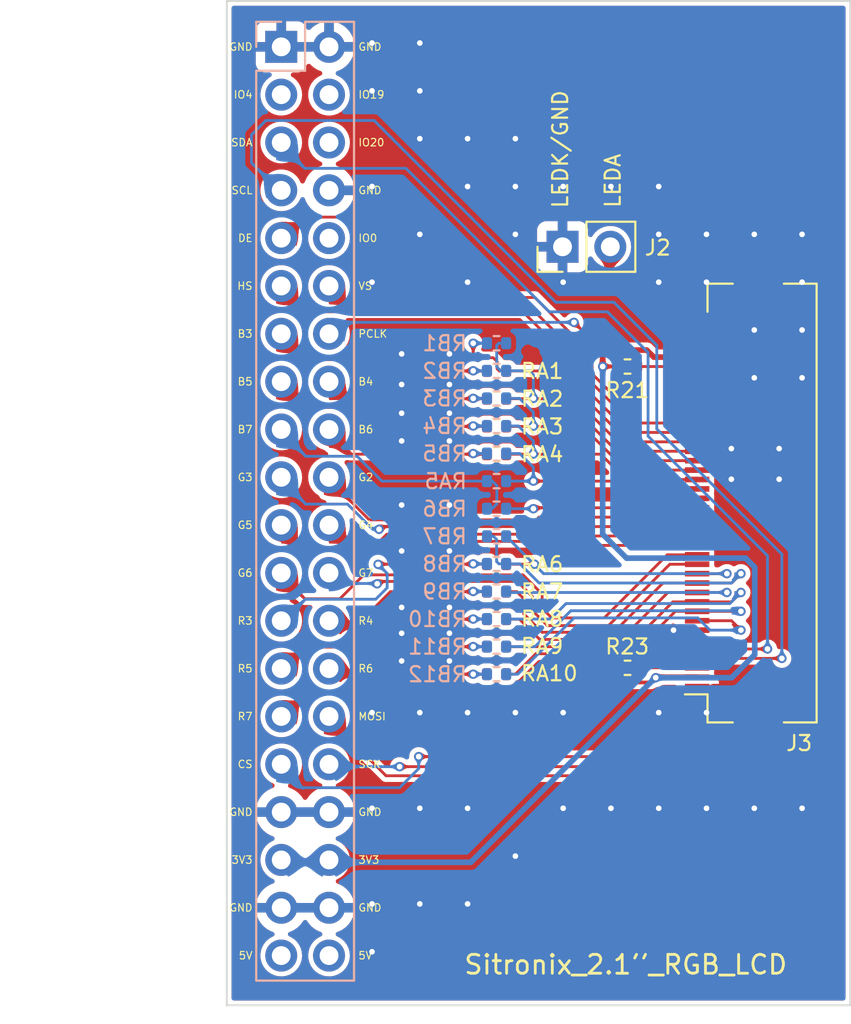
<source format=kicad_pcb>
(kicad_pcb (version 20211014) (generator pcbnew)
  (layers (0 "F.Cu" signal) (31 "B.Cu" signal) (34 "B.Paste" user) (35 "F.Paste" user) (36 "B.SilkS" user "B.Silkscreen") (37 "F.SilkS" user "F.Silkscreen") (38 "B.Mask" user) (39 "F.Mask" user) (44 "Edge.Cuts" user))
  (net 0 "")
  (net 1 "/GND")
  (net 2 "/VCC3.3V")
  (net 3 "Net-(J3-Pad3)")
  (net 4 "/TP_SCL")
  (net 5 "/TP_SDA")
  (net 7 "/LCD_DATA17")
  (net 8 "/LCD_DATA16")
  (net 9 "/LCD_DATA15")
  (net 10 "/LCD_DATA14")
  (net 11 "/LCD_DATA13")
  (net 12 "/LCD_DATA12")
  (net 13 "/LCD_G7")
  (net 14 "/LCD_G6")
  (net 15 "/LCD_G5")
  (net 16 "/LCD_G4")
  (net 17 "/LCD_G3")
  (net 18 "/LCD_G2")
  (net 19 "/LCD_DATA5")
  (net 20 "/LCD_DATA4")
  (net 21 "/LCD_DATA3")
  (net 22 "/LCD_DATA2")
  (net 23 "/LCD_DATA1")
  (net 24 "/LCD_DATA0")
  (net 25 "/LCD_HSYNC")
  (net 26 "/LCD_VSYNC")
  (net 27 "/LCD_DE")
  (net 28 "/LCD_PCLK")
  (net 29 "/SPI_CS")
  (net 30 "/SPI_SCK")
  (net 31 "/SPI_SDA")
  (net 34 "Net-(J3-Pad35)")
  (net 35 "/LEDA")
  (net 36 "/LCD_B4")
  (net 37 "/LCD_B5")
  (net 38 "/LCD_B6")
  (net 39 "/LCD_B7")
  (net 40 "/LCD_R3")
  (net 41 "/LCD_R4")
  (net 42 "/LCD_R5")
  (net 43 "/LCD_R6")
  (net 44 "/LCD_R7")
  (net 45 "/LCD_B3")
  (footprint "ESP_Module:ESP32-S3-LCD-EV-BOARD_SUB_LCD_RGB" (layer "F.Cu") (at 126.3396 69.4944)
    (fp_text reference "J1" hide)
    (fp_text value "ESP32-S3-LCD-EV-BOARD_SUB_LCD_RGB")
  )
  (footprint "Resistor_SMD:R_0402_1005Metric" (layer "F.Cu") (at 137.7835 102.810735 180)
    (fp_text reference "RA10")
    (fp_text value "0R(NC)")
  )
  (footprint "Resistor_SMD:R_0402_1005Metric" (layer "F.Cu") (at 144.7471 102.4714 180)
    (fp_text reference "R23")
    (fp_text value "10K")
  )
  (footprint "Resistor_SMD:R_0402_1005Metric" (layer "F.Cu") (at 137.7835 99.889735 180)
    (fp_text reference "RA8")
    (fp_text value "0R(NC)")
  )
  (footprint "Resistor_SMD:R_0402_1005Metric" (layer "F.Cu") (at 137.7855 86.707135 180)
    (property "Reference" "RA1")
    (property "Value" "0R(NC)")
    (fp_text reference "RA1")
    (fp_text value "R(NC)")
  )
  (footprint "Connector_PinHeader_2.54mm:PinHeader_1x02_P2.54mm_Vertical" (layer "F.Cu") (at 141.2927 80.1116 90)
    (property "Reference" "J2")
    (property "Value" "Conn_01x02")
    (fp_text reference "J2")
    (fp_text value "Conn_01x02")
  )
  (footprint "Resistor_SMD:R_0402_1005Metric" (layer "F.Cu") (at 137.7835 98.429235 180)
    (fp_text reference "RA7")
    (fp_text value "0R(NC)")
  )
  (footprint "Resistor_SMD:R_0402_1005Metric" (layer "F.Cu") (at 144.7471 86.4714)
    (fp_text reference "R21")
    (fp_text value "10K")
  )
  (footprint "Resistor_SMD:R_0402_1005Metric" (layer "F.Cu") (at 137.7835 101.350235 180)
    (fp_text reference "RA9")
    (fp_text value "0R(NC)")
  )
  (footprint "Connector_FFC-FPC:Hirose_FH12-40S-0.5SH_1x40-1MP_P0.50mm_Horizontal" (layer "F.Cu") (at 150.2995 93.7214 90)
    (fp_text reference "J3")
    (fp_text value "Conn_02x20_Counter_Clockwise")
  )
  (footprint "Resistor_SMD:R_0402_1005Metric" (layer "F.Cu") (at 137.7855 91.126735 180)
    (fp_text reference "RA4")
    (fp_text value "0R(NC)")
  )
  (footprint "Resistor_SMD:R_0402_1005Metric" (layer "F.Cu") (at 137.7855 88.180335 180)
    (fp_text reference "RA2")
    (fp_text value "0R(NC)")
  )
  (footprint "Resistor_SMD:R_0402_1005Metric" (layer "F.Cu") (at 137.7855 89.653535 180)
    (fp_text reference "RA3")
    (fp_text value "0R(NC)")
  )
  (footprint "Resistor_SMD:R_0402_1005Metric" (layer "F.Cu") (at 137.7835 96.968735 180)
    (fp_text reference "RA6")
    (fp_text value "0R(NC)")
  )
  (footprint "Resistor_SMD:R_0402_1005Metric" (layer "B.Cu") (at 137.7875 95.487066)
    (fp_text reference "RB7")
    (fp_text value "0R")
  )
  (footprint "Resistor_SMD:R_0402_1005Metric" (layer "B.Cu") (at 137.7855 86.698668 180)
    (fp_text reference "RB2")
    (fp_text value "0R")
  )
  (footprint "Resistor_SMD:R_0402_1005Metric" (layer "B.Cu") (at 137.7855 85.233935 180)
    (fp_text reference "RB1")
    (fp_text value "0R")
  )
  (footprint "Resistor_SMD:R_0402_1005Metric" (layer "B.Cu") (at 137.7855 98.416532 180)
    (fp_text reference "RB9")
    (fp_text value "0R")
  )
  (footprint "Resistor_SMD:R_0402_1005Metric" (layer "B.Cu") (at 137.7855 91.092867 180)
    (fp_text reference "RB5")
    (fp_text value "0R")
  )
  (footprint "Resistor_SMD:R_0402_1005Metric" (layer "B.Cu") (at 137.7855 102.810735 180)
    (fp_text reference "RB12")
    (fp_text value "0R")
  )
  (footprint "Resistor_SMD:R_0402_1005Metric" (layer "B.Cu") (at 137.7855 89.628134 180)
    (fp_text reference "RB4")
    (fp_text value "0R")
  )
  (footprint "Resistor_SMD:R_0402_1005Metric" (layer "B.Cu") (at 137.7855 96.951799 180)
    (fp_text reference "RB8")
    (fp_text value "0R")
  )
  (footprint "Resistor_SMD:R_0402_1005Metric" (layer "B.Cu") (at 137.7855 94.022333 180)
    (fp_text reference "RB6")
    (fp_text value "0R")
  )
  (footprint "Resistor_SMD:R_0402_1005Metric" (layer "B.Cu") (at 137.7855 92.5576 180)
    (fp_text reference "RA5")
    (fp_text value "0R(NC)")
  )
  (footprint "Resistor_SMD:R_0402_1005Metric" (layer "B.Cu") (at 137.7855 101.345998 180)
    (fp_text reference "RB11")
    (fp_text value "0R")
  )
  (footprint "Resistor_SMD:R_0402_1005Metric" (layer "B.Cu") (at 137.7855 99.881265 180)
    (fp_text reference "RB10")
    (fp_text value "0R")
  )
  (footprint "Resistor_SMD:R_0402_1005Metric" (layer "B.Cu") (at 137.7855 88.163401 180)
    (fp_text reference "RB3")
    (fp_text value "0R")
  )
  (gr_rect (start 123.444 67.056) (end 156.591 120.396) (layer "Edge.Cuts") (width 0.1) (fill none))
  (gr_text "Sitronix_2.1''_RGB_LCD" (at 144.653 118.237) (layer "F.SilkS") (effects (font (size 1 1))))
  (gr_text "LEDK/GND\n" (at 141.1732 74.93 90) (layer "F.SilkS") (effects (font (size 0.8 0.8) (thickness 0.12))))
  (gr_text "LEDA" (at 143.9672 76.6064 90) (layer "F.SilkS") (effects (font (size 0.8 0.8) (thickness 0.12))))
  (segment (start 148.4495 100.4714) (end 147.193 100.4714) (width 0.2) (layer "F.Cu") (net 1))
  (via (at 138.7856 112.4712) (size 0.5) (drill 0.3) (layers "F.Cu" "B.Cu") (net 1))
  (via (at 131.1656 104.8512) (size 0.5) (drill 0.3) (layers "F.Cu" "B.Cu") (net 1))
  (via (at 154.0256 79.4512) (size 0.5) (drill 0.3) (layers "F.Cu" "B.Cu") (net 1))
  (via (at 131.1656 109.9312) (size 0.5) (drill 0.3) (layers "F.Cu" "B.Cu") (net 1))
  (via (at 152.8064 90.8304) (size 0.5) (drill 0.3) (layers "F.Cu" "B.Cu") (net 1))
  (via (at 132.7404 85.8012) (size 0.5) (drill 0.3) (layers "F.Cu" "B.Cu") (net 1))
  (via (at 133.7056 69.2912) (size 0.5) (drill 0.3) (layers "F.Cu" "B.Cu") (net 1))
  (via (at 135.2804 93.8276) (size 0.5) (drill 0.3) (layers "F.Cu" "B.Cu") (net 1))
  (via (at 135.2804 99.2632) (size 0.5) (drill 0.3) (layers "F.Cu" "B.Cu") (net 1))
  (via (at 151.4856 79.4512) (size 0.5) (drill 0.3) (layers "F.Cu" "B.Cu") (net 1))
  (via (at 154.0256 87.0712) (size 0.5) (drill 0.3) (layers "F.Cu" "B.Cu") (net 1))
  (via (at 135.2804 90.424) (size 0.5) (drill 0.3) (layers "F.Cu" "B.Cu") (net 1))
  (via (at 147.193 100.4714) (size 0.5) (drill 0.3) (layers "F.Cu" "B.Cu") (net 1))
  (via (at 154.0256 109.9312) (size 0.5) (drill 0.3) (layers "F.Cu" "B.Cu") (net 1))
  (via (at 141.3256 109.9312) (size 0.5) (drill 0.3) (layers "F.Cu" "B.Cu") (net 1))
  (via (at 138.7856 76.9112) (size 0.5) (drill 0.3) (layers "F.Cu" "B.Cu") (net 1))
  (via (at 133.7056 71.8312) (size 0.5) (drill 0.3) (layers "F.Cu" "B.Cu") (net 1))
  (via (at 133.7056 74.3712) (size 0.5) (drill 0.3) (layers "F.Cu" "B.Cu") (net 1))
  (via (at 132.7404 88.9508) (size 0.5) (drill 0.3) (layers "F.Cu" "B.Cu") (net 1))
  (via (at 133.7056 79.4512) (size 0.5) (drill 0.3) (layers "F.Cu" "B.Cu") (net 1))
  (via (at 138.7856 104.8512) (size 0.5) (drill 0.3) (layers "F.Cu" "B.Cu") (net 1))
  (via (at 135.2804 100.6348) (size 0.5) (drill 0.3) (layers "F.Cu" "B.Cu") (net 1))
  (via (at 135.2804 88.9508) (size 0.5) (drill 0.3) (layers "F.Cu" "B.Cu") (net 1))
  (via (at 136.2456 104.8512) (size 0.5) (drill 0.3) (layers "F.Cu" "B.Cu") (net 1))
  (via (at 131.1656 69.2912) (size 0.5) (drill 0.3) (layers "F.Cu" "B.Cu") (net 1))
  (via (at 143.8656 76.9112) (size 0.5) (drill 0.3) (layers "F.Cu" "B.Cu") (net 1))
  (via (at 132.7404 102.108) (size 0.5) (drill 0.3) (layers "F.Cu" "B.Cu") (net 1))
  (via (at 135.2804 102.108) (size 0.5) (drill 0.3) (layers "F.Cu" "B.Cu") (net 1))
  (via (at 141.3256 81.9912) (size 0.5) (drill 0.3) (layers "F.Cu" "B.Cu") (net 1))
  (via (at 138.7856 74.3712) (size 0.5) (drill 0.3) (layers "F.Cu" "B.Cu") (net 1))
  (via (at 141.3256 76.9112) (size 0.5) (drill 0.3) (layers "F.Cu" "B.Cu") (net 1))
  (via (at 136.2456 76.9112) (size 0.5) (drill 0.3) (layers "F.Cu" "B.Cu") (net 1))
  (via (at 136.2456 115.0112) (size 0.5) (drill 0.3) (layers "F.Cu" "B.Cu") (net 1))
  (via (at 131.1656 71.8312) (size 0.5) (drill 0.3) (layers "F.Cu" "B.Cu") (net 1))
  (via (at 131.1656 117.5512) (size 0.5) (drill 0.3) (layers "F.Cu" "B.Cu") (net 1))
  (via (at 146.4056 76.9112) (size 0.5) (drill 0.3) (layers "F.Cu" "B.Cu") (net 1))
  (via (at 154.0256 84.5312) (size 0.5) (drill 0.3) (layers "F.Cu" "B.Cu") (net 1))
  (via (at 131.1656 115.0112) (size 0.5) (drill 0.3) (layers "F.Cu" "B.Cu") (net 1))
  (via (at 151.4856 84.5312) (size 0.5) (drill 0.3) (layers "F.Cu" "B.Cu") (net 1))
  (via (at 148.9456 109.9312) (size 0.5) (drill 0.3) (layers "F.Cu" "B.Cu") (net 1))
  (via (at 141.3256 104.8512) (size 0.5) (drill 0.3) (layers "F.Cu" "B.Cu") (net 1))
  (via (at 131.1656 81.9912) (size 0.5) (drill 0.3) (layers "F.Cu" "B.Cu") (net 1))
  (via (at 143.8656 109.9312) (size 0.5) (drill 0.3) (layers "F.Cu" "B.Cu") (net 1))
  (via (at 135.2804 87.4268) (size 0.5) (drill 0.3) (layers "F.Cu" "B.Cu") (net 1))
  (via (at 133.7056 115.0112) (size 0.5) (drill 0.3) (layers "F.Cu" "B.Cu") (net 1))
  (via (at 135.2804 96.266) (size 0.5) (drill 0.3) (layers "F.Cu" "B.Cu") (net 1))
  (via (at 152.8064 92.456) (size 0.5) (drill 0.3) (layers "F.Cu" "B.Cu") (net 1))
  (via (at 148.9456 81.9912) (size 0.5) (drill 0.3) (layers "F.Cu" "B.Cu") (net 1))
  (via (at 138.7856 79.4512) (size 0.5) (drill 0.3) (layers "F.Cu" "B.Cu") (net 1))
  (via (at 136.2456 109.9312) (size 0.5) (drill 0.3) (layers "F.Cu" "B.Cu") (net 1))
  (via (at 136.2456 81.9912) (size 0.5) (drill 0.3) (layers "F.Cu" "B.Cu") (net 1))
  (via (at 154.0256 81.9912) (size 0.5) (drill 0.3) (layers "F.Cu" "B.Cu") (net 1))
  (via (at 146.4056 109.9312) (size 0.5) (drill 0.3) (layers "F.Cu" "B.Cu") (net 1))
  (via (at 132.7404 93.8276) (size 0.5) (drill 0.3) (layers "F.Cu" "B.Cu") (net 1))
  (via (at 132.7404 90.424) (size 0.5) (drill 0.3) (layers "F.Cu" "B.Cu") (net 1))
  (via (at 148.9456 104.8512) (size 0.5) (drill 0.3) (layers "F.Cu" "B.Cu") (net 1))
  (via (at 150.2664 92.456) (size 0.5) (drill 0.3) (layers "F.Cu" "B.Cu") (net 1))
  (via (at 150.2664 90.8304) (size 0.5) (drill 0.3) (layers "F.Cu" "B.Cu") (net 1))
  (via (at 146.4056 79.4512) (size 0.5) (drill 0.3) (layers "F.Cu" "B.Cu") (net 1))
  (via (at 151.4856 87.0712) (size 0.5) (drill 0.3) (layers "F.Cu" "B.Cu") (net 1))
  (via (at 146.4056 104.8512) (size 0.5) (drill 0.3) (layers "F.Cu" "B.Cu") (net 1))
  (via (at 148.9456 79.4512) (size 0.5) (drill 0.3) (layers "F.Cu" "B.Cu") (net 1))
  (via (at 133.7056 109.9312) (size 0.5) (drill 0.3) (layers "F.Cu" "B.Cu") (net 1))
  (via (at 132.7404 96.266) (size 0.5) (drill 0.3) (layers "F.Cu" "B.Cu") (net 1))
  (via (at 131.1656 76.9112) (size 0.5) (drill 0.3) (layers "F.Cu" "B.Cu") (net 1))
  (via (at 132.7404 100.6348) (size 0.5) (drill 0.3) (layers "F.Cu" "B.Cu") (net 1))
  (via (at 132.7404 99.2632) (size 0.5) (drill 0.3) (layers "F.Cu" "B.Cu") (net 1))
  (via (at 132.7404 87.4268) (size 0.5) (drill 0.3) (layers "F.Cu" "B.Cu") (net 1))
  (via (at 136.2456 74.3712) (size 0.5) (drill 0.3) (layers "F.Cu" "B.Cu") (net 1))
  (via (at 133.7056 104.8512) (size 0.5) (drill 0.3) (layers "F.Cu" "B.Cu") (net 1))
  (via (at 151.4856 109.9312) (size 0.5) (drill 0.3) (layers "F.Cu" "B.Cu") (net 1))
  (via (at 146.4056 81.9912) (size 0.5) (drill 0.3) (layers "F.Cu" "B.Cu") (net 1))
  (via (at 135.2804 85.8012) (size 0.5) (drill 0.3) (layers "F.Cu" "B.Cu") (net 1))
  (segment (start 143.8073 103.251) (end 145.9908 103.251) (width 0.2) (layer "F.Cu") (net 2))
  (segment (start 146.142991 85.9714) (end 148.4495 85.9714) (width 0.3) (layer "F.Cu") (net 2))
  (segment (start 143.8249 102.4714) (end 143.5533 102.743) (width 0.2) (layer "F.Cu") (net 2))
  (segment (start 143.5533 102.997) (end 143.8073 103.251) (width 0.2) (layer "F.Cu") (net 2))
  (segment (start 143.4263 86.4714) (end 143.4263 85.852) (width 0.3) (layer "F.Cu") (net 2))
  (segment (start 144.2371 102.4714) (end 143.8249 102.4714) (width 0.2) (layer "F.Cu") (net 2))
  (segment (start 145.769591 85.598) (end 146.142991 85.9714) (width 0.3) (layer "F.Cu") (net 2))
  (segment (start 143.4263 85.852) (end 143.6803 85.598) (width 0.3) (layer "F.Cu") (net 2))
  (segment (start 143.6803 85.598) (end 145.769591 85.598) (width 0.3) (layer "F.Cu") (net 2))
  (segment (start 146.2459 102.9714) (end 148.4495 102.9714) (width 0.3) (layer "F.Cu") (net 2))
  (segment (start 145.9908 103.251) (end 146.2459 102.9959) (width 0.2) (layer "F.Cu") (net 2))
  (segment (start 143.4263 86.4714) (end 144.2371 86.4714) (width 0.2) (layer "F.Cu") (net 2))
  (segment (start 143.5533 102.743) (end 143.5533 102.997) (width 0.2) (layer "F.Cu") (net 2))
  (via (at 143.4263 86.4714) (size 0.5) (drill 0.3) (layers "F.Cu" "B.Cu") (net 2))
  (via (at 146.2459 102.9959) (size 0.5) (drill 0.3) (layers "F.Cu" "B.Cu") (net 2))
  (segment (start 128.8871 112.8014) (end 136.4159 112.8014) (width 0.3) (layer "B.Cu") (net 2))
  (segment (start 151.511 101.7703) (end 150.2843 102.997) (width 0.3) (layer "B.Cu") (net 2))
  (segment (start 143.4263 95.377) (end 144.6963 96.647) (width 0.3) (layer "B.Cu") (net 2))
  (segment (start 143.4263 86.4714) (end 143.4263 95.377) (width 0.3) (layer "B.Cu") (net 2))
  (segment (start 146.247 102.997) (end 146.2459 102.9959) (width 0.2) (layer "B.Cu") (net 2))
  (segment (start 151.511 97.13335) (end 151.511 101.7703) (width 0.3) (layer "B.Cu") (net 2))
  (segment (start 136.4159 112.8014) (end 146.2459 102.9714) (width 0.3) (layer "B.Cu") (net 2))
  (segment (start 151.02465 96.647) (end 151.511 97.13335) (width 0.3) (layer "B.Cu") (net 2))
  (segment (start 150.2843 102.997) (end 146.247 102.997) (width 0.3) (layer "B.Cu") (net 2))
  (segment (start 144.6963 96.647) (end 151.02465 96.647) (width 0.3) (layer "B.Cu") (net 2))
  (segment (start 126.3471 112.8014) (end 128.8871 112.8014) (width 0.3) (layer "B.Cu") (net 2))
  (segment (start 145.2571 102.4714) (end 148.4495 102.4714) (width 0.15) (layer "F.Cu") (net 3))
  (segment (start 148.4495 101.9714) (end 152.9417 101.9714) (width 0.15) (layer "F.Cu") (net 4))
  (via (at 152.9513 101.9714) (size 0.5) (drill 0.3) (layers "F.Cu" "B.Cu") (net 4))
  (segment (start 140.929564 83.058) (end 131.277564 73.406) (width 0.15) (layer "B.Cu") (net 4))
  (segment (start 131.277564 73.406) (end 125.5193 73.406) (width 0.15) (layer "B.Cu") (net 4))
  (segment (start 144.018 83.058) (end 140.929564 83.058) (width 0.15) (layer "B.Cu") (net 4))
  (segment (start 152.9513 101.9714) (end 152.9513 96.4363) (width 0.15) (layer "B.Cu") (net 4))
  (segment (start 146.304 89.789) (end 146.304 85.344) (width 0.15) (layer "B.Cu") (net 4))
  (segment (start 152.9513 96.4363) (end 146.304 89.789) (width 0.15) (layer "B.Cu") (net 4))
  (segment (start 124.7573 75.6516) (end 126.3471 77.2414) (width 0.15) (layer "B.Cu") (net 4))
  (segment (start 125.5193 73.406) (end 124.7573 74.168) (width 0.15) (layer "B.Cu") (net 4))
  (segment (start 146.304 85.344) (end 144.018 83.058) (width 0.15) (layer "B.Cu") (net 4))
  (segment (start 124.7573 74.168) (end 124.7573 75.6516) (width 0.15) (layer "B.Cu") (net 4))
  (segment (start 148.4495 101.4714) (end 152.1877 101.4714) (width 0.15) (layer "F.Cu") (net 5))
  (segment (start 152.1877 101.4714) (end 152.1893 101.473) (width 0.15) (layer "F.Cu") (net 5))
  (via (at 152.1893 101.4714) (size 0.5) (drill 0.3) (layers "F.Cu" "B.Cu") (net 5))
  (segment (start 140.589 83.566) (end 132.969 75.946) (width 0.15) (layer "B.Cu") (net 5))
  (segment (start 127.5917 75.946) (end 126.3471 74.7014) (width 0.15) (layer "B.Cu") (net 5))
  (segment (start 132.969 75.946) (end 127.5917 75.946) (width 0.15) (layer "B.Cu") (net 5))
  (segment (start 152.1893 101.473) (end 152.1893 96.52) (width 0.15) (layer "B.Cu") (net 5))
  (segment (start 145.8393 85.725) (end 143.6803 83.566) (width 0.15) (layer "B.Cu") (net 5))
  (segment (start 152.1893 96.52) (end 145.8393 90.17) (width 0.15) (layer "B.Cu") (net 5))
  (segment (start 143.6803 83.566) (end 140.589 83.566) (width 0.15) (layer "B.Cu") (net 5))
  (segment (start 145.8393 90.17) (end 145.8393 85.725) (width 0.15) (layer "B.Cu") (net 5))
  (segment (start 150.276186 99.9714) (end 148.4495 99.9714) (width 0.15) (layer "F.Cu") (net 7))
  (segment (start 150.776186 100.4714) (end 150.276186 99.9714) (width 0.15) (layer "F.Cu") (net 7))
  (via (at 150.776186 100.4714) (size 0.5) (drill 0.3) (layers "F.Cu" "B.Cu") (net 7))
  (segment (start 149.1269 100.4714) (end 150.776186 100.4714) (width 0.15) (layer "B.Cu") (net 7))
  (segment (start 138.2955 102.810735) (end 138.913565 102.810735) (width 0.15) (layer "B.Cu") (net 7))
  (segment (start 138.913565 102.810735) (end 141.9023 99.822) (width 0.15) (layer "B.Cu") (net 7))
  (segment (start 141.9023 99.822) (end 148.4775 99.822) (width 0.15) (layer "B.Cu") (net 7))
  (segment (start 148.4775 99.822) (end 149.1269 100.4714) (width 0.15) (layer "B.Cu") (net 7))
  (segment (start 148.4495 99.4714) (end 150.776186 99.4714) (width 0.15) (layer "F.Cu") (net 8))
  (segment (start 148.4495 99.4714) (end 147.2896 99.4714) (width 0.15) (layer "F.Cu") (net 8))
  (segment (start 138.786565 102.810735) (end 138.2935 102.810735) (width 0.15) (layer "F.Cu") (net 8))
  (segment (start 139.8703 101.727) (end 138.786565 102.810735) (width 0.15) (layer "F.Cu") (net 8))
  (segment (start 145.034 101.727) (end 139.8703 101.727) (width 0.15) (layer "F.Cu") (net 8))
  (segment (start 147.2896 99.4714) (end 145.034 101.727) (width 0.15) (layer "F.Cu") (net 8))
  (via (at 150.776186 99.4714) (size 0.5) (drill 0.3) (layers "F.Cu" "B.Cu") (net 8))
  (segment (start 139.827002 101.345998) (end 141.732 99.441) (width 0.15) (layer "B.Cu") (net 8))
  (segment (start 150.745786 99.441) (end 150.776186 99.4714) (width 0.15) (layer "B.Cu") (net 8))
  (segment (start 138.2955 101.345998) (end 139.827002 101.345998) (width 0.15) (layer "B.Cu") (net 8))
  (segment (start 141.732 99.441) (end 150.745786 99.441) (width 0.15) (layer "B.Cu") (net 8))
  (segment (start 150.776186 98.4714) (end 150.276186 98.9714) (width 0.15) (layer "F.Cu") (net 9))
  (segment (start 148.4495 98.9714) (end 147.1546 98.9714) (width 0.15) (layer "F.Cu") (net 9))
  (segment (start 144.775765 101.350235) (end 138.2935 101.350235) (width 0.15) (layer "F.Cu") (net 9))
  (segment (start 147.1546 98.9714) (end 144.775765 101.350235) (width 0.15) (layer "F.Cu") (net 9))
  (segment (start 150.276186 98.9714) (end 148.4495 98.9714) (width 0.15) (layer "F.Cu") (net 9))
  (via (at 150.776186 98.4714) (size 0.5) (drill 0.3) (layers "F.Cu" "B.Cu") (net 9))
  (segment (start 140.656735 99.881265) (end 141.478 99.06) (width 0.15) (layer "B.Cu") (net 9))
  (segment (start 138.2955 99.881265) (end 140.656735 99.881265) (width 0.15) (layer "B.Cu") (net 9))
  (segment (start 150.676186 98.497266) (end 150.676186 98.4714) (width 0.15) (layer "B.Cu") (net 9))
  (segment (start 150.187586 99.06) (end 150.776186 98.4714) (width 0.15) (layer "B.Cu") (net 9))
  (segment (start 141.478 99.06) (end 150.187586 99.06) (width 0.15) (layer "B.Cu") (net 9))
  (segment (start 146.8926 98.4714) (end 144.399 100.965) (width 0.15) (layer "F.Cu") (net 10))
  (segment (start 144.399 100.965) (end 140.081 100.965) (width 0.15) (layer "F.Cu") (net 10))
  (segment (start 148.4495 98.4714) (end 146.8926 98.4714) (width 0.15) (layer "F.Cu") (net 10))
  (segment (start 139.005735 99.889735) (end 138.2935 99.889735) (width 0.15) (layer "F.Cu") (net 10))
  (segment (start 140.081 100.965) (end 139.005735 99.889735) (width 0.15) (layer "F.Cu") (net 10))
  (segment (start 150.0259 98.4714) (end 148.4495 98.4714) (width 0.15) (layer "F.Cu") (net 10))
  (via (at 150.0303 98.4714) (size 0.5) (drill 0.3) (layers "F.Cu" "B.Cu") (net 10))
  (segment (start 150.0303 98.4714) (end 150.0303 98.4758) (width 0.15) (layer "B.Cu") (net 10))
  (segment (start 138.2955 98.416532) (end 138.350368 98.4714) (width 0.15) (layer "B.Cu") (net 10))
  (segment (start 138.350368 98.4714) (end 150.0303 98.4714) (width 0.15) (layer "B.Cu") (net 10))
  (segment (start 146.6306 97.9714) (end 144.018 100.584) (width 0.15) (layer "F.Cu") (net 11))
  (segment (start 139.2353 98.806) (end 138.858535 98.429235) (width 0.15) (layer "F.Cu") (net 11))
  (segment (start 139.2353 99.6113) (end 139.2353 98.806) (width 0.15) (layer "F.Cu") (net 11))
  (segment (start 138.858535 98.429235) (end 138.2935 98.429235) (width 0.15) (layer "F.Cu") (net 11))
  (segment (start 150.776186 97.4714) (end 150.276186 97.9714) (width 0.15) (layer "F.Cu") (net 11))
  (segment (start 140.208 100.584) (end 139.2353 99.6113) (width 0.15) (layer "F.Cu") (net 11))
  (segment (start 148.4495 97.9714) (end 146.6306 97.9714) (width 0.15) (layer "F.Cu") (net 11))
  (segment (start 150.276186 97.9714) (end 148.4495 97.9714) (width 0.15) (layer "F.Cu") (net 11))
  (segment (start 144.018 100.584) (end 140.208 100.584) (width 0.15) (layer "F.Cu") (net 11))
  (via (at 150.776186 97.4714) (size 0.5) (drill 0.3) (layers "F.Cu" "B.Cu") (net 11))
  (segment (start 137.914499 96.951799) (end 138.2955 96.951799) (width 0.15) (layer "B.Cu") (net 11))
  (segment (start 150.279786 97.9678) (end 150.776186 97.4714) (width 0.15) (layer "B.Cu") (net 11))
  (segment (start 138.2955 96.951799) (end 139.032099 96.951799) (width 0.15) (layer "B.Cu") (net 11))
  (segment (start 137.7875 96.8248) (end 137.914499 96.951799) (width 0.15) (layer "B.Cu") (net 11))
  (segment (start 137.7875 95.6564) (end 137.7875 96.8248) (width 0.15) (layer "B.Cu") (net 11))
  (segment (start 137.618166 95.487066) (end 137.7875 95.6564) (width 0.15) (layer "B.Cu") (net 11))
  (segment (start 140.0481 97.9678) (end 150.279786 97.9678) (width 0.15) (layer "B.Cu") (net 11))
  (segment (start 139.032099 96.951799) (end 140.0481 97.9678) (width 0.15) (layer "B.Cu") (net 11))
  (segment (start 137.2775 95.487066) (end 137.618166 95.487066) (width 0.15) (layer "B.Cu") (net 11))
  (segment (start 138.2935 96.968735) (end 139.802565 96.968735) (width 0.15) (layer "F.Cu") (net 12))
  (segment (start 150.0303 97.4714) (end 148.4495 97.4714) (width 0.15) (layer "F.Cu") (net 12))
  (via (at 150.0303 97.4714) (size 0.5) (drill 0.3) (layers "F.Cu" "B.Cu") (net 12))
  (via (at 139.802565 96.968735) (size 0.5) (drill 0.3) (layers "F.Cu" "B.Cu") (net 12))
  (segment (start 140.281834 97.4714) (end 150.0303 97.4714) (width 0.15) (layer "B.Cu") (net 12))
  (segment (start 138.2975 95.487066) (end 140.281834 97.4714) (width 0.15) (layer "B.Cu") (net 12))
  (segment (start 139.7 98.699218) (end 138.885017 97.884235) (width 0.15) (layer "F.Cu") (net 13))
  (segment (start 139.7 99.441) (end 139.7 98.699218) (width 0.15) (layer "F.Cu") (net 13))
  (segment (start 131.563765 97.884235) (end 131.4375 98.0105) (width 0.15) (layer "F.Cu") (net 13))
  (segment (start 148.4495 96.9714) (end 146.9956 96.9714) (width 0.15) (layer "F.Cu") (net 13))
  (segment (start 143.7386 100.2284) (end 140.4874 100.2284) (width 0.15) (layer "F.Cu") (net 13))
  (segment (start 140.4874 100.2284) (end 139.7 99.441) (width 0.15) (layer "F.Cu") (net 13))
  (segment (start 138.885017 97.884235) (end 131.563765 97.884235) (width 0.15) (layer "F.Cu") (net 13))
  (segment (start 146.9956 96.9714) (end 143.7386 100.2284) (width 0.15) (layer "F.Cu") (net 13))
  (via (at 131.4375 98.0105) (size 0.5) (drill 0.3) (layers "F.Cu" "B.Cu") (net 13))
  (segment (start 129.3189 97.9932) (end 128.8871 97.5614) (width 0.15) (layer "B.Cu") (net 13))
  (segment (start 131.4375 98.0105) (end 131.4202 97.9932) (width 0.15) (layer "B.Cu") (net 13))
  (segment (start 131.4202 97.9932) (end 129.3189 97.9932) (width 0.15) (layer "B.Cu") (net 13))
  (segment (start 140.208 99.314) (end 140.208 98.552) (width 0.15) (layer "F.Cu") (net 14))
  (segment (start 143.51 99.822) (end 140.716 99.822) (width 0.15) (layer "F.Cu") (net 14))
  (segment (start 140.208 98.552) (end 139.192 97.536) (width 0.15) (layer "F.Cu") (net 14))
  (segment (start 127.5917 98.806) (end 126.3471 97.5614) (width 0.15) (layer "F.Cu") (net 14))
  (segment (start 148.4495 96.4714) (end 146.8606 96.4714) (width 0.15) (layer "F.Cu") (net 14))
  (segment (start 130.7263 97.536) (end 129.4563 98.806) (width 0.15) (layer "F.Cu") (net 14))
  (segment (start 140.716 99.822) (end 140.208 99.314) (width 0.15) (layer "F.Cu") (net 14))
  (segment (start 146.8606 96.4714) (end 143.51 99.822) (width 0.15) (layer "F.Cu") (net 14))
  (segment (start 139.192 97.536) (end 130.7263 97.536) (width 0.15) (layer "F.Cu") (net 14))
  (segment (start 129.4563 98.806) (end 127.5917 98.806) (width 0.15) (layer "F.Cu") (net 14))
  (segment (start 135.497863 95.741) (end 132.009016 95.741) (width 0.15) (layer "F.Cu") (net 15))
  (segment (start 148.4495 95.9714) (end 140.0837 95.9714) (width 0.15) (layer "F.Cu") (net 15))
  (segment (start 135.514863 95.758) (end 135.497863 95.741) (width 0.15) (layer "F.Cu") (net 15))
  (segment (start 139.8703 95.758) (end 135.514863 95.758) (width 0.15) (layer "F.Cu") (net 15))
  (segment (start 132.009016 95.741) (end 131.565016 96.185) (width 0.15) (layer "F.Cu") (net 15))
  (segment (start 127.5107 96.185) (end 126.3471 95.0214) (width 0.15) (layer "F.Cu") (net 15))
  (segment (start 140.0837 95.9714) (end 139.8703 95.758) (width 0.15) (layer "F.Cu") (net 15))
  (segment (start 131.565016 96.185) (end 127.5107 96.185) (width 0.15) (layer "F.Cu") (net 15))
  (segment (start 139.913564 95.377) (end 131.948752 95.377) (width 0.15) (layer "F.Cu") (net 16))
  (segment (start 129.6237 95.758) (end 128.8871 95.0214) (width 0.15) (layer "F.Cu") (net 16))
  (segment (start 131.567752 95.758) (end 129.6237 95.758) (width 0.15) (layer "F.Cu") (net 16))
  (segment (start 148.4495 95.4714) (end 140.007964 95.4714) (width 0.15) (layer "F.Cu") (net 16))
  (segment (start 140.007964 95.4714) (end 139.913564 95.377) (width 0.15) (layer "F.Cu") (net 16))
  (segment (start 131.948752 95.377) (end 131.567752 95.758) (width 0.15) (layer "F.Cu") (net 16))
  (segment (start 131.5391 95.1149) (end 131.6826 94.9714) (width 0.15) (layer "F.Cu") (net 17))
  (segment (start 131.6826 94.9714) (end 148.4495 94.9714) (width 0.15) (layer "F.Cu") (net 17))
  (via (at 131.5391 95.1149) (size 0.5) (drill 0.3) (layers "F.Cu" "B.Cu") (net 17))
  (segment (start 129.8627 93.7768) (end 127.6425 93.7768) (width 0.15) (layer "B.Cu") (net 17))
  (segment (start 131.2008 95.1149) (end 129.8627 93.7768) (width 0.15) (layer "B.Cu") (net 17))
  (segment (start 127.6425 93.7768) (end 126.3471 92.4814) (width 0.15) (layer "B.Cu") (net 17))
  (segment (start 131.5391 95.1149) (end 131.2008 95.1149) (width 0.15) (layer "B.Cu") (net 17))
  (segment (start 139.8957 94.615) (end 131.0207 94.615) (width 0.15) (layer "F.Cu") (net 18))
  (segment (start 148.4495 94.4714) (end 140.0393 94.4714) (width 0.15) (layer "F.Cu") (net 18))
  (segment (start 131.0207 94.615) (end 128.8871 92.4814) (width 0.15) (layer "F.Cu") (net 18))
  (segment (start 140.0393 94.4714) (end 139.8957 94.615) (width 0.15) (layer "F.Cu") (net 18))
  (segment (start 148.4495 93.9714) (end 139.794233 93.9714) (width 0.15) (layer "F.Cu") (net 19))
  (segment (start 139.794233 93.9714) (end 139.734833 94.0308) (width 0.15) (layer "F.Cu") (net 19))
  (via (at 139.7433 94.022333) (size 0.5) (drill 0.3) (layers "F.Cu" "B.Cu") (net 19))
  (segment (start 139.7433 94.022333) (end 138.2955 94.022333) (width 0.15) (layer "B.Cu") (net 19))
  (segment (start 145.1604 93.4714) (end 144.2466 92.5576) (width 0.15) (layer "F.Cu") (net 20))
  (segment (start 144.2466 92.5576) (end 139.7433 92.5576) (width 0.15) (layer "F.Cu") (net 20))
  (segment (start 148.4495 93.4714) (end 145.1604 93.4714) (width 0.15) (layer "F.Cu") (net 20))
  (via (at 139.7433 92.5576) (size 0.5) (drill 0.3) (layers "F.Cu" "B.Cu") (net 20))
  (segment (start 138.2955 92.5576) (end 139.7433 92.5576) (width 0.15) (layer "B.Cu") (net 20))
  (segment (start 138.2955 91.092867) (end 139.015167 91.092867) (width 0.15) (layer "B.Cu") (net 20))
  (segment (start 139.015167 91.092867) (end 139.7433 91.821) (width 0.15) (layer "B.Cu") (net 20))
  (segment (start 139.7433 91.821) (end 139.7433 92.5576) (width 0.15) (layer "B.Cu") (net 20))
  (segment (start 143.323735 91.126735) (end 138.2955 91.126735) (width 0.15) (layer "F.Cu") (net 21))
  (segment (start 148.4495 92.9714) (end 145.1684 92.9714) (width 0.15) (layer "F.Cu") (net 21))
  (segment (start 145.1684 92.9714) (end 143.323735 91.126735) (width 0.15) (layer "F.Cu") (net 21))
  (via (at 139.7433 91.117177) (size 0.5) (drill 0.3) (layers "F.Cu" "B.Cu") (net 21))
  (segment (start 139.7433 90.424) (end 139.7433 91.117177) (width 0.15) (layer "B.Cu") (net 21))
  (segment (start 138.2955 89.628134) (end 138.947434 89.628134) (width 0.15) (layer "B.Cu") (net 21))
  (segment (start 138.947434 89.628134) (end 139.7433 90.424) (width 0.15) (layer "B.Cu") (net 21))
  (segment (start 148.4495 92.4714) (end 145.1764 92.4714) (width 0.15) (layer "F.Cu") (net 22))
  (segment (start 145.1764 92.4714) (end 142.358535 89.653535) (width 0.15) (layer "F.Cu") (net 22))
  (segment (start 142.358535 89.653535) (end 138.2955 89.653535) (width 0.15) (layer "F.Cu") (net 22))
  (via (at 139.7433 89.6366) (size 0.5) (drill 0.3) (layers "F.Cu" "B.Cu") (net 22))
  (segment (start 138.2955 88.163401) (end 139.006701 88.163401) (width 0.15) (layer "B.Cu") (net 22))
  (segment (start 139.7433 88.9) (end 139.7433 89.6366) (width 0.15) (layer "B.Cu") (net 22))
  (segment (start 139.006701 88.163401) (end 139.7433 88.9) (width 0.15) (layer "B.Cu") (net 22))
  (segment (start 148.4495 91.9714) (end 145.1844 91.9714) (width 0.15) (layer "F.Cu") (net 23))
  (segment (start 141.393335 88.180335) (end 138.2955 88.180335) (width 0.15) (layer "F.Cu") (net 23))
  (segment (start 145.1844 91.9714) (end 141.393335 88.180335) (width 0.15) (layer "F.Cu") (net 23))
  (via (at 139.7433 88.1634) (size 0.5) (drill 0.3) (layers "F.Cu" "B.Cu") (net 23))
  (segment (start 137.795 85.344) (end 137.795 86.487) (width 0.15) (layer "B.Cu") (net 23))
  (segment (start 139.530668 86.698668) (end 139.7433 86.9113) (width 0.15) (layer "B.Cu") (net 23))
  (segment (start 137.905065 85.233935) (end 137.795 85.344) (width 0.15) (layer "B.Cu") (net 23))
  (segment (start 138.2955 85.233935) (end 137.905065 85.233935) (width 0.15) (layer "B.Cu") (net 23))
  (segment (start 138.2955 86.698668) (end 139.530668 86.698668) (width 0.15) (layer "B.Cu") (net 23))
  (segment (start 137.795 86.487) (end 138.006668 86.698668) (width 0.15) (layer "B.Cu") (net 23))
  (segment (start 139.7433 86.9113) (end 139.7433 88.1634) (width 0.15) (layer "B.Cu") (net 23))
  (segment (start 138.006668 86.698668) (end 138.2955 86.698668) (width 0.15) (layer "B.Cu") (net 23))
  (segment (start 148.4495 91.4714) (end 145.236161 91.4714) (width 0.15) (layer "F.Cu") (net 24))
  (segment (start 137.8129 86.5886) (end 137.8129 86.2076) (width 0.15) (layer "F.Cu") (net 24))
  (segment (start 138.2955 86.707135) (end 137.931435 86.707135) (width 0.15) (layer "F.Cu") (net 24))
  (segment (start 137.931435 86.707135) (end 137.8129 86.5886) (width 0.15) (layer "F.Cu") (net 24))
  (segment (start 136.7461 86.0044) (end 136.5429 85.8012) (width 0.15) (layer "F.Cu") (net 24))
  (segment (start 137.6097 86.0044) (end 136.7461 86.0044) (width 0.15) (layer "F.Cu") (net 24))
  (segment (start 140.471896 86.707135) (end 138.2955 86.707135) (width 0.15) (layer "F.Cu") (net 24))
  (segment (start 145.236161 91.4714) (end 140.471896 86.707135) (width 0.15) (layer "F.Cu") (net 24))
  (segment (start 137.8129 86.2076) (end 137.6097 86.0044) (width 0.15) (layer "F.Cu") (net 24))
  (segment (start 136.5429 85.8012) (end 136.5429 85.233935) (width 0.15) (layer "F.Cu") (net 24))
  (via (at 136.5429 85.233935) (size 0.5) (drill 0.3) (layers "F.Cu" "B.Cu") (net 24))
  (segment (start 136.5429 85.233935) (end 137.2755 85.233935) (width 0.15) (layer "B.Cu") (net 24))
  (segment (start 141.732 87.411692) (end 141.732 86.106) (width 0.15) (layer "F.Cu") (net 25))
  (segment (start 145.291708 90.9714) (end 141.732 87.411692) (width 0.15) (layer "F.Cu") (net 25))
  (segment (start 141.732 86.106) (end 139.192 83.566) (width 0.15) (layer "F.Cu") (net 25))
  (segment (start 127.5917 83.566) (end 126.3471 82.3214) (width 0.15) (layer "F.Cu") (net 25))
  (segment (start 148.4495 90.9714) (end 145.291708 90.9714) (width 0.15) (layer "F.Cu") (net 25))
  (segment (start 139.192 83.566) (end 127.5917 83.566) (width 0.15) (layer "F.Cu") (net 25))
  (segment (start 129.7507 83.185) (end 128.8871 82.3214) (width 0.15) (layer "F.Cu") (net 26))
  (segment (start 148.4495 90.4714) (end 145.3354 90.4714) (width 0.15) (layer "F.Cu") (net 26))
  (segment (start 142.113 87.249) (end 142.113 85.852) (width 0.15) (layer "F.Cu") (net 26))
  (segment (start 145.3354 90.4714) (end 142.113 87.249) (width 0.15) (layer "F.Cu") (net 26))
  (segment (start 142.113 85.852) (end 139.446 83.185) (width 0.15) (layer "F.Cu") (net 26))
  (segment (start 139.446 83.185) (end 129.7507 83.185) (width 0.15) (layer "F.Cu") (net 26))
  (segment (start 139.8195 82.804) (end 133.8759 82.804) (width 0.15) (layer "F.Cu") (net 27))
  (segment (start 148.4495 89.9714) (end 145.4704 89.9714) (width 0.15) (layer "F.Cu") (net 27))
  (segment (start 145.4704 89.9714) (end 142.494 86.995) (width 0.15) (layer "F.Cu") (net 27))
  (segment (start 133.8759 82.804) (end 129.6087 78.5368) (width 0.15) (layer "F.Cu") (net 27))
  (segment (start 129.6087 78.5368) (end 127.5917 78.5368) (width 0.15) (layer "F.Cu") (net 27))
  (segment (start 127.5917 78.5368) (end 126.3471 79.7814) (width 0.15) (layer "F.Cu") (net 27))
  (segment (start 142.494 86.995) (end 142.494 85.4785) (width 0.15) (layer "F.Cu") (net 27))
  (segment (start 142.494 85.4785) (end 139.8195 82.804) (width 0.15) (layer "F.Cu") (net 27))
  (segment (start 142.8675 86.8605) (end 142.8675 85.09) (width 0.15) (layer "F.Cu") (net 28))
  (segment (start 142.8675 85.09) (end 141.9023 84.1248) (width 0.15) (layer "F.Cu") (net 28))
  (segment (start 145.4784 89.4714) (end 142.8675 86.8605) (width 0.15) (layer "F.Cu") (net 28))
  (segment (start 148.4495 89.4714) (end 145.4784 89.4714) (width 0.15) (layer "F.Cu") (net 28))
  (via (at 141.9023 84.1248) (size 0.5) (drill 0.3) (layers "F.Cu" "B.Cu") (net 28))
  (segment (start 141.9023 84.1248) (end 129.6237 84.1248) (width 0.15) (layer "B.Cu") (net 28))
  (segment (start 129.6237 84.1248) (end 128.8871 84.8614) (width 0.15) (layer "B.Cu") (net 28))
  (segment (start 154.051 90.340228) (end 152.682172 88.9714) (width 0.15) (layer "F.Cu") (net 29))
  (segment (start 154.051 106.636772) (end 154.051 90.340228) (width 0.15) (layer "F.Cu") (net 29))
  (segment (start 133.6473 107.188) (end 153.499772 107.188) (width 0.15) (layer "F.Cu") (net 29))
  (segment (start 153.499772 107.188) (end 154.051 106.636772) (width 0.15) (layer "F.Cu") (net 29))
  (segment (start 152.682172 88.9714) (end 148.4495 88.9714) (width 0.15) (layer "F.Cu") (net 29))
  (via (at 133.6473 107.188) (size 0.5) (drill 0.3) (layers "F.Cu" "B.Cu") (net 29))
  (segment (start 127.4647 108.839) (end 126.3471 107.7214) (width 0.15) (layer "B.Cu") (net 29))
  (segment (start 133.6473 107.188) (end 133.6473 107.823) (width 0.15) (layer "B.Cu") (net 29))
  (segment (start 132.6313 108.839) (end 127.4647 108.839) (width 0.15) (layer "B.Cu") (net 29))
  (segment (start 133.6473 107.823) (end 132.6313 108.839) (width 0.15) (layer "B.Cu") (net 29))
  (segment (start 152.860418 88.4714) (end 148.4495 88.4714) (width 0.15) (layer "F.Cu") (net 30))
  (segment (start 154.5563 106.8097) (end 154.5563 90.167282) (width 0.15) (layer "F.Cu") (net 30))
  (segment (start 154.5563 90.167282) (end 152.860418 88.4714) (width 0.15) (layer "F.Cu") (net 30))
  (segment (start 132.6313 107.7214) (end 153.6446 107.7214) (width 0.15) (layer "F.Cu") (net 30))
  (segment (start 153.6446 107.7214) (end 154.5563 106.8097) (width 0.15) (layer "F.Cu") (net 30))
  (via (at 132.6313 107.7214) (size 0.5) (drill 0.3) (layers "F.Cu" "B.Cu") (net 30))
  (segment (start 132.6059 107.7214) (end 128.8871 107.7214) (width 0.15) (layer "B.Cu") (net 30))
  (segment (start 131.9097 108.204) (end 128.8871 105.1814) (width 0.15) (layer "F.Cu") (net 31))
  (segment (start 152.9954 87.9714) (end 155.067 90.043) (width 0.15) (layer "F.Cu") (net 31))
  (segment (start 155.067 90.043) (end 155.067 106.934) (width 0.15) (layer "F.Cu") (net 31))
  (segment (start 153.797 108.204) (end 131.9097 108.204) (width 0.15) (layer "F.Cu") (net 31))
  (segment (start 155.067 106.934) (end 153.797 108.204) (width 0.15) (layer "F.Cu") (net 31))
  (segment (start 148.4495 87.9714) (end 152.9954 87.9714) (width 0.15) (layer "F.Cu") (net 31))
  (segment (start 145.2571 86.4714) (end 148.4495 86.4714) (width 0.15) (layer "F.Cu") (net 34))
  (segment (start 146.2701 83.9714) (end 148.4495 83.9714) (width 0.3) (layer "F.Cu") (net 35))
  (segment (start 143.8327 80.1116) (end 143.8327 81.534) (width 0.3) (layer "F.Cu") (net 35))
  (segment (start 143.8327 81.534) (end 146.2701 83.9714) (width 0.3) (layer "F.Cu") (net 35))
  (segment (start 129.666035 88.180335) (end 128.8871 87.4014) (width 0.15) (layer "F.Cu") (net 36))
  (segment (start 137.2755 88.180335) (end 136.551365 88.180335) (width 0.15) (layer "F.Cu") (net 36))
  (segment (start 136.551365 88.180335) (end 129.666035 88.180335) (width 0.15) (layer "F.Cu") (net 36))
  (via (at 136.5429 88.163401) (size 0.5) (drill 0.3) (layers "F.Cu" "B.Cu") (net 36))
  (segment (start 137.2755 88.163401) (end 136.5429 88.163401) (width 0.15) (layer "B.Cu") (net 36))
  (segment (start 127.5917 88.646) (end 126.3471 87.4014) (width 0.15) (layer "F.Cu") (net 37))
  (segment (start 137.2755 89.653535) (end 136.449765 89.653535) (width 0.15) (layer "F.Cu") (net 37))
  (segment (start 130.768635 89.653535) (end 129.7611 88.646) (width 0.15) (layer "F.Cu") (net 37))
  (segment (start 136.449765 89.653535) (end 130.768635 89.653535) (width 0.15) (layer "F.Cu") (net 37))
  (segment (start 129.7611 88.646) (end 127.5917 88.646) (width 0.15) (layer "F.Cu") (net 37))
  (via (at 136.5429 89.628134) (size 0.5) (drill 0.3) (layers "F.Cu" "B.Cu") (net 37))
  (segment (start 137.2755 89.628134) (end 136.5429 89.628134) (width 0.15) (layer "B.Cu") (net 37))
  (segment (start 130.072435 91.126735) (end 128.8871 89.9414) (width 0.15) (layer "F.Cu") (net 38))
  (segment (start 136.627565 91.126735) (end 130.072435 91.126735) (width 0.15) (layer "F.Cu") (net 38))
  (segment (start 137.2755 91.126735) (end 136.627565 91.126735) (width 0.15) (layer "F.Cu") (net 38))
  (via (at 136.5429 91.092867) (size 0.5) (drill 0.3) (layers "F.Cu" "B.Cu") (net 38))
  (segment (start 137.2755 91.092867) (end 136.5429 91.092867) (width 0.15) (layer "B.Cu") (net 38))
  (segment (start 137.541967 94.022333) (end 137.2755 94.022333) (width 0.15) (layer "B.Cu") (net 39))
  (segment (start 137.5589 92.5576) (end 137.8005 92.7992) (width 0.15) (layer "B.Cu") (net 39))
  (segment (start 127.6425 91.2368) (end 126.3471 89.9414) (width 0.15) (layer "B.Cu") (net 39))
  (segment (start 131.6915 92.5576) (end 130.3707 91.2368) (width 0.15) (layer "B.Cu") (net 39))
  (segment (start 137.8005 92.7992) (end 137.8005 93.7638) (width 0.15) (layer "B.Cu") (net 39))
  (segment (start 137.2755 92.5576) (end 131.6915 92.5576) (width 0.15) (layer "B.Cu") (net 39))
  (segment (start 137.8005 93.7638) (end 137.541967 94.022333) (width 0.15) (layer "B.Cu") (net 39))
  (segment (start 137.2755 92.5576) (end 137.5589 92.5576) (width 0.15) (layer "B.Cu") (net 39))
  (segment (start 130.3707 91.2368) (end 127.6425 91.2368) (width 0.15) (layer "B.Cu") (net 39))
  (segment (start 131.496765 96.968735) (end 131.4883 96.9772) (width 0.15) (layer "F.Cu") (net 40))
  (segment (start 136.348165 96.968735) (end 131.496765 96.968735) (width 0.15) (layer "F.Cu") (net 40))
  (segment (start 137.2735 96.968735) (end 136.348165 96.968735) (width 0.15) (layer "F.Cu") (net 40))
  (via (at 131.4883 96.9772) (size 0.5) (drill 0.3) (layers "F.Cu" "B.Cu") (net 40))
  (via (at 136.5429 96.951799) (size 0.5) (drill 0.3) (layers "F.Cu" "B.Cu") (net 40))
  (segment (start 137.2755 96.951799) (end 136.5429 96.951799) (width 0.15) (layer "B.Cu") (net 40))
  (segment (start 131.9709 97.4598) (end 131.9709 98.2218) (width 0.15) (layer "B.Cu") (net 40))
  (segment (start 131.9709 98.2218) (end 131.3613 98.8314) (width 0.15) (layer "B.Cu") (net 40))
  (segment (start 131.3613 98.8314) (end 127.6171 98.8314) (width 0.15) (layer "B.Cu") (net 40))
  (segment (start 131.4883 96.9772) (end 131.9709 97.4598) (width 0.15) (layer "B.Cu") (net 40))
  (segment (start 127.6171 98.8314) (end 126.3471 100.1014) (width 0.15) (layer "B.Cu") (net 40))
  (segment (start 130.4723 100.1014) (end 128.8871 100.1014) (width 0.15) (layer "F.Cu") (net 41))
  (segment (start 132.144465 98.429235) (end 130.4723 100.1014) (width 0.15) (layer "F.Cu") (net 41))
  (segment (start 136.335465 98.429235) (end 132.144465 98.429235) (width 0.15) (layer "F.Cu") (net 41))
  (segment (start 137.2735 98.429235) (end 136.335465 98.429235) (width 0.15) (layer "F.Cu") (net 41))
  (via (at 136.5429 98.416532) (size 0.5) (drill 0.3) (layers "F.Cu" "B.Cu") (net 41))
  (segment (start 137.2755 98.416532) (end 136.5429 98.416532) (width 0.15) (layer "B.Cu") (net 41))
  (segment (start 137.2735 99.889735) (end 131.504265 99.889735) (width 0.15) (layer "F.Cu") (net 42))
  (segment (start 130.0226 101.3714) (end 127.6171 101.3714) (width 0.15) (layer "F.Cu") (net 42))
  (segment (start 131.504265 99.889735) (end 130.0226 101.3714) (width 0.15) (layer "F.Cu") (net 42))
  (segment (start 127.6171 101.3714) (end 126.3471 102.6414) (width 0.15) (layer "F.Cu") (net 42))
  (via (at 136.5429 99.881265) (size 0.5) (drill 0.3) (layers "F.Cu" "B.Cu") (net 42))
  (segment (start 137.2755 99.881265) (end 136.5429 99.881265) (width 0.15) (layer "B.Cu") (net 42))
  (segment (start 136.411665 101.350235) (end 131.865065 101.350235) (width 0.15) (layer "F.Cu") (net 43))
  (segment (start 130.5739 102.6414) (end 128.8871 102.6414) (width 0.15) (layer "F.Cu") (net 43))
  (segment (start 137.2735 101.350235) (end 136.411665 101.350235) (width 0.15) (layer "F.Cu") (net 43))
  (segment (start 131.865065 101.350235) (end 130.5739 102.6414) (width 0.15) (layer "F.Cu") (net 43))
  (via (at 136.5429 101.345998) (size 0.5) (drill 0.3) (layers "F.Cu" "B.Cu") (net 43))
  (segment (start 137.2755 101.345998) (end 136.5429 101.345998) (width 0.15) (layer "B.Cu") (net 43))
  (segment (start 131.141165 102.810735) (end 130.0913 103.8606) (width 0.15) (layer "F.Cu") (net 44))
  (segment (start 137.2735 102.810735) (end 136.449765 102.810735) (width 0.15) (layer "F.Cu") (net 44))
  (segment (start 127.6679 103.8606) (end 126.3471 105.1814) (width 0.15) (layer "F.Cu") (net 44))
  (segment (start 136.449765 102.810735) (end 131.141165 102.810735) (width 0.15) (layer "F.Cu") (net 44))
  (segment (start 130.0913 103.8606) (end 127.6679 103.8606) (width 0.15) (layer "F.Cu") (net 44))
  (via (at 136.5429 102.810735) (size 0.5) (drill 0.3) (layers "F.Cu" "B.Cu") (net 44))
  (segment (start 137.2755 102.810735) (end 136.5429 102.810735) (width 0.15) (layer "B.Cu") (net 44))
  (segment (start 137.2755 86.707135) (end 136.525965 86.707135) (width 0.15) (layer "F.Cu") (net 45))
  (segment (start 127.5917 86.106) (end 126.3471 84.8614) (width 0.15) (layer "F.Cu") (net 45))
  (segment (start 136.525965 86.707135) (end 130.565435 86.707135) (width 0.15) (layer "F.Cu") (net 45))
  (segment (start 129.9643 86.106) (end 127.5917 86.106) (width 0.15) (layer "F.Cu") (net 45))
  (segment (start 130.565435 86.707135) (end 129.9643 86.106) (width 0.15) (layer "F.Cu") (net 45))
  (via (at 136.5429 86.698668) (size 0.5) (drill 0.3) (layers "F.Cu" "B.Cu") (net 45))
  (segment (start 137.2755 86.698668) (end 136.5429 86.698668) (width 0.15) (layer "B.Cu") (net 45))
  (zone (net 2) (net_name "/VCC3.3V") (layer "F.Cu") (priority 16962) (connect_pads yes (clearance 0)) (min_thickness 0.0254) (fill yes (thermal_gap 0.508) (thermal_bridge_width 0.508))
    (polygon (pts (xy 145.851566 103.351) (xy 145.9076 103.348057) (xy 145.954607 103.340069) (xy 145.99459 103.328298) (xy 146.029549 103.314004) (xy 146.061486 103.29845) (xy 146.092402 103.282895) (xy 146.1243 103.268601) (xy 146.159182 103.25683) (xy 146.199047 103.248842) (xy 146.2459 103.2459) (xy 146.334288 102.907512) (xy 146.009746 102.913857) (xy 145.999693 102.94776) (xy 145.99201 102.981603) (xy 145.985327 103.014558) (xy 145.978276 103.045799) (xy 145.969487 103.074501) (xy 145.957592 103.099838) (xy 145.941221 103.120982) (xy 145.919005 103.137107) (xy 145.889577 103.147389) (xy 145.851566 103.151)))
  )
  (zone (net 18) (net_name "/LCD_G2") (layer "F.Cu") (priority 16962) (connect_pads yes (clearance 0)) (min_thickness 0.0254) (fill yes (thermal_gap 0.508) (thermal_bridge_width 0.508))
    (polygon (pts (xy 130.135142 93.623376) (xy 130.000625 93.472569) (xy 129.907577 93.333554) (xy 129.847947 93.202634) (xy 129.813685 93.076114) (xy 129.79674 92.950298) (xy 129.789062 92.821492) (xy 129.782602 92.686) (xy 129.769309 92.540126) (xy 129.741133 92.380174) (xy 129.690024 92.202451) (xy 128.58658 92.18088) (xy 128.608151 93.284324) (xy 128.785874 93.335433) (xy 128.945826 93.363609) (xy 129.0917 93.376902) (xy 129.227192 93.383362) (xy 129.355998 93.39104) (xy 129.481814 93.407985) (xy 129.608334 93.442247) (xy 129.739254 93.501877) (xy 129.878269 93.594925) (xy 130.029076 93.729442)))
  )
  (zone (net 26) (net_name "/LCD_VSYNC") (layer "F.Cu") (priority 16962) (connect_pads yes (clearance 0)) (min_thickness 0.0254) (fill yes (thermal_gap 0.508) (thermal_bridge_width 0.508))
    (polygon (pts (xy 130.195833 83.191) (xy 130.034138 83.173089) (xy 129.919871 83.122213) (xy 129.844504 83.042654) (xy 129.799512 82.938697) (xy 129.77637 82.814625) (xy 129.766553 82.67472) (xy 129.761536 82.523267) (xy 129.752792 82.364549) (xy 129.731796 82.202849) (xy 129.690024 82.042451) (xy 128.58658 82.02088) (xy 128.8871 83.1714) (xy 129.048683 83.176148) (xy 129.185451 83.189038) (xy 129.30415 83.208033) (xy 129.411527 83.231099) (xy 129.514327 83.2562) (xy 129.619299 83.2813) (xy 129.733189 83.304366) (xy 129.862743 83.323361) (xy 130.014709 83.336251) (xy 130.195833 83.341)))
  )
  (zone (net 44) (net_name "/LCD_R7") (layer "F.Cu") (priority 16962) (connect_pads yes (clearance 0)) (min_thickness 0.0254) (fill yes (thermal_gap 0.508) (thermal_bridge_width 0.508))
    (polygon (pts (xy 136.039765 102.885735) (xy 136.09765 102.887807) (xy 136.146115 102.893771) (xy 136.187153 102.903244) (xy 136.222756 102.915844) (xy 136.254921 102.93119) (xy 136.285639 102.948899) (xy 136.316905 102.96859) (xy 136.350712 102.989881) (xy 136.389055 103.01239) (xy 136.433928 103.035735) (xy 136.6679 102.810735) (xy 136.433928 102.585735) (xy 136.389055 102.609079) (xy 136.350712 102.631588) (xy 136.316905 102.652879) (xy 136.285639 102.67257) (xy 136.254921 102.690279) (xy 136.222756 102.705625) (xy 136.187153 102.718225) (xy 136.146115 102.727698) (xy 136.09765 102.733662) (xy 136.039765 102.735735)))
  )
  (zone (net 41) (net_name "/LCD_R4") (layer "F.Cu") (priority 16962) (connect_pads yes (clearance 0)) (min_thickness 0.0254) (fill yes (thermal_gap 0.508) (thermal_bridge_width 0.508))
    (polygon (pts (xy 130.493371 99.974263) (xy 130.360289 100.078226) (xy 130.241443 100.114503) (xy 130.133133 100.093967) (xy 130.031663 100.027489) (xy 129.933334 99.925944) (xy 129.834449 99.800204) (xy 129.731309 99.661142) (xy 129.620217 99.519631) (xy 129.497475 99.386545) (xy 129.359386 99.272756) (xy 128.459293 99.911416) (xy 129.48064 100.57544) (xy 129.59387 100.479673) (xy 129.703353 100.417589) (xy 129.810382 100.380413) (xy 129.916249 100.359367) (xy 130.022247 100.345675) (xy 130.129668 100.330559) (xy 130.239806 100.305243) (xy 130.353951 100.260951) (xy 130.473397 100.188905) (xy 130.599437 100.080329)))
  )
  (zone (net 1) (net_name "/GND") (layer "F.Cu") (connect_pads (clearance 0.254)) (min_thickness 0.254) (fill yes (thermal_gap 0.508) (thermal_bridge_width 0.508))
    (polygon (pts (xy 156.5656 120.396) (xy 123.444 120.396) (xy 123.444 67.056) (xy 156.5656 67.056)))
  )
  (zone (net 40) (net_name "/LCD_R3") (layer "F.Cu") (priority 16962) (connect_pads yes (clearance 0)) (min_thickness 0.0254) (fill yes (thermal_gap 0.508) (thermal_bridge_width 0.508))
    (polygon (pts (xy 136.038165 97.043735) (xy 136.097753 97.045764) (xy 136.147687 97.051573) (xy 136.190045 97.060738) (xy 136.226907 97.07284) (xy 136.260353 97.087458) (xy 136.29246 97.104169) (xy 136.325309 97.122553) (xy 136.360978 97.142189) (xy 136.401546 97.162656) (xy 136.449094 97.183532) (xy 136.667624 96.943507) (xy 136.419242 96.734524) (xy 136.376766 96.760256) (xy 136.340363 96.7847) (xy 136.308118 96.807522) (xy 136.27812 96.828387) (xy 136.248454 96.84696) (xy 136.217208 96.862907) (xy 136.182469 96.875892) (xy 136.142325 96.885581) (xy 136.094861 96.89164) (xy 136.038165 96.893735)))
  )
  (zone (net 16) (net_name "/LCD_G4") (layer "F.Cu") (priority 16962) (connect_pads yes (clearance 0)) (min_thickness 0.0254) (fill yes (thermal_gap 0.508) (thermal_bridge_width 0.508))
    (polygon (pts (xy 130.229385 95.81) (xy 130.073678 95.793688) (xy 129.960421 95.747258) (xy 129.882175 95.674467) (xy 129.831503 95.579073) (xy 129.800967 95.464832) (xy 129.78313 95.335504) (xy 129.770555 95.194843) (xy 129.755804 95.04661) (xy 129.731439 94.89456) (xy 129.690024 94.742451) (xy 128.58658 94.72088) (xy 128.8871 95.8714) (xy 129.05204 95.87388) (xy 129.192079 95.880614) (xy 129.313997 95.890537) (xy 129.42457 95.902587) (xy 129.530578 95.9157) (xy 129.6388 95.928812) (xy 129.756013 95.940862) (xy 129.888995 95.950785) (xy 130.044527 95.957519) (xy 130.229385 95.96)))
  )
  (zone (net 40) (net_name "/LCD_R3") (layer "F.Cu") (priority 16962) (connect_pads yes (clearance 0)) (min_thickness 0.0254) (fill yes (thermal_gap 0.508) (thermal_bridge_width 0.508))
    (polygon (pts (xy 131.986765 96.893735) (xy 131.928735 96.891653) (xy 131.880167 96.885689) (xy 131.839037 96.876263) (xy 131.803324 96.863794) (xy 131.771005 96.848703) (xy 131.740058 96.83141) (xy 131.708461 96.812335) (xy 131.674192 96.791898) (xy 131.635228 96.77052) (xy 131.589548 96.748621) (xy 131.363373 96.981456) (xy 131.60487 97.198359) (xy 131.647958 97.174022) (xy 131.684793 97.150661) (xy 131.71731 97.128651) (xy 131.747448 97.108363) (xy 131.777142 97.090171) (xy 131.80833 97.07445) (xy 131.84295 97.061572) (xy 131.882937 97.051911) (xy 131.93023 97.045841) (xy 131.986765 97.043735)))
  )
  (zone (net 18) (net_name "/LCD_G2") (layer "F.Cu") (priority 16962) (connect_pads yes (clearance 0)) (min_thickness 0.0254) (fill yes (thermal_gap 0.508) (thermal_bridge_width 0.508))
    (polygon (pts (xy 130.078574 93.566808) (xy 129.946861 93.418972) (xy 129.856274 93.282566) (xy 129.799262 93.153864) (xy 129.768274 93.029142) (xy 129.755761 92.904673) (xy 129.754173 92.776733) (xy 129.755959 92.641597) (xy 129.75357 92.49554) (xy 129.739454 92.334836) (xy 129.706063 92.155762) (xy 128.610089 92.025784) (xy 128.523045 93.126001) (xy 128.700967 93.196822) (xy 128.861604 93.241381) (xy 129.00869 93.268182) (xy 129.145958 93.285728) (xy 129.277142 93.302524) (xy 129.405978 93.327073) (xy 129.536198 93.367878) (xy 129.671537 93.433444) (xy 129.815729 93.532275) (xy 129.972508 93.672874)))
  )
  (zone (net 12) (net_name "/LCD_DATA12") (layer "F.Cu") (priority 16962) (connect_pads yes (clearance 0)) (min_thickness 0.0254) (fill yes (thermal_gap 0.508) (thermal_bridge_width 0.508))
    (polygon (pts (xy 149.5403 97.5464) (xy 149.596457 97.548534) (xy 149.643386 97.554656) (xy 149.683042 97.564342) (xy 149.717383 97.577168) (xy 149.748363 97.592713) (xy 149.777939 97.610553) (xy 149.808068 97.630265) (xy 149.840705 97.651425) (xy 149.877806 97.673611) (xy 149.921328 97.6964) (xy 150.1553 97.4714) (xy 149.921328 97.2464) (xy 149.877806 97.269188) (xy 149.840705 97.291374) (xy 149.808068 97.312534) (xy 149.777939 97.332246) (xy 149.748363 97.350086) (xy 149.717383 97.365631) (xy 149.683042 97.378457) (xy 149.643386 97.388143) (xy 149.596457 97.394265) (xy 149.5403 97.3964)))
  )
  (zone (net 16) (net_name "/LCD_G4") (layer "F.Cu") (priority 16962) (connect_pads yes (clearance 0)) (min_thickness 0.0254) (fill yes (thermal_gap 0.508) (thermal_bridge_width 0.508))
    (polygon (pts (xy 130.19199 95.683) (xy 130.047782 95.668216) (xy 129.941176 95.626048) (xy 129.866037 95.559771) (xy 129.816235 95.472657) (xy 129.785637 95.367981) (xy 129.76811 95.249017) (xy 129.757521 95.119039) (xy 129.747739 94.981321) (xy 129.73263 94.839137) (xy 129.706063 94.695762) (xy 128.610089 94.565784) (xy 128.8796 95.7444) (xy 129.040879 95.74688) (xy 129.177803 95.753614) (xy 129.297002 95.763537) (xy 129.405106 95.775587) (xy 129.508744 95.7887) (xy 129.614547 95.801812) (xy 129.729142 95.813862) (xy 129.859162 95.823785) (xy 130.011234 95.830519) (xy 130.19199 95.833)))
  )
  (zone (net 27) (net_name "/LCD_DE") (layer "F.Cu") (priority 16962) (connect_pads yes (clearance 0)) (min_thickness 0.0254) (fill yes (thermal_gap 0.508) (thermal_bridge_width 0.508))
    (polygon (pts (xy 127.489076 78.533358) (xy 127.351304 78.654681) (xy 127.223653 78.73569) (xy 127.102758 78.783807) (xy 126.985257 78.80645) (xy 126.867784 78.811041) (xy 126.746977 78.805) (xy 126.61947 78.795748) (xy 126.481901 78.790703) (xy 126.330906 78.797288) (xy 126.16312 78.822923) (xy 126.003899 79.915032) (xy 127.101396 80.031449) (xy 127.171994 79.863378) (xy 127.214611 79.710528) (xy 127.237971 79.569597) (xy 127.250798 79.437282) (xy 127.261817 79.310283) (xy 127.279752 79.185295) (xy 127.313327 79.059017) (xy 127.371268 78.928148) (xy 127.462298 78.789384) (xy 127.595142 78.639424)))
  )
  (zone (net 36) (net_name "/LCD_B4") (layer "F.Cu") (priority 16962) (connect_pads yes (clearance 0)) (min_thickness 0.0254) (fill yes (thermal_gap 0.508) (thermal_bridge_width 0.508))
    (polygon (pts (xy 136.061365 88.255335) (xy 136.118092 88.257499) (xy 136.165477 88.263654) (xy 136.20554 88.273293) (xy 136.2403 88.285909) (xy 136.271777 88.300996) (xy 136.301993 88.318047) (xy 136.332965 88.336554) (xy 136.366716 88.356011) (xy 136.405264 88.375912) (xy 136.450631 88.39575) (xy 136.667567 88.154284) (xy 136.417806 87.94695) (xy 136.377921 87.97171) (xy 136.343882 87.995541) (xy 136.313848 88.018048) (xy 136.285982 88.038835) (xy 136.258445 88.057509) (xy 136.229399 88.073673) (xy 136.197007 88.086932) (xy 136.159429 88.096892) (xy 136.114828 88.103158) (xy 136.061365 88.105335)))
  )
  (zone (net 16) (net_name "/LCD_G4") (layer "F.Cu") (priority 16962) (connect_pads yes (clearance 0)) (min_thickness 0.0254) (fill yes (thermal_gap 0.508) (thermal_bridge_width 0.508))
    (polygon (pts (xy 130.139385 95.81) (xy 129.985353 95.792772) (xy 129.876717 95.743796) (xy 129.805679 95.667125) (xy 129.76444 95.566818) (xy 129.745201 95.446931) (xy 129.740164 95.311519) (xy 129.74153 95.16464) (xy 129.741501 95.01035) (xy 129.732278 94.852705) (xy 129.706063 94.695762) (xy 128.610089 94.565784) (xy 128.8796 95.7444) (xy 129.035877 95.750436) (xy 129.167749 95.766822) (xy 129.281844 95.790969) (xy 129.384788 95.820291) (xy 129.483208 95.8522) (xy 129.583731 95.884108) (xy 129.692983 95.91343) (xy 129.817592 95.937577) (xy 129.964183 95.953963) (xy 130.139385 95.96)))
  )
  (zone (net 15) (net_name "/LCD_G5") (layer "F.Cu") (priority 16962) (connect_pads yes (clearance 0)) (min_thickness 0.0254) (fill yes (thermal_gap 0.508) (thermal_bridge_width 0.508))
    (polygon (pts (xy 127.538574 96.106808) (xy 127.406861 95.958972) (xy 127.316274 95.822566) (xy 127.259262 95.693864) (xy 127.228274 95.569142) (xy 127.215761 95.444673) (xy 127.214173 95.316733) (xy 127.215959 95.181597) (xy 127.21357 95.03554) (xy 127.199454 94.874836) (xy 127.166063 94.695762) (xy 126.070089 94.565784) (xy 125.983045 95.666001) (xy 126.160967 95.736822) (xy 126.321604 95.781381) (xy 126.46869 95.808182) (xy 126.605958 95.825728) (xy 126.737142 95.842524) (xy 126.865978 95.867073) (xy 126.996198 95.907878) (xy 127.131537 95.973444) (xy 127.275729 96.072275) (xy 127.432508 96.212874)))
  )
  (zone (net 17) (net_name "/LCD_G3") (layer "F.Cu") (priority 16962) (connect_pads yes (clearance 0)) (min_thickness 0.0254) (fill yes (thermal_gap 0.508) (thermal_bridge_width 0.508))
    (polygon (pts (xy 132.0026 94.8964) (xy 131.938552 94.895518) (xy 131.884312 94.893124) (xy 131.837676 94.889595) (xy 131.796442 94.885312) (xy 131.758406 94.88065) (xy 131.721365 94.875988) (xy 131.683117 94.871703) (xy 131.641459 94.868176) (xy 131.594187 94.865782) (xy 131.5391 94.8649) (xy 131.435357 95.184629) (xy 131.755054 95.24085) (xy 131.774251 95.207087) (xy 131.791788 95.175877) (xy 131.80875 95.147456) (xy 131.826222 95.12206) (xy 131.845292 95.099924) (xy 131.867044 95.081284) (xy 131.892565 95.066375) (xy 131.922941 95.055435) (xy 131.959257 95.048698) (xy 132.0026 95.0464)))
  )
  (zone (net 2) (net_name "/VCC3.3V") (layer "F.Cu") (priority 16962) (connect_pads yes (clearance 0)) (min_thickness 0.0254) (fill yes (thermal_gap 0.508) (thermal_bridge_width 0.508))
    (polygon (pts (xy 146.7359 102.8214) (xy 146.678781 102.821125) (xy 146.629156 102.820156) (xy 146.585604 102.818271) (xy 146.546705 102.815252) (xy 146.511038 102.810878) (xy 146.477182 102.80493) (xy 146.443717 102.797188) (xy 146.409221 102.787431) (xy 146.372276 102.775441) (xy 146.331459 102.760997) (xy 146.121547 103.008594) (xy 146.377159 103.208669) (xy 146.410852 103.188561) (xy 146.441993 103.171679) (xy 146.471721 103.157761) (xy 146.501174 103.146547) (xy 146.531491 103.137775) (xy 146.563811 103.131183) (xy 146.599272 103.126511) (xy 146.639015 103.123497) (xy 146.684178 103.12188) (xy 146.7359 103.1214)))
  )
  (zone (net 35) (net_name "/LEDA") (layer "F.Cu") (priority 16962) (connect_pads yes (clearance 0)) (min_thickness 0.0254) (fill yes (thermal_gap 0.508) (thermal_bridge_width 0.508))
    (polygon (pts (xy 144.135058 81.624226) (xy 144.035773 81.499532) (xy 143.993223 81.384917) (xy 143.998262 81.277474) (xy 144.041743 81.174298) (xy 144.114519 81.072483) (xy 144.207444 80.969122) (xy 144.311371 80.86131) (xy 144.417154 80.74614) (xy 144.515646 80.620708) (xy 144.5977 80.482106) (xy 143.8327 79.6866) (xy 143.23166 80.71264) (xy 143.338004 80.831093) (xy 143.416138 80.942093) (xy 143.473539 81.047929) (xy 143.517685 81.150888) (xy 143.556052 81.253258) (xy 143.596119 81.357328) (xy 143.645362 81.465384) (xy 143.711259 81.579716) (xy 143.801288 81.702611) (xy 143.922926 81.836358)))
  )
  (zone (net 19) (net_name "/LCD_DATA5") (layer "F.Cu") (priority 16962) (connect_pads yes (clearance 0)) (min_thickness 0.0254) (fill yes (thermal_gap 0.508) (thermal_bridge_width 0.508))
    (polygon (pts (xy 140.244233 93.8964) (xy 140.181868 93.894448) (xy 140.12951 93.888945) (xy 140.084944 93.880416) (xy 140.045958 93.869387) (xy 140.010341 93.856383) (xy 139.975879 93.841931) (xy 139.94036 93.826556) (xy 139.901572 93.810784) (xy 139.857302 93.795141) (xy 139.805338 93.780153) (xy 139.620798 94.047197) (xy 139.894851 94.22116) (xy 139.931715 94.191604) (xy 139.963565 94.164012) (xy 139.992121 94.138653) (xy 140.019101 94.115799) (xy 140.046226 94.09572) (xy 140.075217 94.078685) (xy 140.107793 94.064966) (xy 140.145674 94.054831) (xy 140.190581 94.048552) (xy 140.244233 94.0464)))
  )
  (zone (net 37) (net_name "/LCD_B5") (layer "F.Cu") (priority 16962) (connect_pads yes (clearance 0)) (min_thickness 0.0254) (fill yes (thermal_gap 0.508) (thermal_bridge_width 0.508))
    (polygon (pts (xy 136.039765 89.728535) (xy 136.099933 89.730553) (xy 136.150367 89.736307) (xy 136.193178 89.745348) (xy 136.23048 89.757226) (xy 136.264386 89.771492) (xy 136.297009 89.787695) (xy 136.330462 89.805386) (xy 136.36686 89.824115) (xy 136.408314 89.843432) (xy 136.456938 89.862889) (xy 136.667275 89.615654) (xy 136.412008 89.415139) (xy 136.371003 89.44188) (xy 136.335808 89.46716) (xy 136.304559 89.49066) (xy 136.275393 89.51206) (xy 136.246446 89.531044) (xy 136.215854 89.54729) (xy 136.181753 89.560481) (xy 136.142281 89.570298) (xy 136.095572 89.576422) (xy 136.039765 89.578535)))
  )
  (zone (net 2) (net_name "/VCC3.3V") (layer "F.Cu") (priority 16962) (connect_pads yes (clearance 0)) (min_thickness 0.0254) (fill yes (thermal_gap 0.508) (thermal_bridge_width 0.508))
    (polygon (pts (xy 143.2763 85.9814) (xy 143.275913 86.035713) (xy 143.274593 86.083005) (xy 143.272097 86.124559) (xy 143.268181 86.161656) (xy 143.262603 86.195578) (xy 143.255122 86.227607) (xy 143.245493 86.259024) (xy 143.233475 86.291112) (xy 143.218824 86.325153) (xy 143.2013 86.362428) (xy 143.4263 86.5964) (xy 143.6513 86.362428) (xy 143.633775 86.325153) (xy 143.619124 86.291112) (xy 143.607106 86.259024) (xy 143.597477 86.227607) (xy 143.589996 86.195578) (xy 143.584418 86.161656) (xy 143.580502 86.124559) (xy 143.578006 86.083005) (xy 143.576686 86.035713) (xy 143.5763 85.9814)))
  )
  (zone (net 36) (net_name "/LCD_B4") (layer "F.Cu") (priority 16962) (connect_pads yes (clearance 0)) (min_thickness 0.0254) (fill yes (thermal_gap 0.508) (thermal_bridge_width 0.508))
    (polygon (pts (xy 130.264454 88.105335) (xy 130.11454 88.090739) (xy 130.0021 88.049072) (xy 129.920786 87.983509) (xy 129.864251 87.89723) (xy 129.82615 87.793412) (xy 129.800136 87.675232) (xy 129.779863 87.545868) (xy 129.758984 87.408498) (xy 129.731153 87.2663) (xy 129.690024 87.122451) (xy 128.58658 87.10088) (xy 128.8871 88.2514) (xy 129.056066 88.25151) (xy 129.19968 88.251809) (xy 129.324845 88.252249) (xy 129.438468 88.252785) (xy 129.547452 88.253367) (xy 129.658702 88.253949) (xy 129.779122 88.254485) (xy 129.915618 88.254925) (xy 130.075093 88.255224) (xy 130.264454 88.255335)))
  )
  (zone (net 17) (net_name "/LCD_G3") (layer "F.Cu") (priority 16962) (connect_pads yes (clearance 0)) (min_thickness 0.0254) (fill yes (thermal_gap 0.508) (thermal_bridge_width 0.508))
    (polygon (pts (xy 132.0026 94.8964) (xy 131.938552 94.895518) (xy 131.884312 94.893124) (xy 131.837676 94.889595) (xy 131.796442 94.885312) (xy 131.758406 94.88065) (xy 131.721365 94.875988) (xy 131.683117 94.871703) (xy 131.641459 94.868176) (xy 131.594187 94.865782) (xy 131.5391 94.8649) (xy 131.435357 95.184629) (xy 131.755054 95.24085) (xy 131.774251 95.207087) (xy 131.791788 95.175877) (xy 131.80875 95.147456) (xy 131.826222 95.12206) (xy 131.845292 95.099924) (xy 131.867044 95.081284) (xy 131.892565 95.066375) (xy 131.922941 95.055435) (xy 131.959257 95.048698) (xy 132.0026 95.0464)))
  )
  (zone (net 2) (net_name "/VCC3.3V") (layer "F.Cu") (priority 16962) (connect_pads yes (clearance 0)) (min_thickness 0.0254) (fill yes (thermal_gap 0.508) (thermal_bridge_width 0.508))
    (polygon (pts (xy 143.9163 86.3714) (xy 143.860968 86.369866) (xy 143.814115 86.365391) (xy 143.773997 86.358165) (xy 143.738869 86.348375) (xy 143.706988 86.336211) (xy 143.676611 86.321863) (xy 143.645995 86.305518) (xy 143.613395 86.287367) (xy 143.577069 86.267597) (xy 143.535272 86.2464) (xy 143.3013 86.4714) (xy 143.535272 86.6964) (xy 143.577069 86.675202) (xy 143.613395 86.655432) (xy 143.645995 86.637281) (xy 143.676611 86.620936) (xy 143.706988 86.606588) (xy 143.738869 86.594424) (xy 143.773997 86.584634) (xy 143.814115 86.577408) (xy 143.860968 86.572933) (xy 143.9163 86.5714)))
  )
  (zone (net 43) (net_name "/LCD_R6") (layer "F.Cu") (priority 16962) (connect_pads yes (clearance 0)) (min_thickness 0.0254) (fill yes (thermal_gap 0.508) (thermal_bridge_width 0.508))
    (polygon (pts (xy 130.52313 102.586105) (xy 130.384363 102.693975) (xy 130.261691 102.729081) (xy 130.150944 102.703277) (xy 130.047952 102.628414) (xy 129.948547 102.516345) (xy 129.848558 102.378923) (xy 129.743817 102.228001) (xy 129.630154 102.07543) (xy 129.5034 101.933064) (xy 129.359386 101.812756) (xy 128.459293 102.451416) (xy 129.48064 103.11544) (xy 129.594744 103.021643) (xy 129.706501 102.965008) (xy 129.816854 102.935887) (xy 129.926745 102.924634) (xy 130.037117 102.921604) (xy 130.148914 102.91715) (xy 130.263077 102.901626) (xy 130.38055 102.865385) (xy 130.502275 102.798781) (xy 130.629195 102.69217)))
  )
  (zone (net 29) (net_name "/SPI_CS") (layer "F.Cu") (priority 16962) (connect_pads yes (clearance 0)) (min_thickness 0.0254) (fill yes (thermal_gap 0.508) (thermal_bridge_width 0.508))
    (polygon (pts (xy 134.1373 107.113) (xy 134.081142 107.110865) (xy 134.034213 107.104743) (xy 133.994557 107.095057) (xy 133.960216 107.082231) (xy 133.929236 107.066686) (xy 133.89966 107.048846) (xy 133.869531 107.029134) (xy 133.836894 107.007974) (xy 133.799793 106.985788) (xy 133.756272 106.963) (xy 133.5223 107.188) (xy 133.756272 107.413) (xy 133.799793 107.390211) (xy 133.836894 107.368025) (xy 133.869531 107.346865) (xy 133.89966 107.327153) (xy 133.929236 107.309313) (xy 133.960216 107.293768) (xy 133.994557 107.280942) (xy 134.034213 107.271256) (xy 134.081142 107.265134) (xy 134.1373 107.263)))
  )
  (zone (net 26) (net_name "/LCD_VSYNC") (layer "F.Cu") (priority 16962) (connect_pads yes (clearance 0)) (min_thickness 0.0254) (fill yes (thermal_gap 0.508) (thermal_bridge_width 0.508))
    (polygon (pts (xy 130.105833 83.191) (xy 129.94505 83.172262) (xy 129.834861 83.119064) (xy 129.766361 83.03593) (xy 129.730644 82.927383) (xy 129.718804 82.797947) (xy 129.721936 82.652146) (xy 129.731133 82.494503) (xy 129.73749 82.329542) (xy 129.732102 82.161787) (xy 129.706063 81.995762) (xy 128.610089 81.865784) (xy 128.8796 83.0444) (xy 129.033374 83.052704) (xy 129.162231 83.075246) (xy 129.272916 83.108465) (xy 129.372181 83.148803) (xy 129.466772 83.1927) (xy 129.563439 83.236596) (xy 129.66893 83.276934) (xy 129.789993 83.310153) (xy 129.933378 83.332695) (xy 130.105833 83.341)))
  )
  (zone (net 41) (net_name "/LCD_R4") (layer "F.Cu") (priority 16962) (connect_pads yes (clearance 0)) (min_thickness 0.0254) (fill yes (thermal_gap 0.508) (thermal_bridge_width 0.508))
    (polygon (pts (xy 136.035465 98.504235) (xy 136.095014 98.506259) (xy 136.144923 98.512066) (xy 136.187258 98.521255) (xy 136.224086 98.533425) (xy 136.257474 98.548176) (xy 136.289488 98.565108) (xy 136.322196 98.583819) (xy 136.357664 98.60391) (xy 136.397959 98.62498) (xy 136.445149 98.646629) (xy 136.667748 98.410372) (xy 136.422971 98.197177) (xy 136.379558 98.222463) (xy 136.342363 98.24652) (xy 136.309443 98.269011) (xy 136.278855 98.289597) (xy 136.248654 98.307942) (xy 136.216899 98.323708) (xy 136.181646 98.336557) (xy 136.140951 98.346153) (xy 136.092872 98.352158) (xy 136.035465 98.354235)))
  )
  (zone (net 4) (net_name "/TP_SCL") (layer "F.Cu") (priority 16962) (connect_pads yes (clearance 0)) (min_thickness 0.0254) (fill yes (thermal_gap 0.508) (thermal_bridge_width 0.508))
    (polygon (pts (xy 152.4517 102.0464) (xy 152.50912 102.048489) (xy 152.557171 102.054495) (xy 152.597837 102.064026) (xy 152.633101 102.076687) (xy 152.664947 102.092086) (xy 152.695358 102.109831) (xy 152.726318 102.129527) (xy 152.759811 102.150783) (xy 152.797819 102.173205) (xy 152.842328 102.1964) (xy 153.0763 101.9714) (xy 152.842328 101.7464) (xy 152.797819 101.769594) (xy 152.759811 101.792016) (xy 152.726318 101.813272) (xy 152.695358 101.832968) (xy 152.664947 101.850713) (xy 152.633101 101.866112) (xy 152.597837 101.878773) (xy 152.557171 101.888304) (xy 152.50912 101.89431) (xy 152.4517 101.8964)))
  )
  (zone (net 25) (net_name "/LCD_HSYNC") (layer "F.Cu") (priority 16962) (connect_pads yes (clearance 0)) (min_thickness 0.0254) (fill yes (thermal_gap 0.508) (thermal_bridge_width 0.508))
    (polygon (pts (xy 127.538574 83.406808) (xy 127.406861 83.258972) (xy 127.316274 83.122566) (xy 127.259262 82.993864) (xy 127.228274 82.869142) (xy 127.215761 82.744673) (xy 127.214173 82.616733) (xy 127.215959 82.481597) (xy 127.21357 82.33554) (xy 127.199454 82.174836) (xy 127.166063 81.995762) (xy 126.070089 81.865784) (xy 125.983045 82.966001) (xy 126.160967 83.036822) (xy 126.321604 83.081381) (xy 126.46869 83.108182) (xy 126.605958 83.125728) (xy 126.737142 83.142524) (xy 126.865978 83.167073) (xy 126.996198 83.207878) (xy 127.131537 83.273444) (xy 127.275729 83.372275) (xy 127.432508 83.512874)))
  )
  (zone (net 38) (net_name "/LCD_B6") (layer "F.Cu") (priority 16962) (connect_pads yes (clearance 0)) (min_thickness 0.0254) (fill yes (thermal_gap 0.508) (thermal_bridge_width 0.508))
    (polygon (pts (xy 130.078574 91.026808) (xy 129.946861 90.878972) (xy 129.856274 90.742566) (xy 129.799262 90.613864) (xy 129.768274 90.489142) (xy 129.755761 90.364673) (xy 129.754173 90.236733) (xy 129.755959 90.101597) (xy 129.75357 89.95554) (xy 129.739454 89.794836) (xy 129.706063 89.615762) (xy 128.610089 89.485784) (xy 128.523045 90.586001) (xy 128.700967 90.656822) (xy 128.861604 90.701381) (xy 129.00869 90.728182) (xy 129.145958 90.745728) (xy 129.277142 90.762524) (xy 129.405978 90.787073) (xy 129.536198 90.827878) (xy 129.671537 90.893444) (xy 129.815729 90.992275) (xy 129.972508 91.132874)))
  )
  (zone (net 44) (net_name "/LCD_R7") (layer "F.Cu") (priority 16962) (connect_pads yes (clearance 0)) (min_thickness 0.0254) (fill yes (thermal_gap 0.508) (thermal_bridge_width 0.508))
    (polygon (pts (xy 127.489076 103.933358) (xy 127.338269 104.067874) (xy 127.199254 104.160922) (xy 127.068334 104.220552) (xy 126.941814 104.254814) (xy 126.815998 104.271759) (xy 126.687192 104.279437) (xy 126.5517 104.285897) (xy 126.405826 104.29919) (xy 126.245874 104.327366) (xy 126.068151 104.378476) (xy 126.04658 105.48192) (xy 127.150024 105.460349) (xy 127.201133 105.282625) (xy 127.229309 105.122673) (xy 127.242602 104.976799) (xy 127.249062 104.841307) (xy 127.25674 104.712501) (xy 127.273685 104.586685) (xy 127.307947 104.460165) (xy 127.367577 104.329245) (xy 127.460625 104.19023) (xy 127.595142 104.039424)))
  )
  (zone (net 43) (net_name "/LCD_R6") (layer "F.Cu") (priority 16962) (connect_pads yes (clearance 0)) (min_thickness 0.0254) (fill yes (thermal_gap 0.508) (thermal_bridge_width 0.508))
    (polygon (pts (xy 136.041665 101.425235) (xy 136.099672 101.427309) (xy 136.148232 101.433267) (xy 136.189355 101.442708) (xy 136.22505 101.455233) (xy 136.257325 101.470444) (xy 136.28819 101.487941) (xy 136.319655 101.507324) (xy 136.353728 101.528195) (xy 136.392419 101.550154) (xy 136.437738 101.572803) (xy 136.667882 101.343891) (xy 136.43015 101.122868) (xy 136.386118 101.146734) (xy 136.348483 101.169686) (xy 136.315279 101.191349) (xy 136.284538 101.211345) (xy 136.254293 101.229298) (xy 136.222577 101.244831) (xy 136.187423 101.257567) (xy 136.146864 101.267131) (xy 136.098934 101.273146) (xy 136.041665 101.275235)))
  )
  (zone (net 42) (net_name "/LCD_R5") (layer "F.Cu") (priority 16962) (connect_pads yes (clearance 0)) (min_thickness 0.0254) (fill yes (thermal_gap 0.508) (thermal_bridge_width 0.508))
    (polygon (pts (xy 136.888965 99.814735) (xy 136.853491 99.812153) (xy 136.825061 99.8049) (xy 136.802175 99.793707) (xy 136.783334 99.779308) (xy 136.767036 99.762439) (xy 136.751783 99.743832) (xy 136.736074 99.724221) (xy 136.718409 99.704341) (xy 136.697288 99.684924) (xy 136.671212 99.666706) (xy 136.418384 99.870287) (xy 136.631689 100.114966) (xy 136.663874 100.09974) (xy 136.689978 100.081928) (xy 136.711743 100.062517) (xy 136.730911 100.042494) (xy 136.749225 100.022845) (xy 136.768426 100.004556) (xy 136.790259 99.988614) (xy 136.816464 99.976005) (xy 136.848785 99.967717) (xy 136.888965 99.964735)))
  )
  (zone (net 41) (net_name "/LCD_R4") (layer "F.Cu") (priority 16962) (connect_pads yes (clearance 0)) (min_thickness 0.0254) (fill yes (thermal_gap 0.508) (thermal_bridge_width 0.508))
    (polygon (pts (xy 136.825465 98.354235) (xy 136.806039 98.352461) (xy 136.791113 98.347451) (xy 136.77979 98.339667) (xy 136.771174 98.329574) (xy 136.76437 98.317636) (xy 136.758483 98.304318) (xy 136.752617 98.290083) (xy 136.745876 98.275395) (xy 136.737365 98.260718) (xy 136.726189 98.246518) (xy 136.426447 98.371106) (xy 136.562654 98.66575) (xy 136.597873 98.658689) (xy 136.625786 98.644941) (xy 136.648389 98.626255) (xy 136.667676 98.604383) (xy 136.685641 98.581075) (xy 136.70428 98.558079) (xy 136.725587 98.537147) (xy 136.751557 98.520029) (xy 136.784184 98.508475) (xy 136.825465 98.504235)))
  )
  (zone (net 44) (net_name "/LCD_R7") (layer "F.Cu") (priority 16962) (connect_pads yes (clearance 0)) (min_thickness 0.0254) (fill yes (thermal_gap 0.508) (thermal_bridge_width 0.508))
    (polygon (pts (xy 127.489076 103.933358) (xy 127.351304 104.054681) (xy 127.223653 104.13569) (xy 127.102758 104.183807) (xy 126.985257 104.20645) (xy 126.867784 104.211041) (xy 126.746977 104.205) (xy 126.61947 104.195748) (xy 126.481901 104.190703) (xy 126.330906 104.197288) (xy 126.16312 104.222923) (xy 126.003899 105.315032) (xy 127.101396 105.431449) (xy 127.171994 105.263378) (xy 127.214611 105.110528) (xy 127.237971 104.969597) (xy 127.250798 104.837282) (xy 127.261817 104.710283) (xy 127.279752 104.585295) (xy 127.313327 104.459017) (xy 127.371268 104.328148) (xy 127.462298 104.189384) (xy 127.595142 104.039424)))
  )
  (zone (net 36) (net_name "/LCD_B4") (layer "F.Cu") (priority 16962) (connect_pads yes (clearance 0)) (min_thickness 0.0254) (fill yes (thermal_gap 0.508) (thermal_bridge_width 0.508))
    (polygon (pts (xy 137.041365 88.105335) (xy 136.98554 88.103218) (xy 136.938848 88.097101) (xy 136.899394 88.087336) (xy 136.865287 88.074274) (xy 136.834633 88.058266) (xy 136.80554 88.039664) (xy 136.776114 88.018818) (xy 136.744464 87.996079) (xy 136.708696 87.9718) (xy 136.666919 87.946332) (xy 136.41819 88.154902) (xy 136.63632 88.39529) (xy 136.683272 88.374694) (xy 136.723291 88.35438) (xy 136.758439 88.334793) (xy 136.790779 88.316377) (xy 136.822374 88.299576) (xy 136.855286 88.284833) (xy 136.891578 88.272594) (xy 136.933314 88.263301) (xy 136.982555 88.2574) (xy 137.041365 88.255335)))
  )
  (zone (net 14) (net_name "/LCD_G6") (layer "F.Cu") (priority 16962) (connect_pads yes (clearance 0)) (min_thickness 0.0254) (fill yes (thermal_gap 0.508) (thermal_bridge_width 0.508))
    (polygon (pts (xy 127.538574 98.646808) (xy 127.406861 98.498972) (xy 127.316274 98.362566) (xy 127.259262 98.233864) (xy 127.228274 98.109142) (xy 127.215761 97.984673) (xy 127.214173 97.856733) (xy 127.215959 97.721597) (xy 127.21357 97.57554) (xy 127.199454 97.414836) (xy 127.166063 97.235762) (xy 126.070089 97.105784) (xy 125.983045 98.206001) (xy 126.160967 98.276822) (xy 126.321604 98.321381) (xy 126.46869 98.348182) (xy 126.605958 98.365728) (xy 126.737142 98.382524) (xy 126.865978 98.407073) (xy 126.996198 98.447878) (xy 127.131537 98.513444) (xy 127.275729 98.612275) (xy 127.432508 98.752874)))
  )
  (zone (net 38) (net_name "/LCD_B6") (layer "F.Cu") (priority 16962) (connect_pads yes (clearance 0)) (min_thickness 0.0254) (fill yes (thermal_gap 0.508) (thermal_bridge_width 0.508))
    (polygon (pts (xy 130.078574 91.026808) (xy 129.946861 90.878972) (xy 129.856274 90.742566) (xy 129.799262 90.613864) (xy 129.768274 90.489142) (xy 129.755761 90.364673) (xy 129.754173 90.236733) (xy 129.755959 90.101597) (xy 129.75357 89.95554) (xy 129.739454 89.794836) (xy 129.706063 89.615762) (xy 128.610089 89.485784) (xy 128.523045 90.586001) (xy 128.700967 90.656822) (xy 128.861604 90.701381) (xy 129.00869 90.728182) (xy 129.145958 90.745728) (xy 129.277142 90.762524) (xy 129.405978 90.787073) (xy 129.536198 90.827878) (xy 129.671537 90.893444) (xy 129.815729 90.992275) (xy 129.972508 91.132874)))
  )
  (zone (net 26) (net_name "/LCD_VSYNC") (layer "F.Cu") (priority 16962) (connect_pads yes (clearance 0)) (min_thickness 0.0254) (fill yes (thermal_gap 0.508) (thermal_bridge_width 0.508))
    (polygon (pts (xy 130.139385 83.11) (xy 129.985353 83.092772) (xy 129.876717 83.043796) (xy 129.805679 82.967125) (xy 129.76444 82.866818) (xy 129.745201 82.746931) (xy 129.740164 82.611519) (xy 129.74153 82.46464) (xy 129.741501 82.31035) (xy 129.732278 82.152705) (xy 129.706063 81.995762) (xy 128.610089 81.865784) (xy 128.8796 83.0444) (xy 129.035877 83.050436) (xy 129.167749 83.066822) (xy 129.281844 83.090969) (xy 129.384788 83.120291) (xy 129.483208 83.1522) (xy 129.583731 83.184108) (xy 129.692983 83.21343) (xy 129.817592 83.237577) (xy 129.964183 83.253963) (xy 130.139385 83.26)))
  )
  (zone (net 18) (net_name "/LCD_G2") (layer "F.Cu") (priority 16962) (connect_pads yes (clearance 0)) (min_thickness 0.0254) (fill yes (thermal_gap 0.508) (thermal_bridge_width 0.508))
    (polygon (pts (xy 130.078574 93.566808) (xy 129.946861 93.418972) (xy 129.856274 93.282566) (xy 129.799262 93.153864) (xy 129.768274 93.029142) (xy 129.755761 92.904673) (xy 129.754173 92.776733) (xy 129.755959 92.641597) (xy 129.75357 92.49554) (xy 129.739454 92.334836) (xy 129.706063 92.155762) (xy 128.610089 92.025784) (xy 128.523045 93.126001) (xy 128.700967 93.196822) (xy 128.861604 93.241381) (xy 129.00869 93.268182) (xy 129.145958 93.285728) (xy 129.277142 93.302524) (xy 129.405978 93.327073) (xy 129.536198 93.367878) (xy 129.671537 93.433444) (xy 129.815729 93.532275) (xy 129.972508 93.672874)))
  )
  (zone (net 45) (net_name "/LCD_B3") (layer "F.Cu") (priority 16962) (connect_pads yes (clearance 0)) (min_thickness 0.0254) (fill yes (thermal_gap 0.508) (thermal_bridge_width 0.508))
    (polygon (pts (xy 127.538574 85.946808) (xy 127.406861 85.798972) (xy 127.316274 85.662566) (xy 127.259262 85.533864) (xy 127.228274 85.409142) (xy 127.215761 85.284673) (xy 127.214173 85.156733) (xy 127.215959 85.021597) (xy 127.21357 84.87554) (xy 127.199454 84.714836) (xy 127.166063 84.535762) (xy 126.070089 84.405784) (xy 125.983045 85.506001) (xy 126.160967 85.576822) (xy 126.321604 85.621381) (xy 126.46869 85.648182) (xy 126.605958 85.665728) (xy 126.737142 85.682524) (xy 126.865978 85.707073) (xy 126.996198 85.747878) (xy 127.131537 85.813444) (xy 127.275729 85.912275) (xy 127.432508 86.052874)))
  )
  (zone (net 38) (net_name "/LCD_B6") (layer "F.Cu") (priority 16962) (connect_pads yes (clearance 0)) (min_thickness 0.0254) (fill yes (thermal_gap 0.508) (thermal_bridge_width 0.508))
    (polygon (pts (xy 137.047565 91.051735) (xy 136.99217 91.049614) (xy 136.945796 91.043451) (xy 136.906618 91.033542) (xy 136.87281 91.020184) (xy 136.842549 91.003672) (xy 136.81401 90.984304) (xy 136.785369 90.962376) (xy 136.7548 90.938184) (xy 136.720479 90.912025) (xy 136.680583 90.884197) (xy 136.418991 91.076389) (xy 136.621259 91.330269) (xy 136.671218 91.312135) (xy 136.713807 91.293933) (xy 136.751177 91.276128) (xy 136.785483 91.259186) (xy 136.818879 91.243572) (xy 136.853517 91.229753) (xy 136.891551 91.218193) (xy 136.935135 91.20936) (xy 136.986421 91.203719) (xy 137.047565 91.201735)))
  )
  (zone (net 44) (net_name "/LCD_R7") (layer "F.Cu") (priority 16962) (connect_pads yes (clearance 0)) (min_thickness 0.0254) (fill yes (thermal_gap 0.508) (thermal_bridge_width 0.508))
    (polygon (pts (xy 127.489076 103.933358) (xy 127.351304 104.054681) (xy 127.223653 104.13569) (xy 127.102758 104.183807) (xy 126.985257 104.20645) (xy 126.867784 104.211041) (xy 126.746977 104.205) (xy 126.61947 104.195748) (xy 126.481901 104.190703) (xy 126.330906 104.197288) (xy 126.16312 104.222923) (xy 126.003899 105.315032) (xy 127.101396 105.431449) (xy 127.171994 105.263378) (xy 127.214611 105.110528) (xy 127.237971 104.969597) (xy 127.250798 104.837282) (xy 127.261817 104.710283) (xy 127.279752 104.585295) (xy 127.313327 104.459017) (xy 127.371268 104.328148) (xy 127.462298 104.189384) (xy 127.595142 104.039424)))
  )
  (zone (net 15) (net_name "/LCD_G5") (layer "F.Cu") (priority 16962) (connect_pads yes (clearance 0)) (min_thickness 0.0254) (fill yes (thermal_gap 0.508) (thermal_bridge_width 0.508))
    (polygon (pts (xy 127.538574 96.106808) (xy 127.406861 95.958972) (xy 127.316274 95.822566) (xy 127.259262 95.693864) (xy 127.228274 95.569142) (xy 127.215761 95.444673) (xy 127.214173 95.316733) (xy 127.215959 95.181597) (xy 127.21357 95.03554) (xy 127.199454 94.874836) (xy 127.166063 94.695762) (xy 126.070089 94.565784) (xy 125.983045 95.666001) (xy 126.160967 95.736822) (xy 126.321604 95.781381) (xy 126.46869 95.808182) (xy 126.605958 95.825728) (xy 126.737142 95.842524) (xy 126.865978 95.867073) (xy 126.996198 95.907878) (xy 127.131537 95.973444) (xy 127.275729 96.072275) (xy 127.432508 96.212874)))
  )
  (zone (net 42) (net_name "/LCD_R5") (layer "F.Cu") (priority 16962) (connect_pads yes (clearance 0)) (min_thickness 0.0254) (fill yes (thermal_gap 0.508) (thermal_bridge_width 0.508))
    (polygon (pts (xy 127.489076 101.393358) (xy 127.351304 101.514681) (xy 127.223653 101.59569) (xy 127.102758 101.643807) (xy 126.985257 101.66645) (xy 126.867784 101.671041) (xy 126.746977 101.665) (xy 126.61947 101.655748) (xy 126.481901 101.650703) (xy 126.330906 101.657288) (xy 126.16312 101.682923) (xy 126.003899 102.775032) (xy 127.101396 102.891449) (xy 127.171994 102.723378) (xy 127.214611 102.570528) (xy 127.237971 102.429597) (xy 127.250798 102.297282) (xy 127.261817 102.170283) (xy 127.279752 102.045295) (xy 127.313327 101.919017) (xy 127.371268 101.788148) (xy 127.462298 101.649384) (xy 127.595142 101.499424)))
  )
  (zone (net 36) (net_name "/LCD_B4") (layer "F.Cu") (priority 16962) (connect_pads yes (clearance 0)) (min_thickness 0.0254) (fill yes (thermal_gap 0.508) (thermal_bridge_width 0.508))
    (polygon (pts (xy 130.174454 88.105335) (xy 130.027086 88.089725) (xy 129.919864 88.045259) (xy 129.846111 87.975478) (xy 129.799149 87.883925) (xy 129.772301 87.774142) (xy 129.75889 87.649671) (xy 129.752237 87.514056) (xy 129.745667 87.370837) (xy 129.732501 87.223558) (xy 129.706063 87.075762) (xy 128.610089 86.945784) (xy 128.8796 88.1244) (xy 129.03907 88.128066) (xy 129.174268 88.138017) (xy 129.291797 88.152681) (xy 129.398261 88.170489) (xy 129.500263 88.189867) (xy 129.604405 88.209245) (xy 129.717292 88.227053) (xy 129.845527 88.241717) (xy 129.995713 88.251668) (xy 130.174454 88.255335)))
  )
  (zone (net 44) (net_name "/LCD_R7") (layer "F.Cu") (priority 16962) (connect_pads yes (clearance 0)) (min_thickness 0.0254) (fill yes (thermal_gap 0.508) (thermal_bridge_width 0.508))
    (polygon (pts (xy 136.939765 102.735735) (xy 136.895642 102.733172) (xy 136.859516 102.725956) (xy 136.829665 102.714796) (xy 136.804368 102.7004) (xy 136.781905 102.683476) (xy 136.760556 102.664732) (xy 136.738598 102.644878) (xy 136.714312 102.624621) (xy 136.685977 102.604671) (xy 136.651872 102.585735) (xy 136.4179 102.810735) (xy 136.651872 103.035735) (xy 136.685977 103.016798) (xy 136.714312 102.996848) (xy 136.738598 102.976591) (xy 136.760556 102.956737) (xy 136.781905 102.937993) (xy 136.804368 102.921069) (xy 136.829665 102.906673) (xy 136.859516 102.895513) (xy 136.895642 102.888297) (xy 136.939765 102.885735)))
  )
  (zone (net 25) (net_name "/LCD_HSYNC") (layer "F.Cu") (priority 16962) (connect_pads yes (clearance 0)) (min_thickness 0.0254) (fill yes (thermal_gap 0.508) (thermal_bridge_width 0.508))
    (polygon (pts (xy 127.538574 83.406808) (xy 127.406861 83.258972) (xy 127.316274 83.122566) (xy 127.259262 82.993864) (xy 127.228274 82.869142) (xy 127.215761 82.744673) (xy 127.214173 82.616733) (xy 127.215959 82.481597) (xy 127.21357 82.33554) (xy 127.199454 82.174836) (xy 127.166063 81.995762) (xy 126.070089 81.865784) (xy 125.983045 82.966001) (xy 126.160967 83.036822) (xy 126.321604 83.081381) (xy 126.46869 83.108182) (xy 126.605958 83.125728) (xy 126.737142 83.142524) (xy 126.865978 83.167073) (xy 126.996198 83.207878) (xy 127.131537 83.273444) (xy 127.275729 83.372275) (xy 127.432508 83.512874)))
  )
  (zone (net 37) (net_name "/LCD_B5") (layer "F.Cu") (priority 16962) (connect_pads yes (clearance 0)) (min_thickness 0.0254) (fill yes (thermal_gap 0.508) (thermal_bridge_width 0.508))
    (polygon (pts (xy 127.595142 88.543376) (xy 127.460625 88.392569) (xy 127.367577 88.253554) (xy 127.307947 88.122634) (xy 127.273685 87.996114) (xy 127.25674 87.870298) (xy 127.249062 87.741492) (xy 127.242602 87.606) (xy 127.229309 87.460126) (xy 127.201133 87.300174) (xy 127.150024 87.122451) (xy 126.04658 87.10088) (xy 126.068151 88.204324) (xy 126.245874 88.255433) (xy 126.405826 88.283609) (xy 126.5517 88.296902) (xy 126.687192 88.303362) (xy 126.815998 88.31104) (xy 126.941814 88.327985) (xy 127.068334 88.362247) (xy 127.199254 88.421877) (xy 127.338269 88.514925) (xy 127.489076 88.649442)))
  )
  (zone (net 14) (net_name "/LCD_G6") (layer "F.Cu") (priority 16962) (connect_pads yes (clearance 0)) (min_thickness 0.0254) (fill yes (thermal_gap 0.508) (thermal_bridge_width 0.508))
    (polygon (pts (xy 127.538574 98.646808) (xy 127.406861 98.498972) (xy 127.316274 98.362566) (xy 127.259262 98.233864) (xy 127.228274 98.109142) (xy 127.215761 97.984673) (xy 127.214173 97.856733) (xy 127.215959 97.721597) (xy 127.21357 97.57554) (xy 127.199454 97.414836) (xy 127.166063 97.235762) (xy 126.070089 97.105784) (xy 125.983045 98.206001) (xy 126.160967 98.276822) (xy 126.321604 98.321381) (xy 126.46869 98.348182) (xy 126.605958 98.365728) (xy 126.737142 98.382524) (xy 126.865978 98.407073) (xy 126.996198 98.447878) (xy 127.131537 98.513444) (xy 127.275729 98.612275) (xy 127.432508 98.752874)))
  )
  (zone (net 37) (net_name "/LCD_B5") (layer "F.Cu") (priority 16962) (connect_pads yes (clearance 0)) (min_thickness 0.0254) (fill yes (thermal_gap 0.508) (thermal_bridge_width 0.508))
    (polygon (pts (xy 127.538574 88.486808) (xy 127.406861 88.338972) (xy 127.316274 88.202566) (xy 127.259262 88.073864) (xy 127.228274 87.949142) (xy 127.215761 87.824673) (xy 127.214173 87.696733) (xy 127.215959 87.561597) (xy 127.21357 87.41554) (xy 127.199454 87.254836) (xy 127.166063 87.075762) (xy 126.070089 86.945784) (xy 125.983045 88.046001) (xy 126.160967 88.116822) (xy 126.321604 88.161381) (xy 126.46869 88.188182) (xy 126.605958 88.205728) (xy 126.737142 88.222524) (xy 126.865978 88.247073) (xy 126.996198 88.287878) (xy 127.131537 88.353444) (xy 127.275729 88.452275) (xy 127.432508 88.592874)))
  )
  (zone (net 31) (net_name "/SPI_SDA") (layer "F.Cu") (priority 16962) (connect_pads yes (clearance 0)) (min_thickness 0.0254) (fill yes (thermal_gap 0.508) (thermal_bridge_width 0.508))
    (polygon (pts (xy 130.135142 106.323376) (xy 130.000625 106.172569) (xy 129.907577 106.033554) (xy 129.847947 105.902634) (xy 129.813685 105.776114) (xy 129.79674 105.650298) (xy 129.789062 105.521492) (xy 129.782602 105.386) (xy 129.769309 105.240126) (xy 129.741133 105.080174) (xy 129.690024 104.902451) (xy 128.58658 104.88088) (xy 128.608151 105.984324) (xy 128.785874 106.035433) (xy 128.945826 106.063609) (xy 129.0917 106.076902) (xy 129.227192 106.083362) (xy 129.355998 106.09104) (xy 129.481814 106.107985) (xy 129.608334 106.142247) (xy 129.739254 106.201877) (xy 129.878269 106.294925) (xy 130.029076 106.429442)))
  )
  (zone (net 12) (net_name "/LCD_DATA12") (layer "F.Cu") (priority 16962) (connect_pads yes (clearance 0)) (min_thickness 0.0254) (fill yes (thermal_gap 0.508) (thermal_bridge_width 0.508))
    (polygon (pts (xy 139.312565 97.043735) (xy 139.368722 97.045869) (xy 139.415651 97.051991) (xy 139.455307 97.061677) (xy 139.489648 97.074503) (xy 139.520628 97.090048) (xy 139.550204 97.107888) (xy 139.580333 97.1276) (xy 139.61297 97.14876) (xy 139.650071 97.170946) (xy 139.693593 97.193735) (xy 139.927565 96.968735) (xy 139.693593 96.743735) (xy 139.650071 96.766523) (xy 139.61297 96.788709) (xy 139.580333 96.809869) (xy 139.550204 96.829581) (xy 139.520628 96.847421) (xy 139.489648 96.862966) (xy 139.455307 96.875792) (xy 139.415651 96.885478) (xy 139.368722 96.8916) (xy 139.312565 96.893735)))
  )
  (zone (net 25) (net_name "/LCD_HSYNC") (layer "F.Cu") (priority 16962) (connect_pads yes (clearance 0)) (min_thickness 0.0254) (fill yes (thermal_gap 0.508) (thermal_bridge_width 0.508))
    (polygon (pts (xy 127.538574 83.406808) (xy 127.406861 83.258972) (xy 127.316274 83.122566) (xy 127.259262 82.993864) (xy 127.228274 82.869142) (xy 127.215761 82.744673) (xy 127.214173 82.616733) (xy 127.215959 82.481597) (xy 127.21357 82.33554) (xy 127.199454 82.174836) (xy 127.166063 81.995762) (xy 126.070089 81.865784) (xy 125.983045 82.966001) (xy 126.160967 83.036822) (xy 126.321604 83.081381) (xy 126.46869 83.108182) (xy 126.605958 83.125728) (xy 126.737142 83.142524) (xy 126.865978 83.167073) (xy 126.996198 83.207878) (xy 127.131537 83.273444) (xy 127.275729 83.372275) (xy 127.432508 83.512874)))
  )
  (zone (net 41) (net_name "/LCD_R4") (layer "F.Cu") (priority 16962) (connect_pads yes (clearance 0)) (min_thickness 0.0254) (fill yes (thermal_gap 0.508) (thermal_bridge_width 0.508))
    (polygon (pts (xy 130.493371 99.974263) (xy 130.360289 100.078226) (xy 130.241443 100.114503) (xy 130.133133 100.093967) (xy 130.031663 100.027489) (xy 129.933334 99.925944) (xy 129.834449 99.800204) (xy 129.731309 99.661142) (xy 129.620217 99.519631) (xy 129.497475 99.386545) (xy 129.359386 99.272756) (xy 128.459293 99.911416) (xy 129.48064 100.57544) (xy 129.59387 100.479673) (xy 129.703353 100.417589) (xy 129.810382 100.380413) (xy 129.916249 100.359367) (xy 130.022247 100.345675) (xy 130.129668 100.330559) (xy 130.239806 100.305243) (xy 130.353951 100.260951) (xy 130.473397 100.188905) (xy 130.599437 100.080329)))
  )
  (zone (net 35) (net_name "/LEDA") (layer "F.Cu") (priority 16962) (connect_pads yes (clearance 0)) (min_thickness 0.0254) (fill yes (thermal_gap 0.508) (thermal_bridge_width 0.508))
    (polygon (pts (xy 144.135058 81.624226) (xy 144.035773 81.499532) (xy 143.993223 81.384917) (xy 143.998262 81.277474) (xy 144.041743 81.174298) (xy 144.114519 81.072483) (xy 144.207444 80.969122) (xy 144.311371 80.86131) (xy 144.417154 80.74614) (xy 144.515646 80.620708) (xy 144.5977 80.482106) (xy 143.8327 79.6866) (xy 143.23166 80.71264) (xy 143.338004 80.831093) (xy 143.416138 80.942093) (xy 143.473539 81.047929) (xy 143.517685 81.150888) (xy 143.556052 81.253258) (xy 143.596119 81.357328) (xy 143.645362 81.465384) (xy 143.711259 81.579716) (xy 143.801288 81.702611) (xy 143.922926 81.836358)))
  )
  (zone (net 5) (net_name "/TP_SDA") (layer "F.Cu") (priority 16962) (connect_pads yes (clearance 0)) (min_thickness 0.0254) (fill yes (thermal_gap 0.508) (thermal_bridge_width 0.508))
    (polygon (pts (xy 151.6977 101.5464) (xy 151.754067 101.548527) (xy 151.801183 101.554629) (xy 151.841008 101.564289) (xy 151.875502 101.577088) (xy 151.906627 101.592609) (xy 151.936343 101.610433) (xy 151.96661 101.630142) (xy 151.999389 101.651318) (xy 152.036642 101.673543) (xy 152.080328 101.6964) (xy 152.3143 101.4714) (xy 152.080328 101.2464) (xy 152.036642 101.269256) (xy 151.999389 101.291481) (xy 151.96661 101.312657) (xy 151.936343 101.332366) (xy 151.906627 101.35019) (xy 151.875502 101.365711) (xy 151.841008 101.37851) (xy 151.801183 101.38817) (xy 151.754067 101.394272) (xy 151.6977 101.3964)))
  )
  (zone (net 38) (net_name "/LCD_B6") (layer "F.Cu") (priority 16962) (connect_pads yes (clearance 0)) (min_thickness 0.0254) (fill yes (thermal_gap 0.508) (thermal_bridge_width 0.508))
    (polygon (pts (xy 136.137565 91.201735) (xy 136.188271 91.204484) (xy 136.230153 91.212107) (xy 136.265183 91.223665) (xy 136.295335 91.238219) (xy 136.322584 91.254831) (xy 136.348904 91.272563) (xy 136.376267 91.290476) (xy 136.406648 91.307631) (xy 136.442021 91.323091) (xy 136.484361 91.335916) (xy 136.66503 91.066239) (xy 136.388498 90.896246) (xy 136.361278 90.919586) (xy 136.338361 90.942421) (xy 136.318312 90.964289) (xy 136.299693 90.984733) (xy 136.281068 91.003291) (xy 136.261 91.019506) (xy 136.238052 91.032917) (xy 136.210788 91.043065) (xy 136.177771 91.049491) (xy 136.137565 91.051735)))
  )
  (zone (net 43) (net_name "/LCD_R6") (layer "F.Cu") (priority 16962) (connect_pads yes (clearance 0)) (min_thickness 0.0254) (fill yes (thermal_gap 0.508) (thermal_bridge_width 0.508))
    (polygon (pts (xy 136.901665 101.275235) (xy 136.863321 101.272585) (xy 136.83239 101.265149) (xy 136.807277 101.253693) (xy 136.78639 101.238985) (xy 136.768135 101.221792) (xy 136.750917 101.202882) (xy 136.733143 101.183021) (xy 136.713219 101.162977) (xy 136.689552 101.143518) (xy 136.660548 101.125411) (xy 136.417995 101.341133) (xy 136.643031 101.575069) (xy 136.67476 101.558405) (xy 136.700654 101.539784) (xy 136.722412 101.520078) (xy 136.741735 101.500162) (xy 136.76032 101.480911) (xy 136.779867 101.4632) (xy 136.802076 101.447902) (xy 136.828646 101.435892) (xy 136.861275 101.428045) (xy 136.901665 101.425235)))
  )
  (zone (net 35) (net_name "/LEDA") (layer "F.Cu") (priority 16962) (connect_pads yes (clearance 0)) (min_thickness 0.0254) (fill yes (thermal_gap 0.508) (thermal_bridge_width 0.508))
    (polygon (pts (xy 144.135058 81.624226) (xy 144.035773 81.499532) (xy 143.993223 81.384917) (xy 143.998262 81.277474) (xy 144.041743 81.174298) (xy 144.114519 81.072483) (xy 144.207444 80.969122) (xy 144.311371 80.86131) (xy 144.417154 80.74614) (xy 144.515646 80.620708) (xy 144.5977 80.482106) (xy 143.8327 79.6866) (xy 143.23166 80.71264) (xy 143.338004 80.831093) (xy 143.416138 80.942093) (xy 143.473539 81.047929) (xy 143.517685 81.150888) (xy 143.556052 81.253258) (xy 143.596119 81.357328) (xy 143.645362 81.465384) (xy 143.711259 81.579716) (xy 143.801288 81.702611) (xy 143.922926 81.836358)))
  )
  (zone (net 42) (net_name "/LCD_R5") (layer "F.Cu") (priority 16962) (connect_pads yes (clearance 0)) (min_thickness 0.0254) (fill yes (thermal_gap 0.508) (thermal_bridge_width 0.508))
    (polygon (pts (xy 127.489076 101.393358) (xy 127.351304 101.514681) (xy 127.223653 101.59569) (xy 127.102758 101.643807) (xy 126.985257 101.66645) (xy 126.867784 101.671041) (xy 126.746977 101.665) (xy 126.61947 101.655748) (xy 126.481901 101.650703) (xy 126.330906 101.657288) (xy 126.16312 101.682923) (xy 126.003899 102.775032) (xy 127.101396 102.891449) (xy 127.171994 102.723378) (xy 127.214611 102.570528) (xy 127.237971 102.429597) (xy 127.250798 102.297282) (xy 127.261817 102.170283) (xy 127.279752 102.045295) (xy 127.313327 101.919017) (xy 127.371268 101.788148) (xy 127.462298 101.649384) (xy 127.595142 101.499424)))
  )
  (zone (net 41) (net_name "/LCD_R4") (layer "F.Cu") (priority 16962) (connect_pads yes (clearance 0)) (min_thickness 0.0254) (fill yes (thermal_gap 0.508) (thermal_bridge_width 0.508))
    (polygon (pts (xy 130.493371 99.974263) (xy 130.360289 100.078226) (xy 130.241443 100.114503) (xy 130.133133 100.093967) (xy 130.031663 100.027489) (xy 129.933334 99.925944) (xy 129.834449 99.800204) (xy 129.731309 99.661142) (xy 129.620217 99.519631) (xy 129.497475 99.386545) (xy 129.359386 99.272756) (xy 128.459293 99.911416) (xy 129.48064 100.57544) (xy 129.59387 100.479673) (xy 129.703353 100.417589) (xy 129.810382 100.380413) (xy 129.916249 100.359367) (xy 130.022247 100.345675) (xy 130.129668 100.330559) (xy 130.239806 100.305243) (xy 130.353951 100.260951) (xy 130.473397 100.188905) (xy 130.599437 100.080329)))
  )
  (zone (net 36) (net_name "/LCD_B4") (layer "F.Cu") (priority 16962) (connect_pads yes (clearance 0)) (min_thickness 0.0254) (fill yes (thermal_gap 0.508) (thermal_bridge_width 0.508))
    (polygon (pts (xy 130.174454 88.105335) (xy 130.027086 88.089725) (xy 129.919864 88.045259) (xy 129.846111 87.975478) (xy 129.799149 87.883925) (xy 129.772301 87.774142) (xy 129.75889 87.649671) (xy 129.752237 87.514056) (xy 129.745667 87.370837) (xy 129.732501 87.223558) (xy 129.706063 87.075762) (xy 128.610089 86.945784) (xy 128.8796 88.1244) (xy 129.03907 88.128066) (xy 129.174268 88.138017) (xy 129.291797 88.152681) (xy 129.398261 88.170489) (xy 129.500263 88.189867) (xy 129.604405 88.209245) (xy 129.717292 88.227053) (xy 129.845527 88.241717) (xy 129.995713 88.251668) (xy 130.174454 88.255335)))
  )
  (zone (net 37) (net_name "/LCD_B5") (layer "F.Cu") (priority 16962) (connect_pads yes (clearance 0)) (min_thickness 0.0254) (fill yes (thermal_gap 0.508) (thermal_bridge_width 0.508))
    (polygon (pts (xy 127.538574 88.486808) (xy 127.406861 88.338972) (xy 127.316274 88.202566) (xy 127.259262 88.073864) (xy 127.228274 87.949142) (xy 127.215761 87.824673) (xy 127.214173 87.696733) (xy 127.215959 87.561597) (xy 127.21357 87.41554) (xy 127.199454 87.254836) (xy 127.166063 87.075762) (xy 126.070089 86.945784) (xy 125.983045 88.046001) (xy 126.160967 88.116822) (xy 126.321604 88.161381) (xy 126.46869 88.188182) (xy 126.605958 88.205728) (xy 126.737142 88.222524) (xy 126.865978 88.247073) (xy 126.996198 88.287878) (xy 127.131537 88.353444) (xy 127.275729 88.452275) (xy 127.432508 88.592874)))
  )
  (zone (net 45) (net_name "/LCD_B3") (layer "F.Cu") (priority 16962) (connect_pads yes (clearance 0)) (min_thickness 0.0254) (fill yes (thermal_gap 0.508) (thermal_bridge_width 0.508))
    (polygon (pts (xy 127.538574 85.946808) (xy 127.406861 85.798972) (xy 127.316274 85.662566) (xy 127.259262 85.533864) (xy 127.228274 85.409142) (xy 127.215761 85.284673) (xy 127.214173 85.156733) (xy 127.215959 85.021597) (xy 127.21357 84.87554) (xy 127.199454 84.714836) (xy 127.166063 84.535762) (xy 126.070089 84.405784) (xy 125.983045 85.506001) (xy 126.160967 85.576822) (xy 126.321604 85.621381) (xy 126.46869 85.648182) (xy 126.605958 85.665728) (xy 126.737142 85.682524) (xy 126.865978 85.707073) (xy 126.996198 85.747878) (xy 127.131537 85.813444) (xy 127.275729 85.912275) (xy 127.432508 86.052874)))
  )
  (zone (net 45) (net_name "/LCD_B3") (layer "F.Cu") (priority 16962) (connect_pads yes (clearance 0)) (min_thickness 0.0254) (fill yes (thermal_gap 0.508) (thermal_bridge_width 0.508))
    (polygon (pts (xy 127.538574 85.946808) (xy 127.406861 85.798972) (xy 127.316274 85.662566) (xy 127.259262 85.533864) (xy 127.228274 85.409142) (xy 127.215761 85.284673) (xy 127.214173 85.156733) (xy 127.215959 85.021597) (xy 127.21357 84.87554) (xy 127.199454 84.714836) (xy 127.166063 84.535762) (xy 126.070089 84.405784) (xy 125.983045 85.506001) (xy 126.160967 85.576822) (xy 126.321604 85.621381) (xy 126.46869 85.648182) (xy 126.605958 85.665728) (xy 126.737142 85.682524) (xy 126.865978 85.707073) (xy 126.996198 85.747878) (xy 127.131537 85.813444) (xy 127.275729 85.912275) (xy 127.432508 86.052874)))
  )
  (zone (net 31) (net_name "/SPI_SDA") (layer "F.Cu") (priority 16962) (connect_pads yes (clearance 0)) (min_thickness 0.0254) (fill yes (thermal_gap 0.508) (thermal_bridge_width 0.508))
    (polygon (pts (xy 130.078574 106.266808) (xy 129.946861 106.118972) (xy 129.856274 105.982566) (xy 129.799262 105.853864) (xy 129.768274 105.729142) (xy 129.755761 105.604673) (xy 129.754173 105.476733) (xy 129.755959 105.341597) (xy 129.75357 105.19554) (xy 129.739454 105.034836) (xy 129.706063 104.855762) (xy 128.610089 104.725784) (xy 128.523045 105.826001) (xy 128.700967 105.896822) (xy 128.861604 105.941381) (xy 129.00869 105.968182) (xy 129.145958 105.985728) (xy 129.277142 106.002524) (xy 129.405978 106.027073) (xy 129.536198 106.067878) (xy 129.671537 106.133444) (xy 129.815729 106.232275) (xy 129.972508 106.372874)))
  )
  (zone (net 31) (net_name "/SPI_SDA") (layer "F.Cu") (priority 16962) (connect_pads yes (clearance 0)) (min_thickness 0.0254) (fill yes (thermal_gap 0.508) (thermal_bridge_width 0.508))
    (polygon (pts (xy 130.078574 106.266808) (xy 129.946861 106.118972) (xy 129.856274 105.982566) (xy 129.799262 105.853864) (xy 129.768274 105.729142) (xy 129.755761 105.604673) (xy 129.754173 105.476733) (xy 129.755959 105.341597) (xy 129.75357 105.19554) (xy 129.739454 105.034836) (xy 129.706063 104.855762) (xy 128.610089 104.725784) (xy 128.523045 105.826001) (xy 128.700967 105.896822) (xy 128.861604 105.941381) (xy 129.00869 105.968182) (xy 129.145958 105.985728) (xy 129.277142 106.002524) (xy 129.405978 106.027073) (xy 129.536198 106.067878) (xy 129.671537 106.133444) (xy 129.815729 106.232275) (xy 129.972508 106.372874)))
  )
  (zone (net 43) (net_name "/LCD_R6") (layer "F.Cu") (priority 16962) (connect_pads yes (clearance 0)) (min_thickness 0.0254) (fill yes (thermal_gap 0.508) (thermal_bridge_width 0.508))
    (polygon (pts (xy 130.52313 102.586105) (xy 130.384363 102.693975) (xy 130.261691 102.729081) (xy 130.150944 102.703277) (xy 130.047952 102.628414) (xy 129.948547 102.516345) (xy 129.848558 102.378923) (xy 129.743817 102.228001) (xy 129.630154 102.07543) (xy 129.5034 101.933064) (xy 129.359386 101.812756) (xy 128.459293 102.451416) (xy 129.48064 103.11544) (xy 129.594744 103.021643) (xy 129.706501 102.965008) (xy 129.816854 102.935887) (xy 129.926745 102.924634) (xy 130.037117 102.921604) (xy 130.148914 102.91715) (xy 130.263077 102.901626) (xy 130.38055 102.865385) (xy 130.502275 102.798781) (xy 130.629195 102.69217)))
  )
  (zone (net 24) (net_name "/LCD_DATA0") (layer "F.Cu") (priority 16962) (connect_pads yes (clearance 0)) (min_thickness 0.0254) (fill yes (thermal_gap 0.508) (thermal_bridge_width 0.508))
    (polygon (pts (xy 136.6179 85.723935) (xy 136.620034 85.667777) (xy 136.626156 85.620848) (xy 136.635842 85.581192) (xy 136.648668 85.546851) (xy 136.664213 85.515871) (xy 136.682053 85.486295) (xy 136.701765 85.456166) (xy 136.722925 85.423529) (xy 136.745111 85.386428) (xy 136.7679 85.342907) (xy 136.5429 85.108935) (xy 136.3179 85.342907) (xy 136.340688 85.386428) (xy 136.362874 85.423529) (xy 136.384034 85.456166) (xy 136.403746 85.486295) (xy 136.421586 85.515871) (xy 136.437131 85.546851) (xy 136.449957 85.581192) (xy 136.459643 85.620848) (xy 136.465765 85.667777) (xy 136.4679 85.723935)))
  )
  (zone (net 13) (net_name "/LCD_G7") (layer "F.Cu") (priority 16962) (connect_pads yes (clearance 0)) (min_thickness 0.0254) (fill yes (thermal_gap 0.508) (thermal_bridge_width 0.508))
    (polygon (pts (xy 131.903765 97.809235) (xy 131.839174 97.80787) (xy 131.78455 97.804166) (xy 131.737653 97.798708) (xy 131.696241 97.79208) (xy 131.658075 97.784867) (xy 131.620913 97.777654) (xy 131.582515 97.771026) (xy 131.54064 97.765568) (xy 131.493049 97.761864) (xy 131.4375 97.7605) (xy 131.329552 98.073524) (xy 131.645052 98.149863) (xy 131.666613 98.11674) (xy 131.686014 98.08613) (xy 131.704423 98.058263) (xy 131.72301 98.033366) (xy 131.742944 98.011671) (xy 131.765395 97.993405) (xy 131.791533 97.9788) (xy 131.822528 97.968083) (xy 131.859548 97.961485) (xy 131.903765 97.959235)))
  )
  (zone (net 37) (net_name "/LCD_B5") (layer "F.Cu") (priority 16962) (connect_pads yes (clearance 0)) (min_thickness 0.0254) (fill yes (thermal_gap 0.508) (thermal_bridge_width 0.508))
    (polygon (pts (xy 136.939765 89.578535) (xy 136.899736 89.576221) (xy 136.86697 89.569626) (xy 136.839986 89.559268) (xy 136.817303 89.545667) (xy 136.797441 89.529341) (xy 136.778919 89.510809) (xy 136.760257 89.49059) (xy 136.739974 89.469202) (xy 136.716589 89.447165) (xy 136.688623 89.424998) (xy 136.419729 89.606831) (xy 136.611932 89.868413) (xy 136.651975 89.854246) (xy 136.685295 89.837668) (xy 136.713806 89.819598) (xy 136.739427 89.800954) (xy 136.764073 89.782656) (xy 136.789662 89.765624) (xy 136.818108 89.750776) (xy 136.85133 89.739033) (xy 136.891243 89.731312) (xy 136.939765 89.728535)))
  )
  (zone (net 30) (net_name "/SPI_SCK") (layer "F.Cu") (priority 16962) (connect_pads yes (clearance 0)) (min_thickness 0.0254) (fill yes (thermal_gap 0.508) (thermal_bridge_width 0.508))
    (polygon (pts (xy 133.1213 107.6464) (xy 133.065142 107.644265) (xy 133.018213 107.638143) (xy 132.978557 107.628457) (xy 132.944216 107.615631) (xy 132.913236 107.600086) (xy 132.88366 107.582246) (xy 132.853531 107.562534) (xy 132.820894 107.541374) (xy 132.783793 107.519188) (xy 132.740272 107.4964) (xy 132.5063 107.7214) (xy 132.740272 107.9464) (xy 132.783793 107.923611) (xy 132.820894 107.901425) (xy 132.853531 107.880265) (xy 132.88366 107.860553) (xy 132.913236 107.842713) (xy 132.944216 107.827168) (xy 132.978557 107.814342) (xy 133.018213 107.804656) (xy 133.065142 107.798534) (xy 133.1213 107.7964)))
  )
  (zone (net 14) (net_name "/LCD_G6") (layer "F.Cu") (priority 16962) (connect_pads yes (clearance 0)) (min_thickness 0.0254) (fill yes (thermal_gap 0.508) (thermal_bridge_width 0.508))
    (polygon (pts (xy 127.538574 98.646808) (xy 127.406861 98.498972) (xy 127.316274 98.362566) (xy 127.259262 98.233864) (xy 127.228274 98.109142) (xy 127.215761 97.984673) (xy 127.214173 97.856733) (xy 127.215959 97.721597) (xy 127.21357 97.57554) (xy 127.199454 97.414836) (xy 127.166063 97.235762) (xy 126.070089 97.105784) (xy 125.983045 98.206001) (xy 126.160967 98.276822) (xy 126.321604 98.321381) (xy 126.46869 98.348182) (xy 126.605958 98.365728) (xy 126.737142 98.382524) (xy 126.865978 98.407073) (xy 126.996198 98.447878) (xy 127.131537 98.513444) (xy 127.275729 98.612275) (xy 127.432508 98.752874)))
  )
  (zone (net 38) (net_name "/LCD_B6") (layer "F.Cu") (priority 16962) (connect_pads yes (clearance 0)) (min_thickness 0.0254) (fill yes (thermal_gap 0.508) (thermal_bridge_width 0.508))
    (polygon (pts (xy 130.078574 91.026808) (xy 129.946861 90.878972) (xy 129.856274 90.742566) (xy 129.799262 90.613864) (xy 129.768274 90.489142) (xy 129.755761 90.364673) (xy 129.754173 90.236733) (xy 129.755959 90.101597) (xy 129.75357 89.95554) (xy 129.739454 89.794836) (xy 129.706063 89.615762) (xy 128.610089 89.485784) (xy 128.523045 90.586001) (xy 128.700967 90.656822) (xy 128.861604 90.701381) (xy 129.00869 90.728182) (xy 129.145958 90.745728) (xy 129.277142 90.762524) (xy 129.405978 90.787073) (xy 129.536198 90.827878) (xy 129.671537 90.893444) (xy 129.815729 90.992275) (xy 129.972508 91.132874)))
  )
  (zone (net 44) (net_name "/LCD_R7") (layer "F.Cu") (priority 16962) (connect_pads yes (clearance 0)) (min_thickness 0.0254) (fill yes (thermal_gap 0.508) (thermal_bridge_width 0.508))
    (polygon (pts (xy 127.489076 103.933358) (xy 127.351304 104.054681) (xy 127.223653 104.13569) (xy 127.102758 104.183807) (xy 126.985257 104.20645) (xy 126.867784 104.211041) (xy 126.746977 104.205) (xy 126.61947 104.195748) (xy 126.481901 104.190703) (xy 126.330906 104.197288) (xy 126.16312 104.222923) (xy 126.003899 105.315032) (xy 127.101396 105.431449) (xy 127.171994 105.263378) (xy 127.214611 105.110528) (xy 127.237971 104.969597) (xy 127.250798 104.837282) (xy 127.261817 104.710283) (xy 127.279752 104.585295) (xy 127.313327 104.459017) (xy 127.371268 104.328148) (xy 127.462298 104.189384) (xy 127.595142 104.039424)))
  )
  (zone (net 41) (net_name "/LCD_R4") (layer "F.Cu") (priority 16962) (connect_pads yes (clearance 0)) (min_thickness 0.0254) (fill yes (thermal_gap 0.508) (thermal_bridge_width 0.508))
    (polygon (pts (xy 130.500442 99.967192) (xy 130.360977 100.076573) (xy 130.235571 100.116774) (xy 130.120217 100.099364) (xy 130.010908 100.035915) (xy 129.903636 99.937999) (xy 129.794396 99.817187) (xy 129.67918 99.685049) (xy 129.55398 99.553158) (xy 129.414791 99.433084) (xy 129.257606 99.3364) (xy 128.4621 100.1014) (xy 129.48814 100.70244) (xy 129.605358 100.598919) (xy 129.716003 100.525452) (xy 129.822091 100.474152) (xy 129.925639 100.437133) (xy 130.028664 100.406508) (xy 130.133181 100.37439) (xy 130.241208 100.332893) (xy 130.35476 100.27413) (xy 130.475854 100.190213) (xy 130.606508 100.073258)))
  )
  (zone (net 14) (net_name "/LCD_G6") (layer "F.Cu") (priority 16962) (connect_pads yes (clearance 0)) (min_thickness 0.0254) (fill yes (thermal_gap 0.508) (thermal_bridge_width 0.508))
    (polygon (pts (xy 127.595142 98.703376) (xy 127.460625 98.552569) (xy 127.367577 98.413554) (xy 127.307947 98.282634) (xy 127.273685 98.156114) (xy 127.25674 98.030298) (xy 127.249062 97.901492) (xy 127.242602 97.766) (xy 127.229309 97.620126) (xy 127.201133 97.460174) (xy 127.150024 97.282451) (xy 126.04658 97.26088) (xy 126.068151 98.364324) (xy 126.245874 98.415433) (xy 126.405826 98.443609) (xy 126.5517 98.456902) (xy 126.687192 98.463362) (xy 126.815998 98.47104) (xy 126.941814 98.487985) (xy 127.068334 98.522247) (xy 127.199254 98.581877) (xy 127.338269 98.674925) (xy 127.489076 98.809442)))
  )
  (zone (net 36) (net_name "/LCD_B4") (layer "F.Cu") (priority 16962) (connect_pads yes (clearance 0)) (min_thickness 0.0254) (fill yes (thermal_gap 0.508) (thermal_bridge_width 0.508))
    (polygon (pts (xy 130.174454 88.105335) (xy 130.027086 88.089725) (xy 129.919864 88.045259) (xy 129.846111 87.975478) (xy 129.799149 87.883925) (xy 129.772301 87.774142) (xy 129.75889 87.649671) (xy 129.752237 87.514056) (xy 129.745667 87.370837) (xy 129.732501 87.223558) (xy 129.706063 87.075762) (xy 128.610089 86.945784) (xy 128.8796 88.1244) (xy 129.03907 88.128066) (xy 129.174268 88.138017) (xy 129.291797 88.152681) (xy 129.398261 88.170489) (xy 129.500263 88.189867) (xy 129.604405 88.209245) (xy 129.717292 88.227053) (xy 129.845527 88.241717) (xy 129.995713 88.251668) (xy 130.174454 88.255335)))
  )
  (zone (net 8) (net_name "/LCD_DATA16") (layer "F.Cu") (priority 16962) (connect_pads yes (clearance 0)) (min_thickness 0.0254) (fill yes (thermal_gap 0.508) (thermal_bridge_width 0.508))
    (polygon (pts (xy 150.186186 99.5464) (xy 150.242343 99.548534) (xy 150.289272 99.554656) (xy 150.328928 99.564342) (xy 150.363269 99.577168) (xy 150.394249 99.592713) (xy 150.423825 99.610553) (xy 150.453954 99.630265) (xy 150.486591 99.651425) (xy 150.523692 99.673611) (xy 150.567214 99.6964) (xy 150.801186 99.4714) (xy 150.567214 99.2464) (xy 150.523692 99.269188) (xy 150.486591 99.291374) (xy 150.453954 99.312534) (xy 150.423825 99.332246) (xy 150.394249 99.350086) (xy 150.363269 99.365631) (xy 150.328928 99.378457) (xy 150.289272 99.388143) (xy 150.242343 99.394265) (xy 150.186186 99.3964)))
  )
  (zone (net 17) (net_name "/LCD_G3") (layer "F.Cu") (priority 16962) (connect_pads yes (clearance 0)) (min_thickness 0.0254) (fill yes (thermal_gap 0.508) (thermal_bridge_width 0.508))
    (polygon (pts (xy 132.0026 94.8964) (xy 131.938552 94.895518) (xy 131.884312 94.893124) (xy 131.837676 94.889595) (xy 131.796442 94.885312) (xy 131.758406 94.88065) (xy 131.721365 94.875988) (xy 131.683117 94.871703) (xy 131.641459 94.868176) (xy 131.594187 94.865782) (xy 131.5391 94.8649) (xy 131.435357 95.184629) (xy 131.755054 95.24085) (xy 131.774251 95.207087) (xy 131.791788 95.175877) (xy 131.80875 95.147456) (xy 131.826222 95.12206) (xy 131.845292 95.099924) (xy 131.867044 95.081284) (xy 131.892565 95.066375) (xy 131.922941 95.055435) (xy 131.959257 95.048698) (xy 132.0026 95.0464)))
  )
  (zone (net 16) (net_name "/LCD_G4") (layer "F.Cu") (priority 16962) (connect_pads yes (clearance 0)) (min_thickness 0.0254) (fill yes (thermal_gap 0.508) (thermal_bridge_width 0.508))
    (polygon (pts (xy 130.19199 95.683) (xy 130.047782 95.668216) (xy 129.941176 95.626048) (xy 129.866037 95.559771) (xy 129.816235 95.472657) (xy 129.785637 95.367981) (xy 129.76811 95.249017) (xy 129.757521 95.119039) (xy 129.747739 94.981321) (xy 129.73263 94.839137) (xy 129.706063 94.695762) (xy 128.610089 94.565784) (xy 128.8796 95.7444) (xy 129.040879 95.74688) (xy 129.177803 95.753614) (xy 129.297002 95.763537) (xy 129.405106 95.775587) (xy 129.508744 95.7887) (xy 129.614547 95.801812) (xy 129.729142 95.813862) (xy 129.859162 95.823785) (xy 130.011234 95.830519) (xy 130.19199 95.833)))
  )
  (zone (net 15) (net_name "/LCD_G5") (layer "F.Cu") (priority 16962) (connect_pads yes (clearance 0)) (min_thickness 0.0254) (fill yes (thermal_gap 0.508) (thermal_bridge_width 0.508))
    (polygon (pts (xy 127.538574 96.106808) (xy 127.406861 95.958972) (xy 127.316274 95.822566) (xy 127.259262 95.693864) (xy 127.228274 95.569142) (xy 127.215761 95.444673) (xy 127.214173 95.316733) (xy 127.215959 95.181597) (xy 127.21357 95.03554) (xy 127.199454 94.874836) (xy 127.166063 94.695762) (xy 126.070089 94.565784) (xy 125.983045 95.666001) (xy 126.160967 95.736822) (xy 126.321604 95.781381) (xy 126.46869 95.808182) (xy 126.605958 95.825728) (xy 126.737142 95.842524) (xy 126.865978 95.867073) (xy 126.996198 95.907878) (xy 127.131537 95.973444) (xy 127.275729 96.072275) (xy 127.432508 96.212874)))
  )
  (zone (net 38) (net_name "/LCD_B6") (layer "F.Cu") (priority 16962) (connect_pads yes (clearance 0)) (min_thickness 0.0254) (fill yes (thermal_gap 0.508) (thermal_bridge_width 0.508))
    (polygon (pts (xy 130.096118 91.051735) (xy 129.914595 91.029268) (xy 129.796279 90.965679) (xy 129.72921 90.866684) (xy 129.701429 90.737998) (xy 129.700975 90.585336) (xy 129.715889 90.414415) (xy 129.73421 90.23095) (xy 129.74398 90.040657) (xy 129.733237 89.849252) (xy 129.690024 89.662451) (xy 128.58658 89.64088) (xy 128.8871 90.7914) (xy 129.041828 90.802889) (xy 129.169804 90.834074) (xy 129.278241 90.880032) (xy 129.374353 90.935837) (xy 129.465353 90.996567) (xy 129.558452 91.057297) (xy 129.660866 91.113102) (xy 129.779806 91.15906) (xy 129.922485 91.190245) (xy 130.096118 91.201735)))
  )
  (zone (net 43) (net_name "/LCD_R6") (layer "F.Cu") (priority 16962) (connect_pads yes (clearance 0)) (min_thickness 0.0254) (fill yes (thermal_gap 0.508) (thermal_bridge_width 0.508))
    (polygon (pts (xy 130.530201 102.579034) (xy 130.385402 102.691867) (xy 130.256404 102.730397) (xy 130.138742 102.70723) (xy 130.027953 102.634972) (xy 129.919574 102.526227) (xy 129.809142 102.393602) (xy 129.692192 102.249701) (xy 129.564262 102.10713) (xy 129.420887 101.978494) (xy 129.257606 101.8764) (xy 128.4621 102.6414) (xy 129.48814 103.24244) (xy 129.605725 103.141396) (xy 129.718493 103.073528) (xy 129.828018 103.03017) (xy 129.935877 103.002659) (xy 130.043644 102.982328) (xy 130.152896 102.960512) (xy 130.265208 102.928546) (xy 130.382157 102.877765) (xy 130.505317 102.799505) (xy 130.636266 102.685099)))
  )
  (zone (net 27) (net_name "/LCD_DE") (layer "F.Cu") (priority 16962) (connect_pads yes (clearance 0)) (min_thickness 0.0254) (fill yes (thermal_gap 0.508) (thermal_bridge_width 0.508))
    (polygon (pts (xy 127.489076 78.533358) (xy 127.351304 78.654681) (xy 127.223653 78.73569) (xy 127.102758 78.783807) (xy 126.985257 78.80645) (xy 126.867784 78.811041) (xy 126.746977 78.805) (xy 126.61947 78.795748) (xy 126.481901 78.790703) (xy 126.330906 78.797288) (xy 126.16312 78.822923) (xy 126.003899 79.915032) (xy 127.101396 80.031449) (xy 127.171994 79.863378) (xy 127.214611 79.710528) (xy 127.237971 79.569597) (xy 127.250798 79.437282) (xy 127.261817 79.310283) (xy 127.279752 79.185295) (xy 127.313327 79.059017) (xy 127.371268 78.928148) (xy 127.462298 78.789384) (xy 127.595142 78.639424)))
  )
  (zone (net 15) (net_name "/LCD_G5") (layer "F.Cu") (priority 16962) (connect_pads yes (clearance 0)) (min_thickness 0.0254) (fill yes (thermal_gap 0.508) (thermal_bridge_width 0.508))
    (polygon (pts (xy 127.565121 96.11) (xy 127.385492 96.087934) (xy 127.267595 96.025468) (xy 127.199791 95.928192) (xy 127.170439 95.801702) (xy 127.1679 95.651589) (xy 127.180535 95.483447) (xy 127.196704 95.302869) (xy 127.204768 95.115448) (xy 127.193088 94.926778) (xy 127.150024 94.742451) (xy 126.04658 94.72088) (xy 126.3471 95.8714) (xy 126.502246 95.88228) (xy 126.630956 95.911814) (xy 126.740365 95.955337) (xy 126.837607 96.008187) (xy 126.929818 96.0657) (xy 127.024132 96.123212) (xy 127.127685 96.176062) (xy 127.24761 96.219585) (xy 127.391044 96.249119) (xy 127.565121 96.26)))
  )
  (zone (net 31) (net_name "/SPI_SDA") (layer "F.Cu") (priority 16962) (connect_pads yes (clearance 0)) (min_thickness 0.0254) (fill yes (thermal_gap 0.508) (thermal_bridge_width 0.508))
    (polygon (pts (xy 130.078574 106.266808) (xy 129.946861 106.118972) (xy 129.856274 105.982566) (xy 129.799262 105.853864) (xy 129.768274 105.729142) (xy 129.755761 105.604673) (xy 129.754173 105.476733) (xy 129.755959 105.341597) (xy 129.75357 105.19554) (xy 129.739454 105.034836) (xy 129.706063 104.855762) (xy 128.610089 104.725784) (xy 128.523045 105.826001) (xy 128.700967 105.896822) (xy 128.861604 105.941381) (xy 129.00869 105.968182) (xy 129.145958 105.985728) (xy 129.277142 106.002524) (xy 129.405978 106.027073) (xy 129.536198 106.067878) (xy 129.671537 106.133444) (xy 129.815729 106.232275) (xy 129.972508 106.372874)))
  )
  (zone (net 42) (net_name "/LCD_R5") (layer "F.Cu") (priority 16962) (connect_pads yes (clearance 0)) (min_thickness 0.0254) (fill yes (thermal_gap 0.508) (thermal_bridge_width 0.508))
    (polygon (pts (xy 127.489076 101.393358) (xy 127.351304 101.514681) (xy 127.223653 101.59569) (xy 127.102758 101.643807) (xy 126.985257 101.66645) (xy 126.867784 101.671041) (xy 126.746977 101.665) (xy 126.61947 101.655748) (xy 126.481901 101.650703) (xy 126.330906 101.657288) (xy 126.16312 101.682923) (xy 126.003899 102.775032) (xy 127.101396 102.891449) (xy 127.171994 102.723378) (xy 127.214611 102.570528) (xy 127.237971 102.429597) (xy 127.250798 102.297282) (xy 127.261817 102.170283) (xy 127.279752 102.045295) (xy 127.313327 101.919017) (xy 127.371268 101.788148) (xy 127.462298 101.649384) (xy 127.595142 101.499424)))
  )
  (zone (net 17) (net_name "/LCD_G3") (layer "F.Cu") (priority 16962) (connect_pads yes (clearance 0)) (min_thickness 0.0254) (fill yes (thermal_gap 0.508) (thermal_bridge_width 0.508))
    (polygon (pts (xy 132.0026 94.8964) (xy 131.938552 94.895518) (xy 131.884312 94.893124) (xy 131.837676 94.889595) (xy 131.796442 94.885312) (xy 131.758406 94.88065) (xy 131.721365 94.875988) (xy 131.683117 94.871703) (xy 131.641459 94.868176) (xy 131.594187 94.865782) (xy 131.5391 94.8649) (xy 131.435357 95.184629) (xy 131.755054 95.24085) (xy 131.774251 95.207087) (xy 131.791788 95.175877) (xy 131.80875 95.147456) (xy 131.826222 95.12206) (xy 131.845292 95.099924) (xy 131.867044 95.081284) (xy 131.892565 95.066375) (xy 131.922941 95.055435) (xy 131.959257 95.048698) (xy 132.0026 95.0464)))
  )
  (zone (net 20) (net_name "/LCD_DATA4") (layer "F.Cu") (priority 16962) (connect_pads yes (clearance 0)) (min_thickness 0.0254) (fill yes (thermal_gap 0.508) (thermal_bridge_width 0.508))
    (polygon (pts (xy 140.2333 92.4826) (xy 140.177142 92.480465) (xy 140.130213 92.474343) (xy 140.090557 92.464657) (xy 140.056216 92.451831) (xy 140.025236 92.436286) (xy 139.99566 92.418446) (xy 139.965531 92.398734) (xy 139.932894 92.377574) (xy 139.895793 92.355388) (xy 139.852272 92.3326) (xy 139.6183 92.5576) (xy 139.852272 92.7826) (xy 139.895793 92.759811) (xy 139.932894 92.737625) (xy 139.965531 92.716465) (xy 139.99566 92.696753) (xy 140.025236 92.678913) (xy 140.056216 92.663368) (xy 140.090557 92.650542) (xy 140.130213 92.640856) (xy 140.177142 92.634734) (xy 140.2333 92.6326)))
  )
  (zone (net 25) (net_name "/LCD_HSYNC") (layer "F.Cu") (priority 16962) (connect_pads yes (clearance 0)) (min_thickness 0.0254) (fill yes (thermal_gap 0.508) (thermal_bridge_width 0.508))
    (polygon (pts (xy 127.595142 83.463376) (xy 127.460625 83.312569) (xy 127.367577 83.173554) (xy 127.307947 83.042634) (xy 127.273685 82.916114) (xy 127.25674 82.790298) (xy 127.249062 82.661492) (xy 127.242602 82.526) (xy 127.229309 82.380126) (xy 127.201133 82.220174) (xy 127.150024 82.042451) (xy 126.04658 82.02088) (xy 126.068151 83.124324) (xy 126.245874 83.175433) (xy 126.405826 83.203609) (xy 126.5517 83.216902) (xy 126.687192 83.223362) (xy 126.815998 83.23104) (xy 126.941814 83.247985) (xy 127.068334 83.282247) (xy 127.199254 83.341877) (xy 127.338269 83.434925) (xy 127.489076 83.569442)))
  )
  (zone (net 45) (net_name "/LCD_B3") (layer "F.Cu") (priority 16962) (connect_pads yes (clearance 0)) (min_thickness 0.0254) (fill yes (thermal_gap 0.508) (thermal_bridge_width 0.508))
    (polygon (pts (xy 137.015965 86.632135) (xy 136.962871 86.629924) (xy 136.918635 86.623592) (xy 136.881395 86.613581) (xy 136.849292 86.600339) (xy 136.820463 86.58431) (xy 136.79305 86.56594) (xy 136.76519 86.545675) (xy 136.735023 86.52396) (xy 136.70069 86.501241) (xy 136.660328 86.477964) (xy 136.41799 86.693927) (xy 136.643259 86.927639) (xy 136.686456 86.906837) (xy 136.723122 86.886073) (xy 136.755212 86.865853) (xy 136.784681 86.846684) (xy 136.813486 86.829073) (xy 136.84358 86.813527) (xy 136.87692 86.800554) (xy 136.91546 86.790659) (xy 136.961157 86.78435) (xy 137.015965 86.782135)))
  )
  (zone (net 27) (net_name "/LCD_DE") (layer "F.Cu") (priority 16962) (connect_pads yes (clearance 0)) (min_thickness 0.0254) (fill yes (thermal_gap 0.508) (thermal_bridge_width 0.508))
    (polygon (pts (xy 127.489076 78.533358) (xy 127.338269 78.667874) (xy 127.199254 78.760922) (xy 127.068334 78.820552) (xy 126.941814 78.854814) (xy 126.815998 78.871759) (xy 126.687192 78.879437) (xy 126.5517 78.885897) (xy 126.405826 78.89919) (xy 126.245874 78.927366) (xy 126.068151 78.978476) (xy 126.04658 80.08192) (xy 127.150024 80.060349) (xy 127.201133 79.882625) (xy 127.229309 79.722673) (xy 127.242602 79.576799) (xy 127.249062 79.441307) (xy 127.25674 79.312501) (xy 127.273685 79.186685) (xy 127.307947 79.060165) (xy 127.367577 78.929245) (xy 127.460625 78.79023) (xy 127.595142 78.639424)))
  )
  (zone (net 10) (net_name "/LCD_DATA14") (layer "F.Cu") (priority 16962) (connect_pads yes (clearance 0)) (min_thickness 0.0254) (fill yes (thermal_gap 0.508) (thermal_bridge_width 0.508))
    (polygon (pts (xy 149.5359 98.5464) (xy 149.592635 98.548513) (xy 149.640078 98.554582) (xy 149.680197 98.564197) (xy 149.714961 98.576948) (xy 149.746339 98.592426) (xy 149.776298 98.610222) (xy 149.806808 98.629927) (xy 149.839837 98.651131) (xy 149.877354 98.673425) (xy 149.921328 98.6964) (xy 150.1553 98.4714) (xy 149.921328 98.2464) (xy 149.877354 98.269374) (xy 149.839837 98.291668) (xy 149.806808 98.312872) (xy 149.776298 98.332577) (xy 149.746339 98.350373) (xy 149.714961 98.365851) (xy 149.680197 98.378602) (xy 149.640078 98.388217) (xy 149.592635 98.394286) (xy 149.5359 98.3964)))
  )
  (zone (net 9) (net_name "/LCD_DATA15") (layer "F.Cu") (priority 16962) (connect_pads yes (clearance 0)) (min_thickness 0.0254) (fill yes (thermal_gap 0.508) (thermal_bridge_width 0.508))
    (polygon (pts (xy 150.382738 98.89678) (xy 150.42669 98.855664) (xy 150.466411 98.824065) (xy 150.503092 98.800209) (xy 150.537924 98.782324) (xy 150.572095 98.768638) (xy 150.606796 98.75738) (xy 150.643217 98.746776) (xy 150.682549 98.735054) (xy 150.725982 98.720442) (xy 150.774705 98.701169) (xy 150.75811 98.37699) (xy 150.434827 98.406242) (xy 150.423083 98.454837) (xy 150.414657 98.498169) (xy 150.407966 98.537365) (xy 150.401426 98.573554) (xy 150.393454 98.607863) (xy 150.382465 98.641422) (xy 150.366876 98.675358) (xy 150.345103 98.7108) (xy 150.315563 98.748876) (xy 150.276672 98.790714)))
  )
  (zone (net 43) (net_name "/LCD_R6") (layer "F.Cu") (priority 16962) (connect_pads yes (clearance 0)) (min_thickness 0.0254) (fill yes (thermal_gap 0.508) (thermal_bridge_width 0.508))
    (polygon (pts (xy 130.52313 102.586105) (xy 130.384363 102.693975) (xy 130.261691 102.729081) (xy 130.150944 102.703277) (xy 130.047952 102.628414) (xy 129.948547 102.516345) (xy 129.848558 102.378923) (xy 129.743817 102.228001) (xy 129.630154 102.07543) (xy 129.5034 101.933064) (xy 129.359386 101.812756) (xy 128.459293 102.451416) (xy 129.48064 103.11544) (xy 129.594744 103.021643) (xy 129.706501 102.965008) (xy 129.816854 102.935887) (xy 129.926745 102.924634) (xy 130.037117 102.921604) (xy 130.148914 102.91715) (xy 130.263077 102.901626) (xy 130.38055 102.865385) (xy 130.502275 102.798781) (xy 130.629195 102.69217)))
  )
  (zone (net 40) (net_name "/LCD_R3") (layer "F.Cu") (priority 16962) (connect_pads yes (clearance 0)) (min_thickness 0.0254) (fill yes (thermal_gap 0.508) (thermal_bridge_width 0.508))
    (polygon (pts (xy 136.838165 96.893735) (xy 136.816595 96.891884) (xy 136.799798 96.886646) (xy 136.78683 96.878491) (xy 136.776744 96.86789) (xy 136.768595 96.855313) (xy 136.761437 96.84123) (xy 136.754325 96.826112) (xy 136.746313 96.81043) (xy 136.736456 96.794653) (xy 136.723808 96.779254) (xy 136.425827 96.907996) (xy 136.566116 97.200718) (xy 136.602062 97.193284) (xy 136.630799 97.179591) (xy 136.654303 97.161296) (xy 136.674548 97.140059) (xy 136.693509 97.117538) (xy 136.71316 97.095392) (xy 136.735476 97.07528) (xy 136.762432 97.058861) (xy 136.796004 97.047793) (xy 136.838165 97.043735)))
  )
  (zone (net 7) (net_name "/LCD_DATA17") (layer "F.Cu") (priority 16962) (connect_pads yes (clearance 0)) (min_thickness 0.0254) (fill yes (thermal_gap 0.508) (thermal_bridge_width 0.508))
    (polygon (pts (xy 150.276672 100.177952) (xy 150.314871 100.21917) (xy 150.343726 100.256682) (xy 150.364918 100.291572) (xy 150.380131 100.324924) (xy 150.391045 100.357822) (xy 150.399344 100.39135) (xy 150.40671 100.426592) (xy 150.414825 100.464632) (xy 150.425371 100.506554) (xy 150.440032 100.553443) (xy 150.764574 100.559788) (xy 150.758229 100.235246) (xy 150.71134 100.220585) (xy 150.669418 100.210039) (xy 150.631378 100.201924) (xy 150.596136 100.194558) (xy 150.562608 100.186259) (xy 150.52971 100.175345) (xy 150.496358 100.160132) (xy 150.461468 100.13894) (xy 150.423956 100.110085) (xy 150.382738 100.071886)))
  )
  (zone (net 18) (net_name "/LCD_G2") (layer "F.Cu") (priority 16962) (connect_pads yes (clearance 0)) (min_thickness 0.0254) (fill yes (thermal_gap 0.508) (thermal_bridge_width 0.508))
    (polygon (pts (xy 130.078574 93.566808) (xy 129.946861 93.418972) (xy 129.856274 93.282566) (xy 129.799262 93.153864) (xy 129.768274 93.029142) (xy 129.755761 92.904673) (xy 129.754173 92.776733) (xy 129.755959 92.641597) (xy 129.75357 92.49554) (xy 129.739454 92.334836) (xy 129.706063 92.155762) (xy 128.610089 92.025784) (xy 128.523045 93.126001) (xy 128.700967 93.196822) (xy 128.861604 93.241381) (xy 129.00869 93.268182) (xy 129.145958 93.285728) (xy 129.277142 93.302524) (xy 129.405978 93.327073) (xy 129.536198 93.367878) (xy 129.671537 93.433444) (xy 129.815729 93.532275) (xy 129.972508 93.672874)))
  )
  (zone (net 28) (net_name "/LCD_PCLK") (layer "F.Cu") (priority 16962) (connect_pads yes (clearance 0)) (min_thickness 0.0254) (fill yes (thermal_gap 0.508) (thermal_bridge_width 0.508))
    (polygon (pts (xy 142.301814 84.418248) (xy 142.263614 84.377029) (xy 142.234759 84.339517) (xy 142.213567 84.304627) (xy 142.198354 84.271275) (xy 142.18744 84.238377) (xy 142.179141 84.204849) (xy 142.171775 84.169607) (xy 142.16366 84.131567) (xy 142.153114 84.089645) (xy 142.138454 84.042757) (xy 141.813912 84.036412) (xy 141.820257 84.360954) (xy 141.867145 84.375614) (xy 141.909067 84.38616) (xy 141.947107 84.394275) (xy 141.982349 84.401641) (xy 142.015877 84.40994) (xy 142.048775 84.420854) (xy 142.082127 84.436067) (xy 142.117017 84.457259) (xy 142.154529 84.486114) (xy 142.195748 84.524314)))
  )
  (zone (net 26) (net_name "/LCD_VSYNC") (layer "F.Cu") (priority 16962) (connect_pads yes (clearance 0)) (min_thickness 0.0254) (fill yes (thermal_gap 0.508) (thermal_bridge_width 0.508))
    (polygon (pts (xy 130.139385 83.11) (xy 129.985353 83.092772) (xy 129.876717 83.043796) (xy 129.805679 82.967125) (xy 129.76444 82.866818) (xy 129.745201 82.746931) (xy 129.740164 82.611519) (xy 129.74153 82.46464) (xy 129.741501 82.31035) (xy 129.732278 82.152705) (xy 129.706063 81.995762) (xy 128.610089 81.865784) (xy 128.8796 83.0444) (xy 129.035877 83.050436) (xy 129.167749 83.066822) (xy 129.281844 83.090969) (xy 129.384788 83.120291) (xy 129.483208 83.1522) (xy 129.583731 83.184108) (xy 129.692983 83.21343) (xy 129.817592 83.237577) (xy 129.964183 83.253963) (xy 130.139385 83.26)))
  )
  (zone (net 35) (net_name "/LEDA") (layer "F.Cu") (priority 16962) (connect_pads yes (clearance 0)) (min_thickness 0.0254) (fill yes (thermal_gap 0.508) (thermal_bridge_width 0.508))
    (polygon (pts (xy 144.135058 81.624226) (xy 144.035773 81.499532) (xy 143.993223 81.384917) (xy 143.998262 81.277474) (xy 144.041743 81.174298) (xy 144.114519 81.072483) (xy 144.207444 80.969122) (xy 144.311371 80.86131) (xy 144.417154 80.74614) (xy 144.515646 80.620708) (xy 144.5977 80.482106) (xy 143.8327 79.6866) (xy 143.23166 80.71264) (xy 143.338004 80.831093) (xy 143.416138 80.942093) (xy 143.473539 81.047929) (xy 143.517685 81.150888) (xy 143.556052 81.253258) (xy 143.596119 81.357328) (xy 143.645362 81.465384) (xy 143.711259 81.579716) (xy 143.801288 81.702611) (xy 143.922926 81.836358)))
  )
  (zone (net 42) (net_name "/LCD_R5") (layer "F.Cu") (priority 16962) (connect_pads yes (clearance 0)) (min_thickness 0.0254) (fill yes (thermal_gap 0.508) (thermal_bridge_width 0.508))
    (polygon (pts (xy 136.038965 99.964735) (xy 136.097694 99.966787) (xy 136.146886 99.972678) (xy 136.188575 99.982004) (xy 136.2248 99.994366) (xy 136.257599 100.00936) (xy 136.289007 100.026586) (xy 136.321063 100.045641) (xy 136.355804 100.066125) (xy 136.395266 100.087636) (xy 136.441489 100.109772) (xy 136.66783 99.877098) (xy 136.426488 99.660023) (xy 136.382814 99.684589) (xy 136.345443 99.708089) (xy 136.312423 99.730163) (xy 136.281799 99.750454) (xy 136.251617 99.768605) (xy 136.219924 99.784258) (xy 136.184766 99.797055) (xy 136.144189 99.806638) (xy 136.09624 99.812651) (xy 136.038965 99.814735)))
  )
  (zone (net 45) (net_name "/LCD_B3") (layer "F.Cu") (priority 16962) (connect_pads yes (clearance 0)) (min_thickness 0.0254) (fill yes (thermal_gap 0.508) (thermal_bridge_width 0.508))
    (polygon (pts (xy 136.035965 86.782135) (xy 136.095079 86.784172) (xy 136.144612 86.790022) (xy 136.186608 86.799294) (xy 136.223114 86.811597) (xy 136.256175 86.826538) (xy 136.287836 86.843728) (xy 136.320143 86.862774) (xy 136.355142 86.883284) (xy 136.394879 86.904868) (xy 136.441398 86.927135) (xy 136.667832 86.694552) (xy 136.426577 86.47738) (xy 136.382581 86.502072) (xy 136.344916 86.525647) (xy 136.31162 86.547755) (xy 136.280729 86.568047) (xy 136.25028 86.586176) (xy 136.21831 86.60179) (xy 136.182856 86.614542) (xy 136.141956 86.624083) (xy 136.093647 86.630063) (xy 136.035965 86.632135)))
  )
  (zone (net 11) (net_name "/LCD_DATA13") (layer "F.Cu") (priority 16962) (connect_pads yes (clearance 0)) (min_thickness 0.0254) (fill yes (thermal_gap 0.508) (thermal_bridge_width 0.508))
    (polygon (pts (xy 150.382738 97.89678) (xy 150.42669 97.855664) (xy 150.466411 97.824065) (xy 150.503092 97.800209) (xy 150.537924 97.782324) (xy 150.572095 97.768638) (xy 150.606796 97.75738) (xy 150.643217 97.746776) (xy 150.682549 97.735054) (xy 150.725982 97.720442) (xy 150.774705 97.701169) (xy 150.75811 97.37699) (xy 150.434827 97.406242) (xy 150.423083 97.454837) (xy 150.414657 97.498169) (xy 150.407966 97.537365) (xy 150.401426 97.573554) (xy 150.393454 97.607863) (xy 150.382465 97.641422) (xy 150.366876 97.675358) (xy 150.345103 97.7108) (xy 150.315563 97.748876) (xy 150.276672 97.790714)))
  )
  (zone (net 37) (net_name "/LCD_B5") (layer "F.Cu") (priority 16962) (connect_pads yes (clearance 0)) (min_thickness 0.0254) (fill yes (thermal_gap 0.508) (thermal_bridge_width 0.508))
    (polygon (pts (xy 127.538574 88.486808) (xy 127.406861 88.338972) (xy 127.316274 88.202566) (xy 127.259262 88.073864) (xy 127.228274 87.949142) (xy 127.215761 87.824673) (xy 127.214173 87.696733) (xy 127.215959 87.561597) (xy 127.21357 87.41554) (xy 127.199454 87.254836) (xy 127.166063 87.075762) (xy 126.070089 86.945784) (xy 125.983045 88.046001) (xy 126.160967 88.116822) (xy 126.321604 88.161381) (xy 126.46869 88.188182) (xy 126.605958 88.205728) (xy 126.737142 88.222524) (xy 126.865978 88.247073) (xy 126.996198 88.287878) (xy 127.131537 88.353444) (xy 127.275729 88.452275) (xy 127.432508 88.592874)))
  )
  (zone (net 42) (net_name "/LCD_R5") (layer "F.Cu") (priority 16962) (connect_pads yes (clearance 0)) (min_thickness 0.0254) (fill yes (thermal_gap 0.508) (thermal_bridge_width 0.508))
    (polygon (pts (xy 127.489076 101.393358) (xy 127.338269 101.527874) (xy 127.199254 101.620922) (xy 127.068334 101.680552) (xy 126.941814 101.714814) (xy 126.815998 101.731759) (xy 126.687192 101.739437) (xy 126.5517 101.745897) (xy 126.405826 101.75919) (xy 126.245874 101.787366) (xy 126.068151 101.838476) (xy 126.04658 102.94192) (xy 127.150024 102.920349) (xy 127.201133 102.742625) (xy 127.229309 102.582673) (xy 127.242602 102.436799) (xy 127.249062 102.301307) (xy 127.25674 102.172501) (xy 127.273685 102.046685) (xy 127.307947 101.920165) (xy 127.367577 101.789245) (xy 127.460625 101.65023) (xy 127.595142 101.499424)))
  )
  (zone (net 27) (net_name "/LCD_DE") (layer "F.Cu") (priority 16962) (connect_pads yes (clearance 0)) (min_thickness 0.0254) (fill yes (thermal_gap 0.508) (thermal_bridge_width 0.508))
    (polygon (pts (xy 127.489076 78.533358) (xy 127.351304 78.654681) (xy 127.223653 78.73569) (xy 127.102758 78.783807) (xy 126.985257 78.80645) (xy 126.867784 78.811041) (xy 126.746977 78.805) (xy 126.61947 78.795748) (xy 126.481901 78.790703) (xy 126.330906 78.797288) (xy 126.16312 78.822923) (xy 126.003899 79.915032) (xy 127.101396 80.031449) (xy 127.171994 79.863378) (xy 127.214611 79.710528) (xy 127.237971 79.569597) (xy 127.250798 79.437282) (xy 127.261817 79.310283) (xy 127.279752 79.185295) (xy 127.313327 79.059017) (xy 127.371268 78.928148) (xy 127.462298 78.789384) (xy 127.595142 78.639424)))
  )
  (zone (net 45) (net_name "/LCD_B3") (layer "F.Cu") (priority 16962) (connect_pads yes (clearance 0)) (min_thickness 0.0254) (fill yes (thermal_gap 0.508) (thermal_bridge_width 0.508))
    (polygon (pts (xy 127.595142 86.003376) (xy 127.460625 85.852569) (xy 127.367577 85.713554) (xy 127.307947 85.582634) (xy 127.273685 85.456114) (xy 127.25674 85.330298) (xy 127.249062 85.201492) (xy 127.242602 85.066) (xy 127.229309 84.920126) (xy 127.201133 84.760174) (xy 127.150024 84.582451) (xy 126.04658 84.56088) (xy 126.068151 85.664324) (xy 126.245874 85.715433) (xy 126.405826 85.743609) (xy 126.5517 85.756902) (xy 126.687192 85.763362) (xy 126.815998 85.77104) (xy 126.941814 85.787985) (xy 127.068334 85.822247) (xy 127.199254 85.881877) (xy 127.338269 85.974925) (xy 127.489076 86.109442)))
  )
  (zone (net 28) (net_name "/LCD_PCLK") (layer "B.Cu") (priority 16962) (connect_pads yes (clearance 0)) (min_thickness 0.0254) (fill yes (thermal_gap 0.508) (thermal_bridge_width 0.508))
    (polygon (pts (xy 141.4123 84.1998) (xy 141.468457 84.201934) (xy 141.515386 84.208056) (xy 141.555042 84.217742) (xy 141.589383 84.230568) (xy 141.620363 84.246113) (xy 141.649939 84.263953) (xy 141.680068 84.283665) (xy 141.712705 84.304825) (xy 141.749806 84.327011) (xy 141.793328 84.3498) (xy 142.0273 84.1248) (xy 141.793328 83.8998) (xy 141.749806 83.922588) (xy 141.712705 83.944774) (xy 141.680068 83.965934) (xy 141.649939 83.985646) (xy 141.620363 84.003486) (xy 141.589383 84.019031) (xy 141.555042 84.031857) (xy 141.515386 84.041543) (xy 141.468457 84.047665) (xy 141.4123 84.0498)))
  )
  (zone (net 2) (net_name "/VCC3.3V") (layer "B.Cu") (priority 16962) (connect_pads yes (clearance 0)) (min_thickness 0.0254) (fill yes (thermal_gap 0.508) (thermal_bridge_width 0.508))
    (polygon (pts (xy 127.1971 112.9514) (xy 127.405559 112.961032) (xy 127.577847 112.988028) (xy 127.722088 113.029532) (xy 127.846403 113.082689) (xy 127.958915 113.144647) (xy 128.067745 113.212549) (xy 128.181016 113.283543) (xy 128.306851 113.354773) (xy 128.453371 113.423385) (xy 128.6287 113.486526) (xy 129.299739 112.610307) (xy 128.397964 111.974025) (xy 128.261684 112.076385) (xy 128.14762 112.176254) (xy 128.048789 112.271682) (xy 127.95821 112.360716) (xy 127.868903 112.441406) (xy 127.773886 112.511801) (xy 127.666178 112.569948) (xy 127.538798 112.613898) (xy 127.384766 112.641699) (xy 127.1971 112.6514)))
  )
  (zone (net 17) (net_name "/LCD_G3") (layer "B.Cu") (priority 16962) (connect_pads yes (clearance 0)) (min_thickness 0.0254) (fill yes (thermal_gap 0.508) (thermal_bridge_width 0.508))
    (polygon (pts (xy 127.538574 93.566808) (xy 127.406861 93.418972) (xy 127.316274 93.282566) (xy 127.259262 93.153864) (xy 127.228274 93.029142) (xy 127.215761 92.904673) (xy 127.214173 92.776733) (xy 127.215959 92.641597) (xy 127.21357 92.49554) (xy 127.199454 92.334836) (xy 127.166063 92.155762) (xy 126.070089 92.025784) (xy 125.983045 93.126001) (xy 126.160967 93.196822) (xy 126.321604 93.241381) (xy 126.46869 93.268182) (xy 126.605958 93.285728) (xy 126.737142 93.302524) (xy 126.865978 93.327073) (xy 126.996198 93.367878) (xy 127.131537 93.433444) (xy 127.275729 93.532275) (xy 127.432508 93.672874)))
  )
  (zone (net 30) (net_name "/SPI_SCK") (layer "B.Cu") (priority 16962) (connect_pads yes (clearance 0)) (min_thickness 0.0254) (fill yes (thermal_gap 0.508) (thermal_bridge_width 0.508))
    (polygon (pts (xy 132.1259 107.7964) (xy 132.184084 107.798462) (xy 132.232814 107.804398) (xy 132.274089 107.813834) (xy 132.309911 107.826396) (xy 132.342279 107.841707) (xy 132.373194 107.859394) (xy 132.404655 107.879081) (xy 132.438665 107.900394) (xy 132.477222 107.922959) (xy 132.522328 107.9464) (xy 132.7563 107.7214) (xy 132.522328 107.4964) (xy 132.477222 107.51984) (xy 132.438665 107.542405) (xy 132.404655 107.563718) (xy 132.373194 107.583405) (xy 132.342279 107.601092) (xy 132.309911 107.616403) (xy 132.274089 107.628965) (xy 132.232814 107.638401) (xy 132.184084 107.644337) (xy 132.1259 107.6464)))
  )
  (zone (net 13) (net_name "/LCD_G7") (layer "B.Cu") (priority 16962) (connect_pads yes (clearance 0)) (min_thickness 0.0254) (fill yes (thermal_gap 0.508) (thermal_bridge_width 0.508))
    (polygon (pts (xy 130.9302 98.0682) (xy 130.987223 98.070285) (xy 131.034978 98.076322) (xy 131.075384 98.085986) (xy 131.11036 98.098948) (xy 131.141826 98.114881) (xy 131.1717 98.13346) (xy 131.201904 98.154356) (xy 131.234355 98.177243) (xy 131.270973 98.201794) (xy 131.313679 98.227682) (xy 131.562218 98.018885) (xy 131.343868 97.778697) (xy 131.296023 97.79963) (xy 131.255185 97.820113) (xy 131.219266 97.839731) (xy 131.186178 97.858073) (xy 131.153834 97.874725) (xy 131.120145 97.889275) (xy 131.083025 97.901311) (xy 131.040386 97.910418) (xy 130.99014 97.916185) (xy 130.9302 97.9182)))
  )
  (zone (net 41) (net_name "/LCD_R4") (layer "B.Cu") (priority 16962) (connect_pads yes (clearance 0)) (min_thickness 0.0254) (fill yes (thermal_gap 0.508) (thermal_bridge_width 0.508))
    (polygon (pts (xy 137.0329 98.341532) (xy 136.976742 98.339397) (xy 136.929813 98.333275) (xy 136.890157 98.323589) (xy 136.855816 98.310763) (xy 136.824836 98.295218) (xy 136.79526 98.277378) (xy 136.765131 98.257666) (xy 136.732494 98.236506) (xy 136.695393 98.21432) (xy 136.651872 98.191532) (xy 136.4179 98.416532) (xy 136.651872 98.641532) (xy 136.695393 98.618743) (xy 136.732494 98.596557) (xy 136.765131 98.575397) (xy 136.79526 98.555685) (xy 136.824836 98.537845) (xy 136.855816 98.5223) (xy 136.890157 98.509474) (xy 136.929813 98.499788) (xy 136.976742 98.493666) (xy 137.0329 98.491532)))
  )
  (zone (net 22) (net_name "/LCD_DATA2") (layer "B.Cu") (priority 16962) (connect_pads yes (clearance 0)) (min_thickness 0.0254) (fill yes (thermal_gap 0.508) (thermal_bridge_width 0.508))
    (polygon (pts (xy 139.6683 89.1466) (xy 139.666165 89.202757) (xy 139.660043 89.249686) (xy 139.650357 89.289342) (xy 139.637531 89.323683) (xy 139.621986 89.354663) (xy 139.604146 89.384239) (xy 139.584434 89.414368) (xy 139.563274 89.447005) (xy 139.541088 89.484106) (xy 139.5183 89.527628) (xy 139.7433 89.7616) (xy 139.9683 89.527628) (xy 139.945511 89.484106) (xy 139.923325 89.447005) (xy 139.902165 89.414368) (xy 139.882453 89.384239) (xy 139.864613 89.354663) (xy 139.849068 89.323683) (xy 139.836242 89.289342) (xy 139.826556 89.249686) (xy 139.820434 89.202757) (xy 139.8183 89.1466)))
  )
  (zone (net 29) (net_name "/SPI_CS") (layer "B.Cu") (priority 16962) (connect_pads yes (clearance 0)) (min_thickness 0.0254) (fill yes (thermal_gap 0.508) (thermal_bridge_width 0.508))
    (polygon (pts (xy 127.595142 108.863376) (xy 127.460625 108.712569) (xy 127.367577 108.573554) (xy 127.307947 108.442634) (xy 127.273685 108.316114) (xy 127.25674 108.190298) (xy 127.249062 108.061492) (xy 127.242602 107.926) (xy 127.229309 107.780126) (xy 127.201133 107.620174) (xy 127.150024 107.442451) (xy 126.04658 107.42088) (xy 126.068151 108.524324) (xy 126.245874 108.575433) (xy 126.405826 108.603609) (xy 126.5517 108.616902) (xy 126.687192 108.623362) (xy 126.815998 108.63104) (xy 126.941814 108.647985) (xy 127.068334 108.682247) (xy 127.199254 108.741877) (xy 127.338269 108.834925) (xy 127.489076 108.969442)))
  )
  (zone (net 29) (net_name "/SPI_CS") (layer "B.Cu") (priority 16962) (connect_pads yes (clearance 0)) (min_thickness 0.0254) (fill yes (thermal_gap 0.508) (thermal_bridge_width 0.508))
    (polygon (pts (xy 127.494174 108.764) (xy 127.317984 108.742132) (xy 127.203952 108.680168) (xy 127.140716 108.583563) (xy 127.116916 108.457775) (xy 127.12119 108.30826) (xy 127.142179 108.140474) (xy 127.168521 107.959875) (xy 127.188856 107.771918) (xy 127.191824 107.582062) (xy 127.166063 107.395762) (xy 126.070089 107.265784) (xy 126.3396 108.4444) (xy 126.489931 108.457548) (xy 126.612913 108.493238) (xy 126.715893 108.545833) (xy 126.806224 108.609699) (xy 126.891254 108.6792) (xy 126.978336 108.7487) (xy 127.074818 108.812566) (xy 127.188051 108.865161) (xy 127.325386 108.900851) (xy 127.494174 108.914)))
  )
  (zone (net 10) (net_name "/LCD_DATA14") (layer "B.Cu") (priority 16962) (connect_pads yes (clearance 0)) (min_thickness 0.0254) (fill yes (thermal_gap 0.508) (thermal_bridge_width 0.508))
    (polygon (pts (xy 149.5403 98.5464) (xy 149.596457 98.548534) (xy 149.643386 98.554656) (xy 149.683042 98.564342) (xy 149.717383 98.577168) (xy 149.748363 98.592713) (xy 149.777939 98.610553) (xy 149.808068 98.630265) (xy 149.840705 98.651425) (xy 149.877806 98.673611) (xy 149.921328 98.6964) (xy 150.1553 98.4714) (xy 149.921328 98.2464) (xy 149.877806 98.269188) (xy 149.840705 98.291374) (xy 149.808068 98.312534) (xy 149.777939 98.332246) (xy 149.748363 98.350086) (xy 149.717383 98.365631) (xy 149.683042 98.378457) (xy 149.643386 98.388143) (xy 149.596457 98.394265) (xy 149.5403 98.3964)))
  )
  (zone (net 13) (net_name "/LCD_G7") (layer "B.Cu") (priority 16962) (connect_pads yes (clearance 0)) (min_thickness 0.0254) (fill yes (thermal_gap 0.508) (thermal_bridge_width 0.508))
    (polygon (pts (xy 130.3789 97.9182) (xy 130.231258 97.907231) (xy 130.112917 97.875546) (xy 130.019196 97.824978) (xy 129.945417 97.75736) (xy 129.886899 97.674525) (xy 129.838963 97.578306) (xy 129.796929 97.470537) (xy 129.756117 97.353049) (xy 129.711848 97.227676) (xy 129.659442 97.096251) (xy 128.55747 97.157169) (xy 128.8796 98.2844) (xy 129.064993 98.278346) (xy 129.22176 98.261915) (xy 129.35768 98.2377) (xy 129.480533 98.208297) (xy 129.598098 98.1763) (xy 129.718156 98.144302) (xy 129.848485 98.114899) (xy 129.996865 98.090684) (xy 130.171077 98.074253) (xy 130.3789 98.0682)))
  )
  (zone (net 39) (net_name "/LCD_B7") (layer "B.Cu") (priority 16962) (connect_pads yes (clearance 0)) (min_thickness 0.0254) (fill yes (thermal_gap 0.508) (thermal_bridge_width 0.508))
    (polygon (pts (xy 127.538574 91.026808) (xy 127.406861 90.878972) (xy 127.316274 90.742566) (xy 127.259262 90.613864) (xy 127.228274 90.489142) (xy 127.215761 90.364673) (xy 127.214173 90.236733) (xy 127.215959 90.101597) (xy 127.21357 89.95554) (xy 127.199454 89.794836) (xy 127.166063 89.615762) (xy 126.070089 89.485784) (xy 125.983045 90.586001) (xy 126.160967 90.656822) (xy 126.321604 90.701381) (xy 126.46869 90.728182) (xy 126.605958 90.745728) (xy 126.737142 90.762524) (xy 126.865978 90.787073) (xy 126.996198 90.827878) (xy 127.131537 90.893444) (xy 127.275729 90.992275) (xy 127.432508 91.132874)))
  )
  (zone (net 13) (net_name "/LCD_G7") (layer "B.Cu") (priority 16962) (connect_pads yes (clearance 0)) (min_thickness 0.0254) (fill yes (thermal_gap 0.508) (thermal_bridge_width 0.508))
    (polygon (pts (xy 130.3789 97.9182) (xy 130.231258 97.907231) (xy 130.112917 97.875546) (xy 130.019196 97.824978) (xy 129.945417 97.75736) (xy 129.886899 97.674525) (xy 129.838963 97.578306) (xy 129.796929 97.470537) (xy 129.756117 97.353049) (xy 129.711848 97.227676) (xy 129.659442 97.096251) (xy 128.55747 97.157169) (xy 128.8796 98.2844) (xy 129.064993 98.278346) (xy 129.22176 98.261915) (xy 129.35768 98.2377) (xy 129.480533 98.208297) (xy 129.598098 98.1763) (xy 129.718156 98.144302) (xy 129.848485 98.114899) (xy 129.996865 98.090684) (xy 130.171077 98.074253) (xy 130.3789 98.0682)))
  )
  (zone (net 11) (net_name "/LCD_DATA13") (layer "B.Cu") (priority 16962) (connect_pads yes (clearance 0)) (min_thickness 0.0254) (fill yes (thermal_gap 0.508) (thermal_bridge_width 0.508))
    (polygon (pts (xy 150.382738 97.89678) (xy 150.42669 97.855664) (xy 150.466411 97.824065) (xy 150.503092 97.800209) (xy 150.537924 97.782324) (xy 150.572095 97.768638) (xy 150.606796 97.75738) (xy 150.643217 97.746776) (xy 150.682549 97.735054) (xy 150.725982 97.720442) (xy 150.774705 97.701169) (xy 150.75811 97.37699) (xy 150.434827 97.406242) (xy 150.423083 97.454837) (xy 150.414657 97.498169) (xy 150.407966 97.537365) (xy 150.401426 97.573554) (xy 150.393454 97.607863) (xy 150.382465 97.641422) (xy 150.366876 97.675358) (xy 150.345103 97.7108) (xy 150.315563 97.748876) (xy 150.276672 97.790714)))
  )
  (zone (net 28) (net_name "/LCD_PCLK") (layer "B.Cu") (priority 16962) (connect_pads yes (clearance 0)) (min_thickness 0.0254) (fill yes (thermal_gap 0.508) (thermal_bridge_width 0.508))
    (polygon (pts (xy 130.28199 84.0498) (xy 130.088124 84.045168) (xy 129.925363 84.032598) (xy 129.786512 84.014073) (xy 129.664374 83.991579) (xy 129.551755 83.9671) (xy 129.441459 83.94262) (xy 129.326291 83.920126) (xy 129.199056 83.901601) (xy 129.052557 83.889031) (xy 128.8796 83.8844) (xy 128.543899 84.995032) (xy 129.641396 85.111449) (xy 129.697755 84.977901) (xy 129.739023 84.845936) (xy 129.7715 84.718493) (xy 129.801487 84.59851) (xy 129.835286 84.488924) (xy 129.879197 84.392674) (xy 129.939522 84.312699) (xy 130.022561 84.251936) (xy 130.134617 84.213323) (xy 130.28199 84.1998)))
  )
  (zone (net 2) (net_name "/VCC3.3V") (layer "B.Cu") (priority 16962) (connect_pads yes (clearance 0)) (min_thickness 0.0254) (fill yes (thermal_gap 0.508) (thermal_bridge_width 0.508))
    (polygon (pts (xy 146.737 102.847) (xy 146.682655 102.846614) (xy 146.635328 102.845291) (xy 146.593739 102.842786) (xy 146.55661 102.838851) (xy 146.522663 102.833239) (xy 146.490618 102.825704) (xy 146.459198 102.816) (xy 146.427123 102.803878) (xy 146.393116 102.789094) (xy 146.355897 102.7714) (xy 146.120902 102.99533) (xy 146.353844 103.221394) (xy 146.391383 103.203953) (xy 146.425652 103.189389) (xy 146.457941 103.177454) (xy 146.489542 103.167905) (xy 146.521745 103.160497) (xy 146.555843 103.154985) (xy 146.593126 103.151124) (xy 146.634885 103.14867) (xy 146.682413 103.147376) (xy 146.737 103.147)))
  )
  (zone (net 45) (net_name "/LCD_B3") (layer "B.Cu") (priority 16962) (connect_pads yes (clearance 0)) (min_thickness 0.0254) (fill yes (thermal_gap 0.508) (thermal_bridge_width 0.508))
    (polygon (pts (xy 137.0329 86.623668) (xy 136.976742 86.621533) (xy 136.929813 86.615411) (xy 136.890157 86.605725) (xy 136.855816 86.592899) (xy 136.824836 86.577354) (xy 136.79526 86.559514) (xy 136.765131 86.539802) (xy 136.732494 86.518642) (xy 136.695393 86.496456) (xy 136.651872 86.473668) (xy 136.4179 86.698668) (xy 136.651872 86.923668) (xy 136.695393 86.900879) (xy 136.732494 86.878693) (xy 136.765131 86.857533) (xy 136.79526 86.837821) (xy 136.824836 86.819981) (xy 136.855816 86.804436) (xy 136.890157 86.79161) (xy 136.929813 86.781924) (xy 136.976742 86.775802) (xy 137.0329 86.773668)))
  )
  (zone (net 5) (net_name "/TP_SDA") (layer "B.Cu") (priority 16962) (connect_pads yes (clearance 0)) (min_thickness 0.0254) (fill yes (thermal_gap 0.508) (thermal_bridge_width 0.508))
    (polygon (pts (xy 127.595142 75.843376) (xy 127.460625 75.692569) (xy 127.367577 75.553554) (xy 127.307947 75.422634) (xy 127.273685 75.296114) (xy 127.25674 75.170298) (xy 127.249062 75.041492) (xy 127.242602 74.906) (xy 127.229309 74.760126) (xy 127.201133 74.600174) (xy 127.150024 74.422451) (xy 126.04658 74.40088) (xy 126.068151 75.504324) (xy 126.245874 75.555433) (xy 126.405826 75.583609) (xy 126.5517 75.596902) (xy 126.687192 75.603362) (xy 126.815998 75.61104) (xy 126.941814 75.627985) (xy 127.068334 75.662247) (xy 127.199254 75.721877) (xy 127.338269 75.814925) (xy 127.489076 75.949442)))
  )
  (zone (net 17) (net_name "/LCD_G3") (layer "B.Cu") (priority 16962) (connect_pads yes (clearance 0)) (min_thickness 0.0254) (fill yes (thermal_gap 0.508) (thermal_bridge_width 0.508))
    (polygon (pts (xy 127.538574 93.566808) (xy 127.406861 93.418972) (xy 127.316274 93.282566) (xy 127.259262 93.153864) (xy 127.228274 93.029142) (xy 127.215761 92.904673) (xy 127.214173 92.776733) (xy 127.215959 92.641597) (xy 127.21357 92.49554) (xy 127.199454 92.334836) (xy 127.166063 92.155762) (xy 126.070089 92.025784) (xy 125.983045 93.126001) (xy 126.160967 93.196822) (xy 126.321604 93.241381) (xy 126.46869 93.268182) (xy 126.605958 93.285728) (xy 126.737142 93.302524) (xy 126.865978 93.327073) (xy 126.996198 93.367878) (xy 127.131537 93.433444) (xy 127.275729 93.532275) (xy 127.432508 93.672874)))
  )
  (zone (net 8) (net_name "/LCD_DATA16") (layer "B.Cu") (priority 16962) (connect_pads yes (clearance 0)) (min_thickness 0.0254) (fill yes (thermal_gap 0.508) (thermal_bridge_width 0.508))
    (polygon (pts (xy 150.289586 99.643) (xy 150.355232 99.644831) (xy 150.410567 99.649857) (xy 150.457912 99.657377) (xy 150.499583 99.666688) (xy 150.537901 99.677089) (xy 150.575185 99.68788) (xy 150.613752 99.698357) (xy 150.655922 99.70782) (xy 150.704014 99.715567) (xy 150.760347 99.720897) (xy 150.891912 99.424151) (xy 150.59025 99.304284) (xy 150.561911 99.337063) (xy 150.536968 99.367359) (xy 150.514004 99.394945) (xy 150.4916 99.419592) (xy 150.46834 99.441073) (xy 150.442807 99.459159) (xy 150.413582 99.473622) (xy 150.379248 99.484235) (xy 150.338389 99.49077) (xy 150.289586 99.493)))
  )
  (zone (net 43) (net_name "/LCD_R6") (layer "B.Cu") (priority 16962) (connect_pads yes (clearance 0)) (min_thickness 0.0254) (fill yes (thermal_gap 0.508) (thermal_bridge_width 0.508))
    (polygon (pts (xy 137.0329 101.270998) (xy 136.976742 101.268863) (xy 136.929813 101.262741) (xy 136.890157 101.253055) (xy 136.855816 101.240229) (xy 136.824836 101.224684) (xy 136.79526 101.206844) (xy 136.765131 101.187132) (xy 136.732494 101.165972) (xy 136.695393 101.143786) (xy 136.651872 101.120998) (xy 136.4179 101.345998) (xy 136.651872 101.570998) (xy 136.695393 101.548209) (xy 136.732494 101.526023) (xy 136.765131 101.504863) (xy 136.79526 101.485151) (xy 136.824836 101.467311) (xy 136.855816 101.451766) (xy 136.890157 101.43894) (xy 136.929813 101.429254) (xy 136.976742 101.423132) (xy 137.0329 101.420998)))
  )
  (zone (net 2) (net_name "/VCC3.3V") (layer "B.Cu") (priority 16962) (connect_pads yes (clearance 0)) (min_thickness 0.0254) (fill yes (thermal_gap 0.508) (thermal_bridge_width 0.508))
    (polygon (pts (xy 130.5771 112.6514) (xy 130.387275 112.64173) (xy 130.231327 112.614004) (xy 130.102225 112.570143) (xy 129.992934 112.512068) (xy 129.896421 112.441702) (xy 129.805655 112.360965) (xy 129.713601 112.271781) (xy 129.613227 112.17607) (xy 129.497499 112.075754) (xy 129.359386 111.972756) (xy 128.459293 112.611416) (xy 129.132643 113.48586) (xy 129.309248 113.421951) (xy 129.456962 113.352933) (xy 129.58394 113.281593) (xy 129.698335 113.210719) (xy 129.808301 113.143099) (xy 129.921993 113.081522) (xy 130.047565 113.028776) (xy 130.193171 112.987648) (xy 130.366964 112.960926) (xy 130.5771 112.9514)))
  )
  (zone (net 29) (net_name "/SPI_CS") (layer "B.Cu") (priority 16962) (connect_pads yes (clearance 0)) (min_thickness 0.0254) (fill yes (thermal_gap 0.508) (thermal_bridge_width 0.508))
    (polygon (pts (xy 127.538574 108.806808) (xy 127.406861 108.658972) (xy 127.316274 108.522566) (xy 127.259262 108.393864) (xy 127.228274 108.269142) (xy 127.215761 108.144673) (xy 127.214173 108.016733) (xy 127.215959 107.881597) (xy 127.21357 107.73554) (xy 127.199454 107.574836) (xy 127.166063 107.395762) (xy 126.070089 107.265784) (xy 125.983045 108.366001) (xy 126.160967 108.436822) (xy 126.321604 108.481381) (xy 126.46869 108.508182) (xy 126.605958 108.525728) (xy 126.737142 108.542524) (xy 126.865978 108.567073) (xy 126.996198 108.607878) (xy 127.131537 108.673444) (xy 127.275729 108.772275) (xy 127.432508 108.912874)))
  )
  (zone (net 9) (net_name "/LCD_DATA15") (layer "B.Cu") (priority 16962) (connect_pads yes (clearance 0)) (min_thickness 0.0254) (fill yes (thermal_gap 0.508) (thermal_bridge_width 0.508))
    (polygon (pts (xy 150.382738 98.89678) (xy 150.42669 98.855664) (xy 150.466411 98.824065) (xy 150.503092 98.800209) (xy 150.537924 98.782324) (xy 150.572095 98.768638) (xy 150.606796 98.75738) (xy 150.643217 98.746776) (xy 150.682549 98.735054) (xy 150.725982 98.720442) (xy 150.774705 98.701169) (xy 150.75811 98.37699) (xy 150.434827 98.406242) (xy 150.423083 98.454837) (xy 150.414657 98.498169) (xy 150.407966 98.537365) (xy 150.401426 98.573554) (xy 150.393454 98.607863) (xy 150.382465 98.641422) (xy 150.366876 98.675358) (xy 150.345103 98.7108) (xy 150.315563 98.748876) (xy 150.276672 98.790714)))
  )
  (zone (net 40) (net_name "/LCD_R3") (layer "B.Cu") (priority 16962) (connect_pads yes (clearance 0)) (min_thickness 0.0254) (fill yes (thermal_gap 0.508) (thermal_bridge_width 0.508))
    (polygon (pts (xy 127.489076 98.853358) (xy 127.351304 98.974681) (xy 127.223653 99.05569) (xy 127.102758 99.103807) (xy 126.985257 99.12645) (xy 126.867784 99.131041) (xy 126.746977 99.125) (xy 126.61947 99.115748) (xy 126.481901 99.110703) (xy 126.330906 99.117288) (xy 126.16312 99.142923) (xy 126.003899 100.235032) (xy 127.101396 100.351449) (xy 127.171994 100.183378) (xy 127.214611 100.030528) (xy 127.237971 99.889597) (xy 127.250798 99.757282) (xy 127.261817 99.630283) (xy 127.279752 99.505295) (xy 127.313327 99.379017) (xy 127.371268 99.248148) (xy 127.462298 99.109384) (xy 127.595142 98.959424)))
  )
  (zone (net 42) (net_name "/LCD_R5") (layer "B.Cu") (priority 16962) (connect_pads yes (clearance 0)) (min_thickness 0.0254) (fill yes (thermal_gap 0.508) (thermal_bridge_width 0.508))
    (polygon (pts (xy 137.0329 99.806265) (xy 136.976742 99.80413) (xy 136.929813 99.798008) (xy 136.890157 99.788322) (xy 136.855816 99.775496) (xy 136.824836 99.759951) (xy 136.79526 99.742111) (xy 136.765131 99.722399) (xy 136.732494 99.701239) (xy 136.695393 99.679053) (xy 136.651872 99.656265) (xy 136.4179 99.881265) (xy 136.651872 100.106265) (xy 136.695393 100.083476) (xy 136.732494 100.06129) (xy 136.765131 100.04013) (xy 136.79526 100.020418) (xy 136.824836 100.002578) (xy 136.855816 99.987033) (xy 136.890157 99.974207) (xy 136.929813 99.964521) (xy 136.976742 99.958399) (xy 137.0329 99.956265)))
  )
  (zone (net 2) (net_name "/VCC3.3V") (layer "B.Cu") (priority 16962) (connect_pads yes (clearance 0)) (min_thickness 0.0254) (fill yes (thermal_gap 0.508) (thermal_bridge_width 0.508))
    (polygon (pts (xy 128.0371 112.6514) (xy 127.847275 112.64173) (xy 127.691327 112.614004) (xy 127.562225 112.570143) (xy 127.452934 112.512068) (xy 127.356421 112.441702) (xy 127.265655 112.360965) (xy 127.173601 112.271781) (xy 127.073227 112.17607) (xy 126.957499 112.075754) (xy 126.819386 111.972756) (xy 125.919293 112.611416) (xy 126.592643 113.48586) (xy 126.769248 113.421951) (xy 126.916962 113.352933) (xy 127.04394 113.281593) (xy 127.158335 113.210719) (xy 127.268301 113.143099) (xy 127.381993 113.081522) (xy 127.507565 113.028776) (xy 127.653171 112.987648) (xy 127.826964 112.960926) (xy 128.0371 112.9514)))
  )
  (zone (net 2) (net_name "/VCC3.3V") (layer "B.Cu") (priority 16962) (connect_pads yes (clearance 0)) (min_thickness 0.0254) (fill yes (thermal_gap 0.508) (thermal_bridge_width 0.508))
    (polygon (pts (xy 127.1971 112.9514) (xy 127.395382 112.961093) (xy 127.558583 112.988599) (xy 127.69433 113.031555) (xy 127.81025 113.087599) (xy 127.913973 113.154367) (xy 128.013125 113.229498) (xy 128.115335 113.31063) (xy 128.228231 113.395399) (xy 128.359441 113.481443) (xy 128.516594 113.5664) (xy 129.3121 112.8014) (xy 128.516594 112.0364) (xy 128.359441 112.121356) (xy 128.228231 112.2074) (xy 128.115335 112.292169) (xy 128.013125 112.373301) (xy 127.913973 112.448432) (xy 127.81025 112.5152) (xy 127.69433 112.571244) (xy 127.558583 112.6142) (xy 127.395382 112.641706) (xy 127.1971 112.6514)))
  )
  (zone (net 4) (net_name "/TP_SCL") (layer "B.Cu") (priority 16962) (connect_pads yes (clearance 0)) (min_thickness 0.0254) (fill yes (thermal_gap 0.508) (thermal_bridge_width 0.508))
    (polygon (pts (xy 125.099058 76.099424) (xy 125.230315 76.247877) (xy 125.319798 76.385346) (xy 125.376187 76.515099) (xy 125.40816 76.640408) (xy 125.424394 76.764543) (xy 125.433568 76.890775) (xy 125.444361 77.022373) (xy 125.465451 77.162608) (xy 125.505516 77.314751) (xy 125.573235 77.482073) (xy 126.672078 77.379132) (xy 126.526269 76.285151) (xy 126.359407 76.257754) (xy 126.209156 76.249934) (xy 126.072181 76.2542) (xy 125.945151 76.263064) (xy 125.824731 76.269035) (xy 125.707588 76.264623) (xy 125.590389 76.242339) (xy 125.469801 76.194693) (xy 125.34249 76.114196) (xy 125.205124 75.993358)))
  )
  (zone (net 2) (net_name "/VCC3.3V") (layer "B.Cu") (priority 16962) (connect_pads yes (clearance 0)) (min_thickness 0.0254) (fill yes (thermal_gap 0.508) (thermal_bridge_width 0.508))
    (polygon (pts (xy 127.1971 112.9514) (xy 127.405559 112.961032) (xy 127.577847 112.988028) (xy 127.722088 113.029532) (xy 127.846403 113.082689) (xy 127.958915 113.144647) (xy 128.067745 113.212549) (xy 128.181016 113.283543) (xy 128.306851 113.354773) (xy 128.453371 113.423385) (xy 128.6287 113.486526) (xy 129.299739 112.610307) (xy 128.397964 111.974025) (xy 128.261684 112.076385) (xy 128.14762 112.176254) (xy 128.048789 112.271682) (xy 127.95821 112.360716) (xy 127.868903 112.441406) (xy 127.773886 112.511801) (xy 127.666178 112.569948) (xy 127.538798 112.613898) (xy 127.384766 112.641699) (xy 127.1971 112.6514)))
  )
  (zone (net 2) (net_name "/VCC3.3V") (layer "B.Cu") (priority 16962) (connect_pads yes (clearance 0)) (min_thickness 0.0254) (fill yes (thermal_gap 0.508) (thermal_bridge_width 0.508))
    (polygon (pts (xy 128.0371 112.6514) (xy 127.847275 112.64173) (xy 127.691327 112.614004) (xy 127.562225 112.570143) (xy 127.452934 112.512068) (xy 127.356421 112.441702) (xy 127.265655 112.360965) (xy 127.173601 112.271781) (xy 127.073227 112.17607) (xy 126.957499 112.075754) (xy 126.819386 111.972756) (xy 125.919293 112.611416) (xy 126.592643 113.48586) (xy 126.769248 113.421951) (xy 126.916962 113.352933) (xy 127.04394 113.281593) (xy 127.158335 113.210719) (xy 127.268301 113.143099) (xy 127.381993 113.081522) (xy 127.507565 113.028776) (xy 127.653171 112.987648) (xy 127.826964 112.960926) (xy 128.0371 112.9514)))
  )
  (zone (net 5) (net_name "/TP_SDA") (layer "B.Cu") (priority 16962) (connect_pads yes (clearance 0)) (min_thickness 0.0254) (fill yes (thermal_gap 0.508) (thermal_bridge_width 0.508))
    (polygon (pts (xy 127.538574 75.786808) (xy 127.406861 75.638972) (xy 127.316274 75.502566) (xy 127.259262 75.373864) (xy 127.228274 75.249142) (xy 127.215761 75.124673) (xy 127.214173 74.996733) (xy 127.215959 74.861597) (xy 127.21357 74.71554) (xy 127.199454 74.554836) (xy 127.166063 74.375762) (xy 126.070089 74.245784) (xy 125.983045 75.346001) (xy 126.160967 75.416822) (xy 126.321604 75.461381) (xy 126.46869 75.488182) (xy 126.605958 75.505728) (xy 126.737142 75.522524) (xy 126.865978 75.547073) (xy 126.996198 75.587878) (xy 127.131537 75.653444) (xy 127.275729 75.752275) (xy 127.432508 75.892874)))
  )
  (zone (net 2) (net_name "/VCC3.3V") (layer "B.Cu") (priority 16962) (connect_pads yes (clearance 0)) (min_thickness 0.0254) (fill yes (thermal_gap 0.508) (thermal_bridge_width 0.508))
    (polygon (pts (xy 130.5771 112.6514) (xy 130.387275 112.64173) (xy 130.231327 112.614004) (xy 130.102225 112.570143) (xy 129.992934 112.512068) (xy 129.896421 112.441702) (xy 129.805655 112.360965) (xy 129.713601 112.271781) (xy 129.613227 112.17607) (xy 129.497499 112.075754) (xy 129.359386 111.972756) (xy 128.459293 112.611416) (xy 129.132643 113.48586) (xy 129.309248 113.421951) (xy 129.456962 113.352933) (xy 129.58394 113.281593) (xy 129.698335 113.210719) (xy 129.808301 113.143099) (xy 129.921993 113.081522) (xy 130.047565 113.028776) (xy 130.193171 112.987648) (xy 130.366964 112.960926) (xy 130.5771 112.9514)))
  )
  (zone (net 2) (net_name "/VCC3.3V") (layer "B.Cu") (priority 16962) (connect_pads yes (clearance 0)) (min_thickness 0.0254) (fill yes (thermal_gap 0.508) (thermal_bridge_width 0.508))
    (polygon (pts (xy 143.5763 86.9614) (xy 143.576686 86.907086) (xy 143.578006 86.859794) (xy 143.580502 86.81824) (xy 143.584418 86.781143) (xy 143.589996 86.747221) (xy 143.597477 86.715192) (xy 143.607106 86.683775) (xy 143.619124 86.651687) (xy 143.633775 86.617646) (xy 143.6513 86.580372) (xy 143.4263 86.3464) (xy 143.2013 86.580372) (xy 143.218824 86.617646) (xy 143.233475 86.651687) (xy 143.245493 86.683775) (xy 143.255122 86.715192) (xy 143.262603 86.747221) (xy 143.268181 86.781143) (xy 143.272097 86.81824) (xy 143.274593 86.859794) (xy 143.275913 86.907086) (xy 143.2763 86.9614)))
  )
  (zone (net 4) (net_name "/TP_SCL") (layer "B.Cu") (priority 16962) (connect_pads yes (clearance 0)) (min_thickness 0.0254) (fill yes (thermal_gap 0.508) (thermal_bridge_width 0.508))
    (polygon (pts (xy 125.099058 76.099424) (xy 125.230315 76.247877) (xy 125.319798 76.385346) (xy 125.376187 76.515099) (xy 125.40816 76.640408) (xy 125.424394 76.764543) (xy 125.433568 76.890775) (xy 125.444361 77.022373) (xy 125.465451 77.162608) (xy 125.505516 77.314751) (xy 125.573235 77.482073) (xy 126.672078 77.379132) (xy 126.526269 76.285151) (xy 126.359407 76.257754) (xy 126.209156 76.249934) (xy 126.072181 76.2542) (xy 125.945151 76.263064) (xy 125.824731 76.269035) (xy 125.707588 76.264623) (xy 125.590389 76.242339) (xy 125.469801 76.194693) (xy 125.34249 76.114196) (xy 125.205124 75.993358)))
  )
  (zone (net 38) (net_name "/LCD_B6") (layer "B.Cu") (priority 16962) (connect_pads yes (clearance 0)) (min_thickness 0.0254) (fill yes (thermal_gap 0.508) (thermal_bridge_width 0.508))
    (polygon (pts (xy 137.0329 91.017867) (xy 136.976742 91.015732) (xy 136.929813 91.00961) (xy 136.890157 90.999924) (xy 136.855816 90.987098) (xy 136.824836 90.971553) (xy 136.79526 90.953713) (xy 136.765131 90.934001) (xy 136.732494 90.912841) (xy 136.695393 90.890655) (xy 136.651872 90.867867) (xy 136.4179 91.092867) (xy 136.651872 91.317867) (xy 136.695393 91.295078) (xy 136.732494 91.272892) (xy 136.765131 91.251732) (xy 136.79526 91.23202) (xy 136.824836 91.21418) (xy 136.855816 91.198635) (xy 136.890157 91.185809) (xy 136.929813 91.176123) (xy 136.976742 91.170001) (xy 137.0329 91.167867)))
  )
  (zone (net 40) (net_name "/LCD_R3") (layer "B.Cu") (priority 16962) (connect_pads yes (clearance 0)) (min_thickness 0.0254) (fill yes (thermal_gap 0.508) (thermal_bridge_width 0.508))
    (polygon (pts (xy 127.489076 98.853358) (xy 127.338269 98.987874) (xy 127.199254 99.080922) (xy 127.068334 99.140552) (xy 126.941814 99.174814) (xy 126.815998 99.191759) (xy 126.687192 99.199437) (xy 126.5517 99.205897) (xy 126.405826 99.21919) (xy 126.245874 99.247366) (xy 126.068151 99.298476) (xy 126.04658 100.40192) (xy 127.150024 100.380349) (xy 127.201133 100.202625) (xy 127.229309 100.042673) (xy 127.242602 99.896799) (xy 127.249062 99.761307) (xy 127.25674 99.632501) (xy 127.273685 99.506685) (xy 127.307947 99.380165) (xy 127.367577 99.249245) (xy 127.460625 99.11023) (xy 127.595142 98.959424)))
  )
  (zone (net 5) (net_name "/TP_SDA") (layer "B.Cu") (priority 16962) (connect_pads yes (clearance 0)) (min_thickness 0.0254) (fill yes (thermal_gap 0.508) (thermal_bridge_width 0.508))
    (polygon (pts (xy 127.538574 75.786808) (xy 127.406861 75.638972) (xy 127.316274 75.502566) (xy 127.259262 75.373864) (xy 127.228274 75.249142) (xy 127.215761 75.124673) (xy 127.214173 74.996733) (xy 127.215959 74.861597) (xy 127.21357 74.71554) (xy 127.199454 74.554836) (xy 127.166063 74.375762) (xy 126.070089 74.245784) (xy 125.983045 75.346001) (xy 126.160967 75.416822) (xy 126.321604 75.461381) (xy 126.46869 75.488182) (xy 126.605958 75.505728) (xy 126.737142 75.522524) (xy 126.865978 75.547073) (xy 126.996198 75.587878) (xy 127.131537 75.653444) (xy 127.275729 75.752275) (xy 127.432508 75.892874)))
  )
  (zone (net 2) (net_name "/VCC3.3V") (layer "B.Cu") (priority 16962) (connect_pads yes (clearance 0)) (min_thickness 0.0254) (fill yes (thermal_gap 0.508) (thermal_bridge_width 0.508))
    (polygon (pts (xy 128.0371 112.6514) (xy 127.838817 112.641706) (xy 127.675616 112.6142) (xy 127.539869 112.571244) (xy 127.423949 112.5152) (xy 127.320226 112.448432) (xy 127.221074 112.373301) (xy 127.118864 112.292169) (xy 127.005968 112.2074) (xy 126.874758 112.121356) (xy 126.717606 112.0364) (xy 125.9221 112.8014) (xy 126.717606 113.5664) (xy 126.874758 113.481443) (xy 127.005968 113.395399) (xy 127.118864 113.31063) (xy 127.221074 113.229498) (xy 127.320226 113.154367) (xy 127.423949 113.087599) (xy 127.539869 113.031555) (xy 127.675616 112.988599) (xy 127.838817 112.961093) (xy 128.0371 112.9514)))
  )
  (zone (net 39) (net_name "/LCD_B7") (layer "B.Cu") (priority 16962) (connect_pads yes (clearance 0)) (min_thickness 0.0254) (fill yes (thermal_gap 0.508) (thermal_bridge_width 0.508))
    (polygon (pts (xy 127.538574 91.026808) (xy 127.406861 90.878972) (xy 127.316274 90.742566) (xy 127.259262 90.613864) (xy 127.228274 90.489142) (xy 127.215761 90.364673) (xy 127.214173 90.236733) (xy 127.215959 90.101597) (xy 127.21357 89.95554) (xy 127.199454 89.794836) (xy 127.166063 89.615762) (xy 126.070089 89.485784) (xy 125.983045 90.586001) (xy 126.160967 90.656822) (xy 126.321604 90.701381) (xy 126.46869 90.728182) (xy 126.605958 90.745728) (xy 126.737142 90.762524) (xy 126.865978 90.787073) (xy 126.996198 90.827878) (xy 127.131537 90.893444) (xy 127.275729 90.992275) (xy 127.432508 91.132874)))
  )
  (zone (net 2) (net_name "/VCC3.3V") (layer "B.Cu") (priority 16962) (connect_pads yes (clearance 0)) (min_thickness 0.0254) (fill yes (thermal_gap 0.508) (thermal_bridge_width 0.508))
    (polygon (pts (xy 130.5771 112.6514) (xy 130.387275 112.64173) (xy 130.231327 112.614004) (xy 130.102225 112.570143) (xy 129.992934 112.512068) (xy 129.896421 112.441702) (xy 129.805655 112.360965) (xy 129.713601 112.271781) (xy 129.613227 112.17607) (xy 129.497499 112.075754) (xy 129.359386 111.972756) (xy 128.459293 112.611416) (xy 129.132643 113.48586) (xy 129.309248 113.421951) (xy 129.456962 113.352933) (xy 129.58394 113.281593) (xy 129.698335 113.210719) (xy 129.808301 113.143099) (xy 129.921993 113.081522) (xy 130.047565 113.028776) (xy 130.193171 112.987648) (xy 130.366964 112.960926) (xy 130.5771 112.9514)))
  )
  (zone (net 4) (net_name "/TP_SCL") (layer "B.Cu") (priority 16962) (connect_pads yes (clearance 0)) (min_thickness 0.0254) (fill yes (thermal_gap 0.508) (thermal_bridge_width 0.508))
    (polygon (pts (xy 125.099058 76.099424) (xy 125.233574 76.25023) (xy 125.326622 76.389245) (xy 125.386252 76.520165) (xy 125.420514 76.646685) (xy 125.437459 76.772501) (xy 125.445137 76.901307) (xy 125.451597 77.036799) (xy 125.46489 77.182673) (xy 125.493066 77.342625) (xy 125.544176 77.520349) (xy 126.64762 77.54192) (xy 126.626049 76.438476) (xy 126.448325 76.387366) (xy 126.288373 76.35919) (xy 126.142499 76.345897) (xy 126.007007 76.339437) (xy 125.878201 76.331759) (xy 125.752385 76.314814) (xy 125.625865 76.280552) (xy 125.494945 76.220922) (xy 125.35593 76.127874) (xy 125.205124 75.993358)))
  )
  (zone (net 40) (net_name "/LCD_R3") (layer "B.Cu") (priority 16962) (connect_pads yes (clearance 0)) (min_thickness 0.0254) (fill yes (thermal_gap 0.508) (thermal_bridge_width 0.508))
    (polygon (pts (xy 127.489076 98.853358) (xy 127.351304 98.974681) (xy 127.223653 99.05569) (xy 127.102758 99.103807) (xy 126.985257 99.12645) (xy 126.867784 99.131041) (xy 126.746977 99.125) (xy 126.61947 99.115748) (xy 126.481901 99.110703) (xy 126.330906 99.117288) (xy 126.16312 99.142923) (xy 126.003899 100.235032) (xy 127.101396 100.351449) (xy 127.171994 100.183378) (xy 127.214611 100.030528) (xy 127.237971 99.889597) (xy 127.250798 99.757282) (xy 127.261817 99.630283) (xy 127.279752 99.505295) (xy 127.313327 99.379017) (xy 127.371268 99.248148) (xy 127.462298 99.109384) (xy 127.595142 98.959424)))
  )
  (zone (net 40) (net_name "/LCD_R3") (layer "B.Cu") (priority 16962) (connect_pads yes (clearance 0)) (min_thickness 0.0254) (fill yes (thermal_gap 0.508) (thermal_bridge_width 0.508))
    (polygon (pts (xy 137.0329 96.876799) (xy 136.976742 96.874664) (xy 136.929813 96.868542) (xy 136.890157 96.858856) (xy 136.855816 96.84603) (xy 136.824836 96.830485) (xy 136.79526 96.812645) (xy 136.765131 96.792933) (xy 136.732494 96.771773) (xy 136.695393 96.749587) (xy 136.651872 96.726799) (xy 136.4179 96.951799) (xy 136.651872 97.176799) (xy 136.695393 97.15401) (xy 136.732494 97.131824) (xy 136.765131 97.110664) (xy 136.79526 97.090952) (xy 136.824836 97.073112) (xy 136.855816 97.057567) (xy 136.890157 97.044741) (xy 136.929813 97.035055) (xy 136.976742 97.028933) (xy 137.0329 97.026799)))
  )
  (zone (net 30) (net_name "/SPI_SCK") (layer "B.Cu") (priority 16962) (connect_pads yes (clearance 0)) (min_thickness 0.0254) (fill yes (thermal_gap 0.508) (thermal_bridge_width 0.508))
    (polygon (pts (xy 130.5771 107.6464) (xy 130.383216 107.635013) (xy 130.226019 107.602565) (xy 130.097761 107.551622) (xy 129.990693 107.48475) (xy 129.897068 107.404517) (xy 129.809136 107.313489) (xy 129.71915 107.214232) (xy 129.619362 107.109313) (xy 129.502023 107.001298) (xy 129.359386 106.892756) (xy 128.459293 107.531416) (xy 129.132643 108.40586) (xy 129.313825 108.338307) (xy 129.463459 108.262693) (xy 129.590314 108.182591) (xy 129.70316 108.101575) (xy 129.810764 108.023217) (xy 129.921897 107.951093) (xy 130.045328 107.888775) (xy 130.189826 107.839838) (xy 130.36416 107.807855) (xy 130.5771 107.7964)))
  )
  (zone (net 39) (net_name "/LCD_B7") (layer "B.Cu") (priority 16962) (connect_pads yes (clearance 0)) (min_thickness 0.0254) (fill yes (thermal_gap 0.508) (thermal_bridge_width 0.508))
    (polygon (pts (xy 127.538574 91.026808) (xy 127.406861 90.878972) (xy 127.316274 90.742566) (xy 127.259262 90.613864) (xy 127.228274 90.489142) (xy 127.215761 90.364673) (xy 127.214173 90.236733) (xy 127.215959 90.101597) (xy 127.21357 89.95554) (xy 127.199454 89.794836) (xy 127.166063 89.615762) (xy 126.070089 89.485784) (xy 125.983045 90.586001) (xy 126.160967 90.656822) (xy 126.321604 90.701381) (xy 126.46869 90.728182) (xy 126.605958 90.745728) (xy 126.737142 90.762524) (xy 126.865978 90.787073) (xy 126.996198 90.827878) (xy 127.131537 90.893444) (xy 127.275729 90.992275) (xy 127.432508 91.132874)))
  )
  (zone (net 29) (net_name "/SPI_CS") (layer "B.Cu") (priority 16962) (connect_pads yes (clearance 0)) (min_thickness 0.0254) (fill yes (thermal_gap 0.508) (thermal_bridge_width 0.508))
    (polygon (pts (xy 133.7223 107.678) (xy 133.724434 107.621842) (xy 133.730556 107.574913) (xy 133.740242 107.535257) (xy 133.753068 107.500916) (xy 133.768613 107.469936) (xy 133.786453 107.44036) (xy 133.806165 107.410231) (xy 133.827325 107.377594) (xy 133.849511 107.340493) (xy 133.8723 107.296972) (xy 133.6473 107.063) (xy 133.4223 107.296972) (xy 133.445088 107.340493) (xy 133.467274 107.377594) (xy 133.488434 107.410231) (xy 133.508146 107.44036) (xy 133.525986 107.469936) (xy 133.541531 107.500916) (xy 133.554357 107.535257) (xy 133.564043 107.574913) (xy 133.570165 107.621842) (xy 133.5723 107.678)))
  )
  (zone (net 2) (net_name "/VCC3.3V") (layer "B.Cu") (priority 16962) (connect_pads yes (clearance 0)) (min_thickness 0.0254) (fill yes (thermal_gap 0.508) (thermal_bridge_width 0.508))
    (polygon (pts (xy 128.0371 112.6514) (xy 127.847275 112.64173) (xy 127.691327 112.614004) (xy 127.562225 112.570143) (xy 127.452934 112.512068) (xy 127.356421 112.441702) (xy 127.265655 112.360965) (xy 127.173601 112.271781) (xy 127.073227 112.17607) (xy 126.957499 112.075754) (xy 126.819386 111.972756) (xy 125.919293 112.611416) (xy 126.592643 113.48586) (xy 126.769248 113.421951) (xy 126.916962 113.352933) (xy 127.04394 113.281593) (xy 127.158335 113.210719) (xy 127.268301 113.143099) (xy 127.381993 113.081522) (xy 127.507565 113.028776) (xy 127.653171 112.987648) (xy 127.826964 112.960926) (xy 128.0371 112.9514)))
  )
  (zone (net 24) (net_name "/LCD_DATA0") (layer "B.Cu") (priority 16962) (connect_pads yes (clearance 0)) (min_thickness 0.0254) (fill yes (thermal_gap 0.508) (thermal_bridge_width 0.508))
    (polygon (pts (xy 137.0329 85.158935) (xy 136.976742 85.1568) (xy 136.929813 85.150678) (xy 136.890157 85.140992) (xy 136.855816 85.128166) (xy 136.824836 85.112621) (xy 136.79526 85.094781) (xy 136.765131 85.075069) (xy 136.732494 85.053909) (xy 136.695393 85.031723) (xy 136.651872 85.008935) (xy 136.4179 85.233935) (xy 136.651872 85.458935) (xy 136.695393 85.436146) (xy 136.732494 85.41396) (xy 136.765131 85.3928) (xy 136.79526 85.373088) (xy 136.824836 85.355248) (xy 136.855816 85.339703) (xy 136.890157 85.326877) (xy 136.929813 85.317191) (xy 136.976742 85.311069) (xy 137.0329 85.308935)))
  )
  (zone (net 2) (net_name "/VCC3.3V") (layer "B.Cu") (priority 16962) (connect_pads yes (clearance 0)) (min_thickness 0.0254) (fill yes (thermal_gap 0.508) (thermal_bridge_width 0.508))
    (polygon (pts (xy 146.005485 103.423947) (xy 146.041125 103.389027) (xy 146.073068 103.359446) (xy 146.102265 103.33456) (xy 146.129661 103.313726) (xy 146.156208 103.296297) (xy 146.182852 103.281631) (xy 146.210543 103.269083) (xy 146.240228 103.258009) (xy 146.272857 103.247765) (xy 146.309379 103.237706) (xy 146.340877 102.914634) (xy 146.016822 102.895786) (xy 146.000135 102.933258) (xy 145.984398 102.966587) (xy 145.968783 102.996837) (xy 145.952462 103.025072) (xy 145.934607 103.052358) (xy 145.914391 103.079759) (xy 145.890985 103.10834) (xy 145.863562 103.139167) (xy 145.831294 103.173303) (xy 145.793353 103.211815)))
  )
  (zone (net 12) (net_name "/LCD_DATA12") (layer "B.Cu") (priority 16962) (connect_pads yes (clearance 0)) (min_thickness 0.0254) (fill yes (thermal_gap 0.508) (thermal_bridge_width 0.508))
    (polygon (pts (xy 149.5403 97.5464) (xy 149.596457 97.548534) (xy 149.643386 97.554656) (xy 149.683042 97.564342) (xy 149.717383 97.577168) (xy 149.748363 97.592713) (xy 149.777939 97.610553) (xy 149.808068 97.630265) (xy 149.840705 97.651425) (xy 149.877806 97.673611) (xy 149.921328 97.6964) (xy 150.1553 97.4714) (xy 149.921328 97.2464) (xy 149.877806 97.269188) (xy 149.840705 97.291374) (xy 149.808068 97.312534) (xy 149.777939 97.332246) (xy 149.748363 97.350086) (xy 149.717383 97.365631) (xy 149.683042 97.378457) (xy 149.643386 97.388143) (xy 149.596457 97.394265) (xy 149.5403 97.3964)))
  )
  (zone (net 30) (net_name "/SPI_SCK") (layer "B.Cu") (priority 16962) (connect_pads yes (clearance 0)) (min_thickness 0.0254) (fill yes (thermal_gap 0.508) (thermal_bridge_width 0.508))
    (polygon (pts (xy 130.5771 107.6464) (xy 130.383216 107.635013) (xy 130.226019 107.602565) (xy 130.097761 107.551622) (xy 129.990693 107.48475) (xy 129.897068 107.404517) (xy 129.809136 107.313489) (xy 129.71915 107.214232) (xy 129.619362 107.109313) (xy 129.502023 107.001298) (xy 129.359386 106.892756) (xy 128.459293 107.531416) (xy 129.132643 108.40586) (xy 129.313825 108.338307) (xy 129.463459 108.262693) (xy 129.590314 108.182591) (xy 129.70316 108.101575) (xy 129.810764 108.023217) (xy 129.921897 107.951093) (xy 130.045328 107.888775) (xy 130.189826 107.839838) (xy 130.36416 107.807855) (xy 130.5771 107.7964)))
  )
  (zone (net 13) (net_name "/LCD_G7") (layer "B.Cu") (priority 16962) (connect_pads yes (clearance 0)) (min_thickness 0.0254) (fill yes (thermal_gap 0.508) (thermal_bridge_width 0.508))
    (polygon (pts (xy 130.4789 97.9182) (xy 130.314531 97.907036) (xy 130.182291 97.87481) (xy 130.07644 97.823422) (xy 129.991237 97.75477) (xy 129.920941 97.670753) (xy 129.859813 97.573269) (xy 129.802111 97.464217) (xy 129.742095 97.345497) (xy 129.674024 97.219007) (xy 129.592159 97.086646) (xy 128.519797 97.347594) (xy 128.8871 98.4114) (xy 129.085835 98.40179) (xy 129.252843 98.375707) (xy 129.396723 98.337268) (xy 129.526079 98.290593) (xy 129.649513 98.2398) (xy 129.775625 98.189006) (xy 129.913018 98.142331) (xy 130.070293 98.103892) (xy 130.256053 98.077809) (xy 130.4789 98.0682)))
  )
  (zone (net 2) (net_name "/VCC3.3V") (layer "B.Cu") (priority 16962) (connect_pads yes (clearance 0)) (min_thickness 0.0254) (fill yes (thermal_gap 0.508) (thermal_bridge_width 0.508))
    (polygon (pts (xy 127.1971 112.9514) (xy 127.405559 112.961032) (xy 127.577847 112.988028) (xy 127.722088 113.029532) (xy 127.846403 113.082689) (xy 127.958915 113.144647) (xy 128.067745 113.212549) (xy 128.181016 113.283543) (xy 128.306851 113.354773) (xy 128.453371 113.423385) (xy 128.6287 113.486526) (xy 129.299739 112.610307) (xy 128.397964 111.974025) (xy 128.261684 112.076385) (xy 128.14762 112.176254) (xy 128.048789 112.271682) (xy 127.95821 112.360716) (xy 127.868903 112.441406) (xy 127.773886 112.511801) (xy 127.666178 112.569948) (xy 127.538798 112.613898) (xy 127.384766 112.641699) (xy 127.1971 112.6514)))
  )
  (zone (net 4) (net_name "/TP_SCL") (layer "B.Cu") (priority 16962) (connect_pads yes (clearance 0)) (min_thickness 0.0254) (fill yes (thermal_gap 0.508) (thermal_bridge_width 0.508))
    (polygon (pts (xy 152.8763 101.4814) (xy 152.874165 101.537557) (xy 152.868043 101.584486) (xy 152.858357 101.624142) (xy 152.845531 101.658483) (xy 152.829986 101.689463) (xy 152.812146 101.719039) (xy 152.792434 101.749168) (xy 152.771274 101.781805) (xy 152.749088 101.818906) (xy 152.7263 101.862428) (xy 152.9513 102.0964) (xy 153.1763 101.862428) (xy 153.153511 101.818906) (xy 153.131325 101.781805) (xy 153.110165 101.749168) (xy 153.090453 101.719039) (xy 153.072613 101.689463) (xy 153.057068 101.658483) (xy 153.044242 101.624142) (xy 153.034556 101.584486) (xy 153.028434 101.537557) (xy 153.0263 101.4814)))
  )
  (zone (net 13) (net_name "/LCD_G7") (layer "B.Cu") (priority 16962) (connect_pads yes (clearance 0)) (min_thickness 0.0254) (fill yes (thermal_gap 0.508) (thermal_bridge_width 0.508))
    (polygon (pts (xy 130.3789 97.9182) (xy 130.231258 97.907231) (xy 130.112917 97.875546) (xy 130.019196 97.824978) (xy 129.945417 97.75736) (xy 129.886899 97.674525) (xy 129.838963 97.578306) (xy 129.796929 97.470537) (xy 129.756117 97.353049) (xy 129.711848 97.227676) (xy 129.659442 97.096251) (xy 128.55747 97.157169) (xy 128.8796 98.2844) (xy 129.064993 98.278346) (xy 129.22176 98.261915) (xy 129.35768 98.2377) (xy 129.480533 98.208297) (xy 129.598098 98.1763) (xy 129.718156 98.144302) (xy 129.848485 98.114899) (xy 129.996865 98.090684) (xy 130.171077 98.074253) (xy 130.3789 98.0682)))
  )
  (zone (net 19) (net_name "/LCD_DATA5") (layer "B.Cu") (priority 16962) (connect_pads yes (clearance 0)) (min_thickness 0.0254) (fill yes (thermal_gap 0.508) (thermal_bridge_width 0.508))
    (polygon (pts (xy 139.2533 94.097333) (xy 139.309457 94.099467) (xy 139.356386 94.105589) (xy 139.396042 94.115275) (xy 139.430383 94.128101) (xy 139.461363 94.143646) (xy 139.490939 94.161486) (xy 139.521068 94.181198) (xy 139.553705 94.202358) (xy 139.590806 94.224544) (xy 139.634328 94.247333) (xy 139.8683 94.022333) (xy 139.634328 93.797333) (xy 139.590806 93.820121) (xy 139.553705 93.842307) (xy 139.521068 93.863467) (xy 139.490939 93.883179) (xy 139.461363 93.901019) (xy 139.430383 93.916564) (xy 139.396042 93.92939) (xy 139.356386 93.939076) (xy 139.309457 93.945198) (xy 139.2533 93.947333)))
  )
  (zone (net 8) (net_name "/LCD_DATA16") (layer "B.Cu") (priority 16962) (connect_pads yes (clearance 0)) (min_thickness 0.0254) (fill yes (thermal_gap 0.508) (thermal_bridge_width 0.508))
    (polygon (pts (xy 150.228786 99.389) (xy 150.269064 99.391279) (xy 150.30281 99.397949) (xy 150.330965 99.408761) (xy 150.354472 99.423464) (xy 150.374274 99.441808) (xy 150.391315 99.463543) (xy 150.406536 99.488418) (xy 150.42088 99.516183) (xy 150.43529 99.546588) (xy 150.45071 99.579383) (xy 150.77392 99.549329) (xy 150.676186 99.221401) (xy 150.623074 99.221893) (xy 150.577462 99.223231) (xy 150.537235 99.225202) (xy 150.500279 99.227595) (xy 150.464479 99.2302) (xy 150.427719 99.232805) (xy 150.387885 99.235198) (xy 150.342861 99.237169) (xy 150.290533 99.238507) (xy 150.228786 99.239)))
  )
  (zone (net 30) (net_name "/SPI_SCK") (layer "B.Cu") (priority 16962) (connect_pads yes (clearance 0)) (min_thickness 0.0254) (fill yes (thermal_gap 0.508) (thermal_bridge_width 0.508))
    (polygon (pts (xy 130.5771 107.6464) (xy 130.383216 107.635013) (xy 130.226019 107.602565) (xy 130.097761 107.551622) (xy 129.990693 107.48475) (xy 129.897068 107.404517) (xy 129.809136 107.313489) (xy 129.71915 107.214232) (xy 129.619362 107.109313) (xy 129.502023 107.001298) (xy 129.359386 106.892756) (xy 128.459293 107.531416) (xy 129.132643 108.40586) (xy 129.313825 108.338307) (xy 129.463459 108.262693) (xy 129.590314 108.182591) (xy 129.70316 108.101575) (xy 129.810764 108.023217) (xy 129.921897 107.951093) (xy 130.045328 107.888775) (xy 130.189826 107.839838) (xy 130.36416 107.807855) (xy 130.5771 107.7964)))
  )
  (zone (net 37) (net_name "/LCD_B5") (layer "B.Cu") (priority 16962) (connect_pads yes (clearance 0)) (min_thickness 0.0254) (fill yes (thermal_gap 0.508) (thermal_bridge_width 0.508))
    (polygon (pts (xy 137.0329 89.553134) (xy 136.976742 89.550999) (xy 136.929813 89.544877) (xy 136.890157 89.535191) (xy 136.855816 89.522365) (xy 136.824836 89.50682) (xy 136.79526 89.48898) (xy 136.765131 89.469268) (xy 136.732494 89.448108) (xy 136.695393 89.425922) (xy 136.651872 89.403134) (xy 136.4179 89.628134) (xy 136.651872 89.853134) (xy 136.695393 89.830345) (xy 136.732494 89.808159) (xy 136.765131 89.786999) (xy 136.79526 89.767287) (xy 136.824836 89.749447) (xy 136.855816 89.733902) (xy 136.890157 89.721076) (xy 136.929813 89.71139) (xy 136.976742 89.705268) (xy 137.0329 89.703134)))
  )
  (zone (net 23) (net_name "/LCD_DATA1") (layer "B.Cu") (priority 16962) (connect_pads yes (clearance 0)) (min_thickness 0.0254) (fill yes (thermal_gap 0.508) (thermal_bridge_width 0.508))
    (polygon (pts (xy 139.6683 87.6734) (xy 139.666165 87.729557) (xy 139.660043 87.776486) (xy 139.650357 87.816142) (xy 139.637531 87.850483) (xy 139.621986 87.881463) (xy 139.604146 87.911039) (xy 139.584434 87.941168) (xy 139.563274 87.973805) (xy 139.541088 88.010906) (xy 139.5183 88.054428) (xy 139.7433 88.2884) (xy 139.9683 88.054428) (xy 139.945511 88.010906) (xy 139.923325 87.973805) (xy 139.902165 87.941168) (xy 139.882453 87.911039) (xy 139.864613 87.881463) (xy 139.849068 87.850483) (xy 139.836242 87.816142) (xy 139.826556 87.776486) (xy 139.820434 87.729557) (xy 139.8183 87.6734)))
  )
  (zone (net 2) (net_name "/VCC3.3V") (layer "B.Cu") (priority 16962) (connect_pads yes (clearance 0)) (min_thickness 0.0254) (fill yes (thermal_gap 0.508) (thermal_bridge_width 0.508))
    (polygon (pts (xy 130.5771 112.6514) (xy 130.378817 112.641706) (xy 130.215616 112.6142) (xy 130.079869 112.571244) (xy 129.963949 112.5152) (xy 129.860226 112.448432) (xy 129.761074 112.373301) (xy 129.658864 112.292169) (xy 129.545968 112.2074) (xy 129.414758 112.121356) (xy 129.257606 112.0364) (xy 128.4621 112.8014) (xy 129.257606 113.5664) (xy 129.414758 113.481443) (xy 129.545968 113.395399) (xy 129.658864 113.31063) (xy 129.761074 113.229498) (xy 129.860226 113.154367) (xy 129.963949 113.087599) (xy 130.079869 113.031555) (xy 130.215616 112.988599) (xy 130.378817 112.961093) (xy 130.5771 112.9514)))
  )
  (zone (net 21) (net_name "/LCD_DATA3") (layer "B.Cu") (priority 16962) (connect_pads yes (clearance 0)) (min_thickness 0.0254) (fill yes (thermal_gap 0.508) (thermal_bridge_width 0.508))
    (polygon (pts (xy 139.6683 90.627177) (xy 139.666165 90.683334) (xy 139.660043 90.730263) (xy 139.650357 90.769919) (xy 139.637531 90.80426) (xy 139.621986 90.83524) (xy 139.604146 90.864816) (xy 139.584434 90.894945) (xy 139.563274 90.927582) (xy 139.541088 90.964683) (xy 139.5183 91.008205) (xy 139.7433 91.242177) (xy 139.9683 91.008205) (xy 139.945511 90.964683) (xy 139.923325 90.927582) (xy 139.902165 90.894945) (xy 139.882453 90.864816) (xy 139.864613 90.83524) (xy 139.849068 90.80426) (xy 139.836242 90.769919) (xy 139.826556 90.730263) (xy 139.820434 90.683334) (xy 139.8183 90.627177)))
  )
  (zone (net 40) (net_name "/LCD_R3") (layer "B.Cu") (priority 16962) (connect_pads yes (clearance 0)) (min_thickness 0.0254) (fill yes (thermal_gap 0.508) (thermal_bridge_width 0.508))
    (polygon (pts (xy 131.887814 97.270648) (xy 131.849614 97.229429) (xy 131.820759 97.191917) (xy 131.799567 97.157027) (xy 131.784354 97.123675) (xy 131.77344 97.090777) (xy 131.765141 97.057249) (xy 131.757775 97.022007) (xy 131.74966 96.983967) (xy 131.739114 96.942045) (xy 131.724454 96.895157) (xy 131.399912 96.888812) (xy 131.406257 97.213354) (xy 131.453145 97.228014) (xy 131.495067 97.23856) (xy 131.533107 97.246675) (xy 131.568349 97.254041) (xy 131.601877 97.26234) (xy 131.634775 97.273254) (xy 131.668127 97.288467) (xy 131.703017 97.309659) (xy 131.740529 97.338514) (xy 131.781748 97.376714)))
  )
  (zone (net 29) (net_name "/SPI_CS") (layer "B.Cu") (priority 16962) (connect_pads yes (clearance 0)) (min_thickness 0.0254) (fill yes (thermal_gap 0.508) (thermal_bridge_width 0.508))
    (polygon (pts (xy 127.494174 108.764) (xy 127.317984 108.742132) (xy 127.203952 108.680168) (xy 127.140716 108.583563) (xy 127.116916 108.457775) (xy 127.12119 108.30826) (xy 127.142179 108.140474) (xy 127.168521 107.959875) (xy 127.188856 107.771918) (xy 127.191824 107.582062) (xy 127.166063 107.395762) (xy 126.070089 107.265784) (xy 126.3396 108.4444) (xy 126.489931 108.457548) (xy 126.612913 108.493238) (xy 126.715893 108.545833) (xy 126.806224 108.609699) (xy 126.891254 108.6792) (xy 126.978336 108.7487) (xy 127.074818 108.812566) (xy 127.188051 108.865161) (xy 127.325386 108.900851) (xy 127.494174 108.914)))
  )
  (zone (net 28) (net_name "/LCD_PCLK") (layer "B.Cu") (priority 16962) (connect_pads yes (clearance 0)) (min_thickness 0.0254) (fill yes (thermal_gap 0.508) (thermal_bridge_width 0.508))
    (polygon (pts (xy 130.28199 84.0498) (xy 130.090161 84.048724) (xy 129.928634 84.045806) (xy 129.790408 84.041505) (xy 129.668479 84.036283) (xy 129.555848 84.0306) (xy 129.445513 84.024916) (xy 129.330472 84.019694) (xy 129.203724 84.015393) (xy 129.058267 84.012475) (xy 128.8871 84.0114) (xy 128.58658 85.16192) (xy 129.690024 85.140349) (xy 129.731048 85.000454) (xy 129.760589 84.86308) (xy 129.784466 84.731101) (xy 129.808501 84.607392) (xy 129.838515 84.494828) (xy 129.880328 84.396284) (xy 129.939762 84.314634) (xy 130.022636 84.252754) (xy 130.134771 84.213517) (xy 130.28199 84.1998)))
  )
  (zone (net 28) (net_name "/LCD_PCLK") (layer "B.Cu") (priority 16962) (connect_pads yes (clearance 0)) (min_thickness 0.0254) (fill yes (thermal_gap 0.508) (thermal_bridge_width 0.508))
    (polygon (pts (xy 130.28199 84.0498) (xy 130.088124 84.045168) (xy 129.925363 84.032598) (xy 129.786512 84.014073) (xy 129.664374 83.991579) (xy 129.551755 83.9671) (xy 129.441459 83.94262) (xy 129.326291 83.920126) (xy 129.199056 83.901601) (xy 129.052557 83.889031) (xy 128.8796 83.8844) (xy 128.543899 84.995032) (xy 129.641396 85.111449) (xy 129.697755 84.977901) (xy 129.739023 84.845936) (xy 129.7715 84.718493) (xy 129.801487 84.59851) (xy 129.835286 84.488924) (xy 129.879197 84.392674) (xy 129.939522 84.312699) (xy 130.022561 84.251936) (xy 130.134617 84.213323) (xy 130.28199 84.1998)))
  )
  (zone (net 40) (net_name "/LCD_R3") (layer "B.Cu") (priority 16962) (connect_pads yes (clearance 0)) (min_thickness 0.0254) (fill yes (thermal_gap 0.508) (thermal_bridge_width 0.508))
    (polygon (pts (xy 127.489076 98.853358) (xy 127.351304 98.974681) (xy 127.223653 99.05569) (xy 127.102758 99.103807) (xy 126.985257 99.12645) (xy 126.867784 99.131041) (xy 126.746977 99.125) (xy 126.61947 99.115748) (xy 126.481901 99.110703) (xy 126.330906 99.117288) (xy 126.16312 99.142923) (xy 126.003899 100.235032) (xy 127.101396 100.351449) (xy 127.171994 100.183378) (xy 127.214611 100.030528) (xy 127.237971 99.889597) (xy 127.250798 99.757282) (xy 127.261817 99.630283) (xy 127.279752 99.505295) (xy 127.313327 99.379017) (xy 127.371268 99.248148) (xy 127.462298 99.109384) (xy 127.595142 98.959424)))
  )
  (zone (net 44) (net_name "/LCD_R7") (layer "B.Cu") (priority 16962) (connect_pads yes (clearance 0)) (min_thickness 0.0254) (fill yes (thermal_gap 0.508) (thermal_bridge_width 0.508))
    (polygon (pts (xy 137.0329 102.735735) (xy 136.976742 102.7336) (xy 136.929813 102.727478) (xy 136.890157 102.717792) (xy 136.855816 102.704966) (xy 136.824836 102.689421) (xy 136.79526 102.671581) (xy 136.765131 102.651869) (xy 136.732494 102.630709) (xy 136.695393 102.608523) (xy 136.651872 102.585735) (xy 136.4179 102.810735) (xy 136.651872 103.035735) (xy 136.695393 103.012946) (xy 136.732494 102.99076) (xy 136.765131 102.9696) (xy 136.79526 102.949888) (xy 136.824836 102.932048) (xy 136.855816 102.916503) (xy 136.890157 102.903677) (xy 136.929813 102.893991) (xy 136.976742 102.887869) (xy 137.0329 102.885735)))
  )
  (zone (net 30) (net_name "/SPI_SCK") (layer "B.Cu") (priority 16962) (connect_pads yes (clearance 0)) (min_thickness 0.0254) (fill yes (thermal_gap 0.508) (thermal_bridge_width 0.508))
    (polygon (pts (xy 130.5771 107.6464) (xy 130.375346 107.634881) (xy 130.211252 107.602377) (xy 130.076512 107.551967) (xy 129.962822 107.486731) (xy 129.861875 107.409748) (xy 129.765366 107.324097) (xy 129.66499 107.232858) (xy 129.552442 107.139109) (xy 129.419415 107.045929) (xy 129.257606 106.9564) (xy 128.4621 107.7214) (xy 129.257606 108.4864) (xy 129.419415 108.39687) (xy 129.552442 108.30369) (xy 129.66499 108.209941) (xy 129.765366 108.118702) (xy 129.861875 108.033051) (xy 129.962822 107.956068) (xy 130.076512 107.890832) (xy 130.211252 107.840422) (xy 130.375346 107.807918) (xy 130.5771 107.7964)))
  )
  (zone (net 8) (net_name "/LCD_DATA16") (layer "B.Cu") (priority 16962) (connect_pads yes (clearance 0)) (min_thickness 0.0254) (fill yes (thermal_gap 0.508) (thermal_bridge_width 0.508))
    (polygon (pts (xy 150.228786 99.389) (xy 150.269064 99.391279) (xy 150.30281 99.397949) (xy 150.330965 99.408761) (xy 150.354472 99.423464) (xy 150.374274 99.441808) (xy 150.391315 99.463543) (xy 150.406536 99.488418) (xy 150.42088 99.516183) (xy 150.43529 99.546588) (xy 150.45071 99.579383) (xy 150.77392 99.549329) (xy 150.676186 99.221401) (xy 150.623074 99.221893) (xy 150.577462 99.223231) (xy 150.537235 99.225202) (xy 150.500279 99.227595) (xy 150.464479 99.2302) (xy 150.427719 99.232805) (xy 150.387885 99.235198) (xy 150.342861 99.237169) (xy 150.290533 99.238507) (xy 150.228786 99.239)))
  )
  (zone (net 5) (net_name "/TP_SDA") (layer "B.Cu") (priority 16962) (connect_pads yes (clearance 0)) (min_thickness 0.0254) (fill yes (thermal_gap 0.508) (thermal_bridge_width 0.508))
    (polygon (pts (xy 127.538574 75.786808) (xy 127.406861 75.638972) (xy 127.316274 75.502566) (xy 127.259262 75.373864) (xy 127.228274 75.249142) (xy 127.215761 75.124673) (xy 127.214173 74.996733) (xy 127.215959 74.861597) (xy 127.21357 74.71554) (xy 127.199454 74.554836) (xy 127.166063 74.375762) (xy 126.070089 74.245784) (xy 125.983045 75.346001) (xy 126.160967 75.416822) (xy 126.321604 75.461381) (xy 126.46869 75.488182) (xy 126.605958 75.505728) (xy 126.737142 75.522524) (xy 126.865978 75.547073) (xy 126.996198 75.587878) (xy 127.131537 75.653444) (xy 127.275729 75.752275) (xy 127.432508 75.892874)))
  )
  (zone (net 39) (net_name "/LCD_B7") (layer "B.Cu") (priority 16962) (connect_pads yes (clearance 0)) (min_thickness 0.0254) (fill yes (thermal_gap 0.508) (thermal_bridge_width 0.508))
    (polygon (pts (xy 127.595142 91.083376) (xy 127.460625 90.932569) (xy 127.367577 90.793554) (xy 127.307947 90.662634) (xy 127.273685 90.536114) (xy 127.25674 90.410298) (xy 127.249062 90.281492) (xy 127.242602 90.146) (xy 127.229309 90.000126) (xy 127.201133 89.840174) (xy 127.150024 89.662451) (xy 126.04658 89.64088) (xy 126.068151 90.744324) (xy 126.245874 90.795433) (xy 126.405826 90.823609) (xy 126.5517 90.836902) (xy 126.687192 90.843362) (xy 126.815998 90.85104) (xy 126.941814 90.867985) (xy 127.068334 90.902247) (xy 127.199254 90.961877) (xy 127.338269 91.054925) (xy 127.489076 91.189442)))
  )
  (zone (net 5) (net_name "/TP_SDA") (layer "B.Cu") (priority 16962) (connect_pads yes (clearance 0)) (min_thickness 0.0254) (fill yes (thermal_gap 0.508) (thermal_bridge_width 0.508))
    (polygon (pts (xy 152.1143 100.983) (xy 152.112157 101.038947) (xy 152.106016 101.085689) (xy 152.096305 101.125177) (xy 152.08345 101.159363) (xy 152.067881 101.190199) (xy 152.050026 101.219636) (xy 152.030312 101.249626) (xy 152.009167 101.28212) (xy 151.987021 101.31907) (xy 151.9643 101.362428) (xy 152.1893 101.5964) (xy 152.4143 101.362428) (xy 152.391578 101.31907) (xy 152.369432 101.28212) (xy 152.348287 101.249626) (xy 152.328573 101.219636) (xy 152.310718 101.190199) (xy 152.295149 101.159363) (xy 152.282294 101.125177) (xy 152.272583 101.085689) (xy 152.266442 101.038947) (xy 152.2643 100.983)))
  )
  (zone (net 4) (net_name "/TP_SCL") (layer "B.Cu") (priority 16962) (connect_pads yes (clearance 0)) (min_thickness 0.0254) (fill yes (thermal_gap 0.508) (thermal_bridge_width 0.508))
    (polygon (pts (xy 125.099058 76.099424) (xy 125.230315 76.247877) (xy 125.319798 76.385346) (xy 125.376187 76.515099) (xy 125.40816 76.640408) (xy 125.424394 76.764543) (xy 125.433568 76.890775) (xy 125.444361 77.022373) (xy 125.465451 77.162608) (xy 125.505516 77.314751) (xy 125.573235 77.482073) (xy 126.672078 77.379132) (xy 126.526269 76.285151) (xy 126.359407 76.257754) (xy 126.209156 76.249934) (xy 126.072181 76.2542) (xy 125.945151 76.263064) (xy 125.824731 76.269035) (xy 125.707588 76.264623) (xy 125.590389 76.242339) (xy 125.469801 76.194693) (xy 125.34249 76.114196) (xy 125.205124 75.993358)))
  )
  (zone (net 17) (net_name "/LCD_G3") (layer "B.Cu") (priority 16962) (connect_pads yes (clearance 0)) (min_thickness 0.0254) (fill yes (thermal_gap 0.508) (thermal_bridge_width 0.508))
    (polygon (pts (xy 131.033428 95.053594) (xy 131.074197 95.091821) (xy 131.110944 95.121666) (xy 131.14452 95.14507) (xy 131.175777 95.163976) (xy 131.205566 95.180325) (xy 131.23474 95.196059) (xy 131.264151 95.213119) (xy 131.294651 95.233447) (xy 131.327091 95.258986) (xy 131.362324 95.291676) (xy 131.6641 95.1149) (xy 131.430128 94.8899) (xy 131.397047 94.907792) (xy 131.366073 94.927204) (xy 131.33675 94.946555) (xy 131.308623 94.964265) (xy 131.281237 94.978753) (xy 131.254137 94.988437) (xy 131.226868 94.991738) (xy 131.198974 94.987074) (xy 131.170001 94.972864) (xy 131.139494 94.947528)))
  )
  (zone (net 20) (net_name "/LCD_DATA4") (layer "B.Cu") (priority 16962) (connect_pads yes (clearance 0)) (min_thickness 0.0254) (fill yes (thermal_gap 0.508) (thermal_bridge_width 0.508))
    (polygon (pts (xy 139.6683 92.0676) (xy 139.666165 92.123757) (xy 139.660043 92.170686) (xy 139.650357 92.210342) (xy 139.637531 92.244683) (xy 139.621986 92.275663) (xy 139.604146 92.305239) (xy 139.584434 92.335368) (xy 139.563274 92.368005) (xy 139.541088 92.405106) (xy 139.5183 92.448628) (xy 139.7433 92.6826) (xy 139.9683 92.448628) (xy 139.945511 92.405106) (xy 139.923325 92.368005) (xy 139.902165 92.335368) (xy 139.882453 92.305239) (xy 139.864613 92.275663) (xy 139.849068 92.244683) (xy 139.836242 92.210342) (xy 139.826556 92.170686) (xy 139.820434 92.123757) (xy 139.8183 92.0676)))
  )
  (zone (net 7) (net_name "/LCD_DATA17") (layer "B.Cu") (priority 16962) (connect_pads yes (clearance 0)) (min_thickness 0.0254) (fill yes (thermal_gap 0.508) (thermal_bridge_width 0.508))
    (polygon (pts (xy 150.186186 100.5464) (xy 150.242343 100.548534) (xy 150.289272 100.554656) (xy 150.328928 100.564342) (xy 150.363269 100.577168) (xy 150.394249 100.592713) (xy 150.423825 100.610553) (xy 150.453954 100.630265) (xy 150.486591 100.651425) (xy 150.523692 100.673611) (xy 150.567214 100.6964) (xy 150.801186 100.4714) (xy 150.567214 100.2464) (xy 150.523692 100.269188) (xy 150.486591 100.291374) (xy 150.453954 100.312534) (xy 150.423825 100.332246) (xy 150.394249 100.350086) (xy 150.363269 100.365631) (xy 150.328928 100.378457) (xy 150.289272 100.388143) (xy 150.242343 100.394265) (xy 150.186186 100.3964)))
  )
  (zone (net 20) (net_name "/LCD_DATA4") (layer "B.Cu") (priority 16962) (connect_pads yes (clearance 0)) (min_thickness 0.0254) (fill yes (thermal_gap 0.508) (thermal_bridge_width 0.508))
    (polygon (pts (xy 139.2533 92.6326) (xy 139.309457 92.634734) (xy 139.356386 92.640856) (xy 139.396042 92.650542) (xy 139.430383 92.663368) (xy 139.461363 92.678913) (xy 139.490939 92.696753) (xy 139.521068 92.716465) (xy 139.553705 92.737625) (xy 139.590806 92.759811) (xy 139.634328 92.7826) (xy 139.8683 92.5576) (xy 139.634328 92.3326) (xy 139.590806 92.355388) (xy 139.553705 92.377574) (xy 139.521068 92.398734) (xy 139.490939 92.418446) (xy 139.461363 92.436286) (xy 139.430383 92.451831) (xy 139.396042 92.464657) (xy 139.356386 92.474343) (xy 139.309457 92.480465) (xy 139.2533 92.4826)))
  )
  (zone (net 1) (net_name "/GND") (layer "B.Cu") (connect_pads (clearance 0.254)) (min_thickness 0.254) (fill yes (thermal_gap 0.508) (thermal_bridge_width 0.508))
    (polygon (pts (xy 156.5656 120.396) (xy 123.444 120.396) (xy 123.444 67.056) (xy 156.5656 67.056)))
  )
  (zone (net 17) (net_name "/LCD_G3") (layer "B.Cu") (priority 16962) (connect_pads yes (clearance 0)) (min_thickness 0.0254) (fill yes (thermal_gap 0.508) (thermal_bridge_width 0.508))
    (polygon (pts (xy 127.538574 93.566808) (xy 127.406861 93.418972) (xy 127.316274 93.282566) (xy 127.259262 93.153864) (xy 127.228274 93.029142) (xy 127.215761 92.904673) (xy 127.214173 92.776733) (xy 127.215959 92.641597) (xy 127.21357 92.49554) (xy 127.199454 92.334836) (xy 127.166063 92.155762) (xy 126.070089 92.025784) (xy 125.983045 93.126001) (xy 126.160967 93.196822) (xy 126.321604 93.241381) (xy 126.46869 93.268182) (xy 126.605958 93.285728) (xy 126.737142 93.302524) (xy 126.865978 93.327073) (xy 126.996198 93.367878) (xy 127.131537 93.433444) (xy 127.275729 93.532275) (xy 127.432508 93.672874)))
  )
  (zone (net 17) (net_name "/LCD_G3") (layer "B.Cu") (priority 16962) (connect_pads yes (clearance 0)) (min_thickness 0.0254) (fill yes (thermal_gap 0.508) (thermal_bridge_width 0.508))
    (polygon (pts (xy 127.595142 93.623376) (xy 127.460625 93.472569) (xy 127.367577 93.333554) (xy 127.307947 93.202634) (xy 127.273685 93.076114) (xy 127.25674 92.950298) (xy 127.249062 92.821492) (xy 127.242602 92.686) (xy 127.229309 92.540126) (xy 127.201133 92.380174) (xy 127.150024 92.202451) (xy 126.04658 92.18088) (xy 126.068151 93.284324) (xy 126.245874 93.335433) (xy 126.405826 93.363609) (xy 126.5517 93.376902) (xy 126.687192 93.383362) (xy 126.815998 93.39104) (xy 126.941814 93.407985) (xy 127.068334 93.442247) (xy 127.199254 93.501877) (xy 127.338269 93.594925) (xy 127.489076 93.729442)))
  )
  (zone (net 28) (net_name "/LCD_PCLK") (layer "B.Cu") (priority 16962) (connect_pads yes (clearance 0)) (min_thickness 0.0254) (fill yes (thermal_gap 0.508) (thermal_bridge_width 0.508))
    (polygon (pts (xy 130.28199 84.0498) (xy 130.088124 84.045168) (xy 129.925363 84.032598) (xy 129.786512 84.014073) (xy 129.664374 83.991579) (xy 129.551755 83.9671) (xy 129.441459 83.94262) (xy 129.326291 83.920126) (xy 129.199056 83.901601) (xy 129.052557 83.889031) (xy 128.8796 83.8844) (xy 128.543899 84.995032) (xy 129.641396 85.111449) (xy 129.697755 84.977901) (xy 129.739023 84.845936) (xy 129.7715 84.718493) (xy 129.801487 84.59851) (xy 129.835286 84.488924) (xy 129.879197 84.392674) (xy 129.939522 84.312699) (xy 130.022561 84.251936) (xy 130.134617 84.213323) (xy 130.28199 84.1998)))
  )
  (zone (net 36) (net_name "/LCD_B4") (layer "B.Cu") (priority 16962) (connect_pads yes (clearance 0)) (min_thickness 0.0254) (fill yes (thermal_gap 0.508) (thermal_bridge_width 0.508))
    (polygon (pts (xy 137.0329 88.088401) (xy 136.976742 88.086266) (xy 136.929813 88.080144) (xy 136.890157 88.070458) (xy 136.855816 88.057632) (xy 136.824836 88.042087) (xy 136.79526 88.024247) (xy 136.765131 88.004535) (xy 136.732494 87.983375) (xy 136.695393 87.961189) (xy 136.651872 87.938401) (xy 136.4179 88.163401) (xy 136.651872 88.388401) (xy 136.695393 88.365612) (xy 136.732494 88.343426) (xy 136.765131 88.322266) (xy 136.79526 88.302554) (xy 136.824836 88.284714) (xy 136.855816 88.269169) (xy 136.890157 88.256343) (xy 136.929813 88.246657) (xy 136.976742 88.240535) (xy 137.0329 88.238401)))
  )
)
</source>
